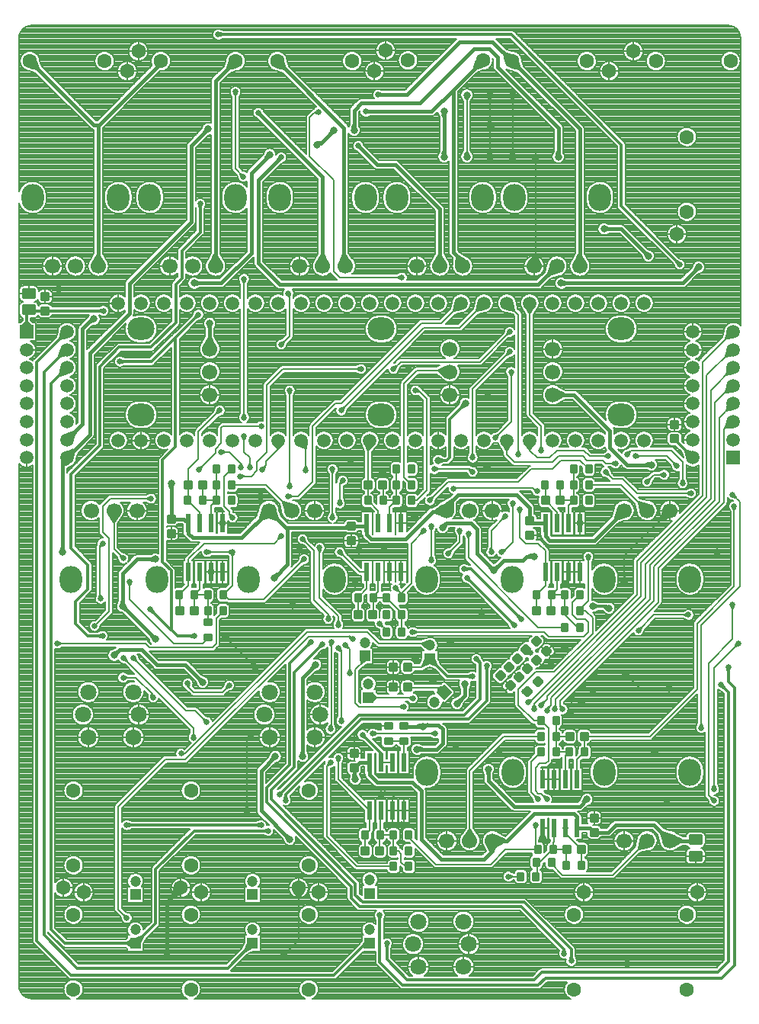
<source format=gbr>
G04 DipTrace 4.0.0.5*
G04 1 - Top.gbr*
%MOIN*%
G04 #@! TF.FileFunction,Copper,L1,Top*
G04 #@! TF.Part,Single*
%AMOUTLINE0*
4,1,28,
0.009646,-0.021063,
-0.009646,-0.021063,
-0.012091,-0.020741,
-0.01437,-0.019797,
-0.016327,-0.018295,
-0.017829,-0.016339,
-0.018773,-0.01406,
-0.019094,-0.011614,
-0.019094,0.011614,
-0.018773,0.01406,
-0.017829,0.016339,
-0.016327,0.018295,
-0.01437,0.019797,
-0.012091,0.020741,
-0.009646,0.021063,
0.009646,0.021063,
0.012091,0.020741,
0.01437,0.019797,
0.016327,0.018295,
0.017829,0.016339,
0.018773,0.01406,
0.019094,0.011614,
0.019094,-0.011614,
0.018773,-0.01406,
0.017829,-0.016339,
0.016327,-0.018295,
0.01437,-0.019797,
0.012091,-0.020741,
0.009646,-0.021063,
0*%
%AMOUTLINE3*
4,1,28,
-0.009646,0.021063,
0.009646,0.021063,
0.012091,0.020741,
0.01437,0.019797,
0.016327,0.018295,
0.017829,0.016339,
0.018773,0.01406,
0.019094,0.011614,
0.019094,-0.011614,
0.018773,-0.01406,
0.017829,-0.016339,
0.016327,-0.018295,
0.01437,-0.019797,
0.012091,-0.020741,
0.009646,-0.021063,
-0.009646,-0.021063,
-0.012091,-0.020741,
-0.01437,-0.019797,
-0.016327,-0.018295,
-0.017829,-0.016339,
-0.018773,-0.01406,
-0.019094,-0.011614,
-0.019094,0.011614,
-0.018773,0.01406,
-0.017829,0.016339,
-0.016327,0.018295,
-0.01437,0.019797,
-0.012091,0.020741,
-0.009646,0.021063,
0*%
%AMOUTLINE6*
4,1,28,
0.030905,0.013977,
0.030906,-0.013976,
0.030571,-0.016523,
0.029587,-0.018897,
0.028023,-0.020935,
0.025985,-0.0225,
0.023611,-0.023483,
0.021064,-0.023818,
-0.021062,-0.023819,
-0.02361,-0.023484,
-0.025984,-0.022501,
-0.028022,-0.020937,
-0.029586,-0.018898,
-0.03057,-0.016525,
-0.030905,-0.013977,
-0.030906,0.013976,
-0.030571,0.016523,
-0.029587,0.018897,
-0.028023,0.020935,
-0.025985,0.0225,
-0.023611,0.023483,
-0.021064,0.023818,
0.021062,0.023819,
0.02361,0.023484,
0.025984,0.022501,
0.028022,0.020937,
0.029586,0.018898,
0.03057,0.016525,
0.030905,0.013977,
0*%
%AMOUTLINE9*
4,1,28,
-0.030905,-0.013977,
-0.030906,0.013976,
-0.030571,0.016523,
-0.029587,0.018897,
-0.028023,0.020935,
-0.025985,0.0225,
-0.023611,0.023483,
-0.021064,0.023818,
0.021062,0.023819,
0.02361,0.023484,
0.025984,0.022501,
0.028022,0.020937,
0.029586,0.018898,
0.03057,0.016525,
0.030905,0.013977,
0.030906,-0.013976,
0.030571,-0.016523,
0.029587,-0.018897,
0.028023,-0.020935,
0.025985,-0.0225,
0.023611,-0.023483,
0.021064,-0.023818,
-0.021062,-0.023819,
-0.02361,-0.023484,
-0.025984,-0.022501,
-0.028022,-0.020937,
-0.029586,-0.018898,
-0.03057,-0.016525,
-0.030905,-0.013977,
0*%
%AMOUTLINE12*
4,1,28,
-0.021063,-0.009646,
-0.021063,0.009645,
-0.020741,0.012091,
-0.019797,0.01437,
-0.018296,0.016327,
-0.016339,0.017828,
-0.01406,0.018772,
-0.011615,0.019094,
0.011614,0.019095,
0.014059,0.018773,
0.016338,0.017829,
0.018295,0.016327,
0.019797,0.01437,
0.020741,0.012092,
0.021063,0.009646,
0.021063,-0.009645,
0.020741,-0.012091,
0.019797,-0.01437,
0.018296,-0.016327,
0.016339,-0.017828,
0.01406,-0.018772,
0.011615,-0.019094,
-0.011614,-0.019095,
-0.014059,-0.018773,
-0.016338,-0.017829,
-0.018295,-0.016327,
-0.019797,-0.01437,
-0.020741,-0.012092,
-0.021063,-0.009646,
0*%
%AMOUTLINE15*
4,1,28,
0.021063,0.009646,
0.021063,-0.009645,
0.020741,-0.012091,
0.019797,-0.01437,
0.018296,-0.016327,
0.016339,-0.017828,
0.01406,-0.018772,
0.011615,-0.019094,
-0.011614,-0.019095,
-0.014059,-0.018773,
-0.016338,-0.017829,
-0.018295,-0.016327,
-0.019797,-0.01437,
-0.020741,-0.012092,
-0.021063,-0.009646,
-0.021063,0.009645,
-0.020741,0.012091,
-0.019797,0.01437,
-0.018296,0.016327,
-0.016339,0.017828,
-0.01406,0.018772,
-0.011615,0.019094,
0.011614,0.019095,
0.014059,0.018773,
0.016338,0.017829,
0.018295,0.016327,
0.019797,0.01437,
0.020741,0.012092,
0.021063,0.009646,
0*%
%AMOUTLINE18*
4,1,4,
0.033407,0.0,
0.0,-0.033407,
-0.033407,0.0,
0.0,0.033407,
0.033407,0.0,
0*%
%AMOUTLINE33*
4,1,28,
0.021714,-0.008073,
0.008073,-0.021714,
0.006116,-0.023216,
0.003837,-0.02416,
0.001392,-0.024482,
-0.001054,-0.02416,
-0.003332,-0.023216,
-0.005289,-0.021714,
-0.021714,-0.005289,
-0.023216,-0.003332,
-0.02416,-0.001054,
-0.024482,0.001392,
-0.02416,0.003837,
-0.023216,0.006116,
-0.021714,0.008073,
-0.008073,0.021714,
-0.006116,0.023216,
-0.003837,0.02416,
-0.001392,0.024482,
0.001054,0.02416,
0.003332,0.023216,
0.005289,0.021714,
0.021714,0.005289,
0.023216,0.003332,
0.02416,0.001054,
0.024482,-0.001392,
0.02416,-0.003837,
0.023216,-0.006116,
0.021714,-0.008073,
0*%
%AMOUTLINE36*
4,1,28,
-0.021714,0.008073,
-0.008073,0.021714,
-0.006116,0.023216,
-0.003837,0.02416,
-0.001392,0.024482,
0.001054,0.02416,
0.003332,0.023216,
0.005289,0.021714,
0.021714,0.005289,
0.023216,0.003332,
0.02416,0.001054,
0.024482,-0.001392,
0.02416,-0.003837,
0.023216,-0.006116,
0.021714,-0.008073,
0.008073,-0.021714,
0.006116,-0.023216,
0.003837,-0.02416,
0.001392,-0.024482,
-0.001054,-0.02416,
-0.003332,-0.023216,
-0.005289,-0.021714,
-0.021714,-0.005289,
-0.023216,-0.003332,
-0.02416,-0.001054,
-0.024482,0.001392,
-0.02416,0.003837,
-0.023216,0.006116,
-0.021714,0.008073,
0*%
%AMOUTLINE39*
4,1,28,
-0.008073,-0.021714,
-0.021714,-0.008074,
-0.023216,-0.006117,
-0.02416,-0.003838,
-0.024482,-0.001392,
-0.02416,0.001053,
-0.023216,0.003332,
-0.021714,0.005289,
-0.00529,0.021714,
-0.003333,0.023216,
-0.001054,0.02416,
0.001391,0.024482,
0.003837,0.02416,
0.006116,0.023216,
0.008073,0.021714,
0.021714,0.008074,
0.023216,0.006117,
0.02416,0.003838,
0.024482,0.001392,
0.02416,-0.001053,
0.023216,-0.003332,
0.021714,-0.005289,
0.00529,-0.021714,
0.003333,-0.023216,
0.001054,-0.02416,
-0.001391,-0.024482,
-0.003837,-0.02416,
-0.006116,-0.023216,
-0.008073,-0.021714,
0*%
%AMOUTLINE42*
4,1,28,
0.008073,0.021714,
0.021714,0.008074,
0.023216,0.006117,
0.02416,0.003838,
0.024482,0.001392,
0.02416,-0.001053,
0.023216,-0.003332,
0.021714,-0.005289,
0.00529,-0.021714,
0.003333,-0.023216,
0.001054,-0.02416,
-0.001391,-0.024482,
-0.003837,-0.02416,
-0.006116,-0.023216,
-0.008073,-0.021714,
-0.021714,-0.008074,
-0.023216,-0.006117,
-0.02416,-0.003838,
-0.024482,-0.001392,
-0.02416,0.001053,
-0.023216,0.003332,
-0.021714,0.005289,
-0.00529,0.021714,
-0.003333,0.023216,
-0.001054,0.02416,
0.001391,0.024482,
0.003837,0.02416,
0.006116,0.023216,
0.008073,0.021714,
0*%
%AMOUTLINE90*
4,1,28,
0.021063,0.008465,
0.021063,-0.008465,
0.020781,-0.010604,
0.019955,-0.012598,
0.018641,-0.014311,
0.016929,-0.015625,
0.014935,-0.016451,
0.012795,-0.016732,
-0.012795,-0.016732,
-0.014935,-0.016451,
-0.016929,-0.015625,
-0.018641,-0.014311,
-0.019955,-0.012598,
-0.020781,-0.010604,
-0.021063,-0.008465,
-0.021063,0.008465,
-0.020781,0.010604,
-0.019955,0.012598,
-0.018641,0.014311,
-0.016929,0.015625,
-0.014935,0.016451,
-0.012795,0.016732,
0.012795,0.016732,
0.014935,0.016451,
0.016929,0.015625,
0.018641,0.014311,
0.019955,0.012598,
0.020781,0.010604,
0.021063,0.008465,
0*%
%AMOUTLINE93*
4,1,28,
-0.021063,-0.008465,
-0.021063,0.008465,
-0.020781,0.010604,
-0.019955,0.012598,
-0.018641,0.014311,
-0.016929,0.015625,
-0.014935,0.016451,
-0.012795,0.016732,
0.012795,0.016732,
0.014935,0.016451,
0.016929,0.015625,
0.018641,0.014311,
0.019955,0.012598,
0.020781,0.010604,
0.021063,0.008465,
0.021063,-0.008465,
0.020781,-0.010604,
0.019955,-0.012598,
0.018641,-0.014311,
0.016929,-0.015625,
0.014935,-0.016451,
0.012795,-0.016732,
-0.012795,-0.016732,
-0.014935,-0.016451,
-0.016929,-0.015625,
-0.018641,-0.014311,
-0.019955,-0.012598,
-0.020781,-0.010604,
-0.021063,-0.008465,
0*%
%AMOUTLINE102*
4,1,28,
-0.008465,0.021063,
0.008465,0.021063,
0.010604,0.020781,
0.012598,0.019955,
0.014311,0.018641,
0.015625,0.016929,
0.016451,0.014935,
0.016732,0.012795,
0.016732,-0.012795,
0.016451,-0.014935,
0.015625,-0.016929,
0.014311,-0.018641,
0.012598,-0.019955,
0.010604,-0.020781,
0.008465,-0.021063,
-0.008465,-0.021063,
-0.010604,-0.020781,
-0.012598,-0.019955,
-0.014311,-0.018641,
-0.015625,-0.016929,
-0.016451,-0.014935,
-0.016732,-0.012795,
-0.016732,0.012795,
-0.016451,0.014935,
-0.015625,0.016929,
-0.014311,0.018641,
-0.012598,0.019955,
-0.010604,0.020781,
-0.008465,0.021063,
0*%
%AMOUTLINE105*
4,1,28,
0.008465,-0.021063,
-0.008465,-0.021063,
-0.010604,-0.020781,
-0.012598,-0.019955,
-0.014311,-0.018641,
-0.015625,-0.016929,
-0.016451,-0.014935,
-0.016732,-0.012795,
-0.016732,0.012795,
-0.016451,0.014935,
-0.015625,0.016929,
-0.014311,0.018641,
-0.012598,0.019955,
-0.010604,0.020781,
-0.008465,0.021063,
0.008465,0.021063,
0.010604,0.020781,
0.012598,0.019955,
0.014311,0.018641,
0.015625,0.016929,
0.016451,0.014935,
0.016732,0.012795,
0.016732,-0.012795,
0.016451,-0.014935,
0.015625,-0.016929,
0.014311,-0.018641,
0.012598,-0.019955,
0.010604,-0.020781,
0.008465,-0.021063,
0*%
G04 #@! TA.AperFunction,Conductor*
%ADD15C,0.015748*%
G04 #@! TA.AperFunction,CopperBalancing*
%ADD16C,0.007874*%
G04 #@! TA.AperFunction,Conductor*
%ADD17C,0.011811*%
G04 #@! TA.AperFunction,ComponentPad*
%ADD19C,0.047244*%
%ADD20R,0.047244X0.047244*%
%ADD23R,0.059055X0.059055*%
%ADD24C,0.059055*%
%ADD26C,0.062992*%
%ADD27C,0.066929*%
%ADD28O,0.098425X0.11811*%
%ADD31C,0.05937*%
%ADD32O,0.11811X0.098425*%
%ADD33C,0.070866*%
%ADD34R,0.023622X0.07874*%
G04 #@! TA.AperFunction,ViaPad*
%ADD36C,0.025591*%
%ADD37C,0.031496*%
%ADD68OUTLINE0*%
%ADD71OUTLINE3*%
%ADD74OUTLINE6*%
%ADD77OUTLINE9*%
%ADD80OUTLINE12*%
%ADD83OUTLINE15*%
G04 #@! TA.AperFunction,ComponentPad*
%ADD86OUTLINE18*%
%ADD101OUTLINE33*%
%ADD104OUTLINE36*%
%ADD107OUTLINE39*%
%ADD110OUTLINE42*%
%ADD158OUTLINE90*%
%ADD161OUTLINE93*%
%ADD170OUTLINE102*%
%ADD173OUTLINE105*%
%FSLAX26Y26*%
G04*
G70*
G90*
G75*
G01*
G04 Top*
%LPD*%
G36*
X1808563Y2658346D2*
X1812351Y2673068D1*
X1814323Y2675287D1*
X1828649Y2664534D1*
X1826678Y2662315D1*
X1816437Y2658346D1*
X1808563D1*
G37*
G36*
X1816437Y2595471D2*
X1821456Y2584136D1*
Y2581168D1*
X1803543D1*
Y2584136D1*
X1808563Y2595471D1*
X1816437D1*
G37*
G36*
X1824193Y2345239D2*
X1812628Y2349703D1*
X1810529Y2351803D1*
X1823195Y2364470D1*
X1825295Y2362370D1*
X1829760Y2350805D1*
X1824193Y2345239D1*
G37*
X1825000Y2675000D2*
D16*
X1812500Y2662500D1*
Y2574998D1*
Y2362498D2*
X1900048Y2274950D1*
X1931249D1*
Y2202017D1*
X1891732Y2162500D1*
X1893504Y2087500D2*
Y2160728D1*
X1891732Y2162500D1*
G36*
X3210777Y2703935D2*
X3222111Y2708955D1*
Y2691042D1*
X3210777Y2696061D1*
Y2703935D1*
G37*
G36*
X3173509Y2680442D2*
X3169044Y2668878D1*
X3156378Y2681544D1*
X3167942Y2686009D1*
X3173509Y2680442D1*
G37*
X3231249Y2699998D2*
D16*
X3187498D1*
X3156249Y2668749D1*
G36*
X3317027Y2091435D2*
X3328362Y2096455D1*
Y2078542D1*
X3317027Y2083561D1*
Y2091435D1*
G37*
G36*
X3136009Y2030442D2*
X3131544Y2018878D1*
X3118878Y2031544D1*
X3130442Y2036009D1*
X3136009Y2030442D1*
G37*
X3337500Y2087498D2*
D16*
X3187498D1*
X3118749Y2018749D1*
G36*
X1176920Y1570471D2*
X1181939Y1559136D1*
Y1555790D1*
X1164026D1*
Y1559136D1*
X1169046Y1570471D1*
X1176920D1*
G37*
G36*
X879460Y1881089D2*
X867896Y1885554D1*
X865529Y1887921D1*
X878195Y1900588D1*
X880563Y1898220D1*
X885027Y1886656D1*
X879460Y1881089D1*
G37*
X1172983Y1549998D2*
D16*
Y1593134D1*
X867767Y1898349D1*
G36*
X901721Y1162598D2*
X890387Y1159547D1*
X888025D1*
Y1177460D1*
X890387D1*
X901721Y1174409D1*
Y1162598D1*
G37*
G36*
X1448030Y1174409D2*
X1459365Y1177460D1*
X1461727D1*
Y1159547D1*
X1459365D1*
X1448030Y1162598D1*
Y1174409D1*
G37*
G36*
X1582260Y1296828D2*
X1585311Y1285493D1*
Y1283131D1*
X1567397D1*
Y1285493D1*
X1570449Y1296828D1*
X1582260D1*
G37*
G36*
X2449231Y1844447D2*
X2446179Y1855782D1*
Y1858144D1*
X2464093D1*
Y1855782D1*
X2461042Y1844447D1*
X2449231D1*
G37*
X881249Y1168504D2*
D17*
X1468502D1*
X1576354Y1276355D2*
Y1302078D1*
X1905525Y1631249D1*
X2375000D1*
X2455136Y1711386D1*
Y1864920D1*
G36*
X2169823Y1864611D2*
X2182628Y1895233D1*
X2184298Y1896904D1*
X2207682Y1873519D1*
X2206012Y1871850D1*
X2175389Y1859044D1*
X2169823Y1864611D1*
G37*
X2206249Y1895471D2*
D16*
X2170299Y1859521D1*
X2108904D1*
G36*
X2235718Y1857652D2*
X2206487Y1871850D1*
X2204817Y1873519D1*
X2228200Y1896904D1*
X2229871Y1895233D1*
X2244069Y1866004D1*
X2235718Y1857652D1*
G37*
G36*
X2373277Y1824655D2*
X2384611Y1827706D1*
X2386973D1*
Y1809792D1*
X2384611D1*
X2373277Y1812844D1*
Y1824655D1*
G37*
X2393749Y1818749D2*
D17*
X2282972D1*
X2206249Y1895471D1*
G36*
X920640Y1882823D2*
X909076Y1887287D1*
X906708Y1889655D1*
X919375Y1902321D1*
X921742Y1899954D1*
X926207Y1888389D1*
X920640Y1882823D1*
G37*
G36*
X1219556Y1636009D2*
X1231120Y1631544D1*
X1233488Y1629177D1*
X1220821Y1616510D1*
X1218454Y1618878D1*
X1213989Y1630442D1*
X1219556Y1636009D1*
G37*
X908947Y1900082D2*
D16*
X1140281Y1668749D1*
X1181249D1*
X1231249Y1618749D1*
G36*
X2210777Y1572686D2*
X2222111Y1577706D1*
Y1559792D1*
X2210777Y1564812D1*
Y1572686D1*
G37*
G36*
X1976721Y1564812D2*
X1965387Y1559792D1*
Y1577706D1*
X1976721Y1572686D1*
Y1564812D1*
G37*
X2231249Y1568749D2*
D16*
X1956249D1*
X2025000Y1535481D2*
X2093749D1*
X2093750Y1535480D1*
Y1443798D1*
G36*
X2169838Y1966435D2*
X2193305Y1974287D1*
X2195603Y1973740D1*
X2188530Y1941434D1*
X2186232Y1941981D1*
X2169838Y1958561D1*
Y1966435D1*
G37*
G36*
X1137498Y1477312D2*
X1127887Y1472292D1*
X1125525D1*
Y1490206D1*
X1127887D1*
X1137498Y1485186D1*
Y1477312D1*
G37*
X2206248Y1954526D2*
D16*
X2198277Y1962498D1*
X1982704D1*
X1932703Y2012500D1*
X1668749D1*
X1137498Y1481249D1*
X1118749D1*
G36*
X2151723Y2008563D2*
X2140388Y2003543D1*
Y2021456D1*
X2151723Y2016437D1*
Y2008563D1*
G37*
X2864517Y2175000D2*
D16*
X2862500D1*
X2831249Y2143749D1*
Y2087498D1*
X2849998Y2068749D1*
X2887498D1*
X2899998Y2056249D1*
Y2012498D1*
X2881249Y1993749D1*
X2725000D1*
X2706249Y2012500D1*
X2131250D1*
X2031249Y2487548D2*
Y2558267D1*
X2060481Y2587500D1*
X2002017D1*
Y2654477D1*
X2000245Y2656249D1*
X2060481Y2587500D2*
Y2656249D1*
Y2724998D1*
G36*
X1718846Y1949344D2*
X1724703Y1959515D1*
X1726931Y1961744D1*
X1739598Y1949077D1*
X1737370Y1946849D1*
X1727198Y1940992D1*
X1718846Y1949344D1*
G37*
G36*
X2830905Y595471D2*
X2833956Y584136D1*
Y580987D1*
X2816043D1*
Y584136D1*
X2819094Y595471D1*
X2830905D1*
G37*
X1737498Y1959644D2*
D17*
X1612498Y1834644D1*
Y1422145D1*
X1512498Y1322145D1*
Y1281753D1*
X1881249Y913002D1*
Y862498D1*
X1912498Y831249D1*
X2618749D1*
X2825000Y624998D1*
Y574998D1*
X1175245Y2106249D2*
D16*
X1177017Y2108021D1*
Y2175000D1*
X1235481D1*
X1199998Y2274950D2*
Y2197981D1*
X1177017Y2175000D1*
X1235481D2*
Y2106248D1*
X1235556Y2054908D2*
Y2105362D1*
X1236442Y2106248D1*
X1235481D1*
X2883267Y1487500D2*
X2850000Y1454232D1*
Y1368798D1*
G36*
X2639812Y2806249D2*
X2622970Y2828799D1*
Y2831767D1*
X2664529D1*
Y2828799D1*
X2647686Y2806249D1*
X2639812D1*
G37*
G36*
X2967026Y2785186D2*
X2978361Y2790206D1*
X2981329D1*
Y2772292D1*
X2978361D1*
X2967026Y2777312D1*
Y2785186D1*
G37*
G36*
X3086009Y2799191D2*
X3081544Y2787627D1*
X3079445Y2785527D1*
X3066778Y2798194D1*
X3068878Y2800294D1*
X3080442Y2804758D1*
X3086009Y2799191D1*
G37*
G36*
X3316435Y2682972D2*
X3321455Y2671637D1*
Y2668669D1*
X3303542D1*
Y2671637D1*
X3308561Y2682972D1*
X3316435D1*
G37*
G36*
X3533561Y2542027D2*
X3528542Y2553362D1*
Y2556330D1*
X3546455D1*
Y2553362D1*
X3541435Y2542027D1*
X3533561D1*
G37*
X2643749Y2849998D2*
D16*
Y2806249D1*
X2674998Y2775000D1*
X2731250D1*
X2762500Y2806249D1*
X2881249D1*
X2906249Y2781249D1*
X2987498D1*
X3068749Y2787498D2*
X3087500Y2806249D1*
X3262500D1*
X3312498Y2756250D1*
Y2662500D1*
X3537498Y2562500D2*
Y2212252D1*
X3374998Y2049752D1*
Y1762498D1*
X3168749Y1556249D1*
X2881496D1*
X2883267Y1487500D2*
X2881496Y1489271D1*
Y1556249D1*
X1924753Y1056249D2*
X1922981Y1058021D1*
Y1124998D1*
X1943750Y1145767D1*
Y1231199D1*
G36*
X1777312Y2704527D2*
X1772292Y2715862D1*
Y2718830D1*
X1790206D1*
Y2715862D1*
X1785186Y2704527D1*
X1777312D1*
G37*
G36*
X1785186Y2532971D2*
X1790206Y2521636D1*
Y2518668D1*
X1772292D1*
Y2521636D1*
X1777312Y2532971D1*
X1785186D1*
G37*
G36*
X1720531Y2360245D2*
X1715512Y2371580D1*
Y2374548D1*
X1733425D1*
Y2371580D1*
X1728405Y2360245D1*
X1720531D1*
G37*
G36*
X1810186Y2064220D2*
X1815206Y2052886D1*
Y2049917D1*
X1797292D1*
Y2052886D1*
X1802312Y2064220D1*
X1810186D1*
G37*
G36*
X1816550Y1926113D2*
X1806378Y1929185D1*
X1804278Y1931284D1*
X1816945Y1943951D1*
X1819044Y1941851D1*
X1822117Y1931679D1*
X1816550Y1926113D1*
G37*
G36*
X1823270Y1643577D2*
X1828290Y1632242D1*
Y1629274D1*
X1810376D1*
Y1632242D1*
X1815396Y1643577D1*
X1823270D1*
G37*
G36*
X1802312Y1442026D2*
X1797292Y1453361D1*
Y1456329D1*
X1815206D1*
Y1453361D1*
X1810186Y1442026D1*
X1802312D1*
G37*
X1781249Y2725000D2*
D16*
Y2512498D1*
X1724468Y2380718D2*
Y2163031D1*
X1806249Y2081250D1*
Y2043748D1*
Y1941980D2*
X1819333Y1928896D1*
Y1623105D1*
X1806249Y1462498D2*
Y1368700D1*
X1943750Y1231199D1*
X1993750D2*
X1989517Y1226966D1*
Y1124998D1*
X2047981D1*
X1989517D2*
X1987745Y1123227D1*
Y1056249D1*
X2047981D2*
Y1124998D1*
Y1056249D2*
X2068749D1*
X2081249Y1043749D1*
Y1006249D1*
X2099998Y987500D1*
X2114517D1*
X1110481Y2175000D2*
X1149998Y2214517D1*
Y2274950D1*
X1110481Y2175000D2*
X1112253Y2173228D1*
Y2106249D1*
G36*
X2307380Y3419198D2*
X2314065Y3449702D1*
X2316165Y3451800D1*
X2345551Y3422414D1*
X2343452Y3420315D1*
X2312949Y3413630D1*
X2307380Y3419198D1*
G37*
G36*
X1607972Y2602312D2*
X1596637Y2597292D1*
X1593669D1*
Y2615206D1*
X1596637D1*
X1607972Y2610186D1*
Y2602312D1*
G37*
G36*
X1538989Y2419555D2*
X1543454Y2431119D1*
X1545554Y2433219D1*
X1558220Y2420552D1*
X1556120Y2418452D1*
X1544556Y2413988D1*
X1538989Y2419555D1*
G37*
X2343749Y3449998D2*
D16*
X2256250Y3362500D1*
X2168750D1*
X1818749Y3012498D1*
X1793749D1*
X1693749Y2912498D1*
Y2668749D1*
X1631249Y2606249D1*
X1587500D1*
X1556249Y2431248D2*
X1525000Y2399998D1*
X1218749D1*
X1149998Y2331248D1*
Y2274950D1*
G36*
X2257874Y3666042D2*
X2273425Y3636397D1*
Y3633051D1*
X2226575D1*
Y3636397D1*
X2242126Y3666042D1*
X2257874D1*
G37*
G36*
X1902657Y4117454D2*
X1893878Y4124703D1*
X1891510Y4127071D1*
X1904177Y4139737D1*
X1906544Y4137370D1*
X1913794Y4128590D1*
X1902657Y4117454D1*
G37*
X2250000Y3612498D2*
D15*
Y3862498D1*
X2056249Y4056249D1*
X1974998D1*
X1893749Y4137498D1*
X1272981Y2724998D2*
D16*
Y2656249D1*
Y2587500D1*
X1212746Y2656249D2*
Y2589271D1*
X1214518Y2587500D1*
X1272981D1*
X1249998Y2487548D2*
Y2564517D1*
X1272981Y2587500D1*
X1147983D2*
X1199998Y2535484D1*
Y2487548D1*
X1147983Y2587500D2*
X1149754Y2589271D1*
Y2656249D1*
G36*
X2407380Y3419198D2*
X2414065Y3449702D1*
X2416165Y3451800D1*
X2445551Y3422414D1*
X2443452Y3420315D1*
X2412949Y3413630D1*
X2407380Y3419198D1*
G37*
G36*
X1836009Y2992942D2*
X1831544Y2981378D1*
X1829445Y2979278D1*
X1816778Y2991945D1*
X1818878Y2994044D1*
X1830442Y2998509D1*
X1836009Y2992942D1*
G37*
G36*
X1270240Y2969556D2*
X1274704Y2981120D1*
X1276804Y2983220D1*
X1289471Y2970554D1*
X1287371Y2968454D1*
X1275807Y2963989D1*
X1270240Y2969556D1*
G37*
X2443749Y3449998D2*
D16*
X2337500Y3343749D1*
X2181249D1*
X1818749Y2981249D1*
X1287500D2*
X1193749Y2887498D1*
Y2768749D1*
X1149754Y2724754D1*
Y2656249D1*
X2043750Y1443798D2*
X1993750D1*
G36*
X1196147Y3863649D2*
X1193096Y3874984D1*
Y3876263D1*
X1211009D1*
Y3874984D1*
X1207958Y3863649D1*
X1196147D1*
G37*
G36*
X1922260Y1544624D2*
X1912088Y1550481D1*
X1911182Y1551387D1*
X1923849Y1564054D1*
X1924754Y1563148D1*
X1930611Y1552976D1*
X1922260Y1544624D1*
G37*
G36*
X1312069Y1767383D2*
X1316534Y1778947D1*
X1317439Y1779853D1*
X1330106Y1767186D1*
X1329200Y1766281D1*
X1317636Y1761816D1*
X1312069Y1767383D1*
G37*
G36*
X1150895Y1766647D2*
X1141674Y1775862D1*
X1141302Y1777085D1*
X1158059Y1783416D1*
X1158431Y1782191D1*
X1156462Y1772214D1*
X1150895Y1766647D1*
G37*
G36*
X998970Y1740526D2*
X1001620Y1737414D1*
X1001913Y1736169D1*
X984971Y1730351D1*
X984678Y1731597D1*
X987085Y1741277D1*
X998970Y1740526D1*
G37*
G36*
X885294Y1809391D2*
X873959Y1804371D1*
X872679D1*
Y1822284D1*
X873959D1*
X885294Y1817265D1*
Y1809391D1*
G37*
G36*
X755103Y2001176D2*
X766438Y2004227D1*
X767718D1*
Y1986313D1*
X766438D1*
X755103Y1989365D1*
Y2001176D1*
G37*
G36*
X1997664Y1463334D2*
X1999619Y1480833D1*
Y1481227D1*
X1987882D1*
Y1480833D1*
X1989837Y1463334D1*
X1997664D1*
G37*
X1993750Y1443798D2*
D16*
Y1481485D1*
D17*
X1911959Y1563277D1*
X1329329Y1779076D2*
D16*
X1299657Y1749404D1*
X1173704D1*
X1146824Y1776284D1*
Y1787575D1*
X996117Y1725863D2*
Y1737813D1*
X920602Y1813328D1*
X864821D1*
X775576Y1995270D2*
D17*
X710872D1*
X656954Y2049189D1*
Y2146242D1*
X710872Y2200161D1*
Y2306460D1*
X636926Y2380407D1*
Y2702380D1*
X762698Y2828152D1*
Y3172883D1*
X847721Y3257907D1*
X988089D1*
X1095480Y3365298D1*
Y3533702D1*
X1121739Y3559960D1*
Y3679706D1*
X1202052Y3760019D1*
Y3884122D1*
X1299998Y2487548D2*
D16*
Y2487597D1*
G36*
X2672686Y3665452D2*
X2688564Y3633487D1*
X2688148Y3630166D1*
X2641620Y3635657D1*
X2642036Y3638977D1*
X2664812Y3665452D1*
X2672686D1*
G37*
G36*
X2664812Y4064763D2*
X2657725Y4078714D1*
Y4081863D1*
X2679773D1*
Y4078714D1*
X2672686Y4064763D1*
X2664812D1*
G37*
X2668749Y4089960D2*
D16*
Y3618748D1*
X2662500Y3612498D1*
G36*
X2593946Y4086023D2*
X2579996Y4078937D1*
X2576846D1*
Y4100984D1*
X2579996D1*
X2593946Y4093897D1*
Y4086023D1*
G37*
G36*
X2643552Y4093897D2*
X2657502Y4100984D1*
X2660652D1*
Y4078937D1*
X2657502D1*
X2643552Y4086023D1*
Y4093897D1*
G37*
X2568749Y4089960D2*
D16*
X2668749D1*
G36*
X2493946Y4086023D2*
X2479996Y4078937D1*
X2476846D1*
Y4100984D1*
X2479996D1*
X2493946Y4093897D1*
Y4086023D1*
G37*
G36*
X2543552Y4093897D2*
X2557502Y4100984D1*
X2560652D1*
Y4078937D1*
X2557502D1*
X2543552Y4086023D1*
Y4093897D1*
G37*
X2468749Y4089960D2*
D16*
X2568749D1*
G36*
X2464812Y4334841D2*
X2457725Y4348791D1*
Y4351941D1*
X2479773D1*
Y4348791D1*
X2472686Y4334841D1*
X2464812D1*
G37*
G36*
X2472686Y4115157D2*
X2479773Y4101207D1*
Y4098057D1*
X2457725D1*
Y4101207D1*
X2464812Y4115157D1*
X2472686D1*
G37*
G36*
Y4251679D2*
X2479773Y4237729D1*
Y4234580D1*
X2457725D1*
Y4237729D1*
X2464812Y4251679D1*
X2472686D1*
G37*
G36*
X2464812Y4201286D2*
X2457725Y4215236D1*
Y4218386D1*
X2479773D1*
Y4215236D1*
X2472686Y4201286D1*
X2464812D1*
G37*
X2468749Y4360038D2*
D16*
Y4089960D1*
G36*
X2564812Y4334841D2*
X2557725Y4348791D1*
Y4351941D1*
X2579773D1*
Y4348791D1*
X2572686Y4334841D1*
X2564812D1*
G37*
G36*
X2572686Y4115157D2*
X2579773Y4101207D1*
Y4098057D1*
X2557725D1*
Y4101207D1*
X2564812Y4115157D1*
X2572686D1*
G37*
X2568749Y4360038D2*
D16*
Y4226483D1*
Y4089960D1*
X2468749D2*
D3*
G36*
X2493946Y4222546D2*
X2479996Y4215459D1*
X2476846D1*
Y4237506D1*
X2479996D1*
X2493946Y4230420D1*
Y4222546D1*
G37*
X2468749Y4226483D2*
D16*
X2568749D1*
X1249998Y2274950D2*
D15*
D3*
X2643750Y2437253D2*
D16*
D3*
X2863652Y2488017D2*
X2862968D1*
X2862500Y2487548D1*
G36*
X1427365Y1879370D2*
X1442240Y1874515D1*
X1444467Y1872288D1*
X1428878Y1856699D1*
X1426651Y1858926D1*
X1421796Y1873802D1*
X1427365Y1879370D1*
G37*
G36*
X1327552Y1968046D2*
X1312677Y1972900D1*
X1310450Y1975127D1*
X1326039Y1990716D1*
X1328266Y1988489D1*
X1333120Y1973614D1*
X1327552Y1968046D1*
G37*
X1442397Y1858769D2*
D16*
X1312519Y1988647D1*
G36*
X1410186Y1256693D2*
X1417273Y1242742D1*
Y1239593D1*
X1395225D1*
Y1242742D1*
X1402312Y1256693D1*
X1410186D1*
G37*
X1406249Y1231496D2*
D16*
Y1550290D1*
X1422018Y1566059D1*
X2025000Y1602017D2*
X1911635D1*
X1875000Y1565382D1*
Y1481494D1*
G36*
X2014056Y1309863D2*
X2008910Y1297466D1*
X2006379Y1295590D1*
X1994550Y1314195D1*
X1997081Y1316071D1*
X2014056Y1317737D1*
Y1309863D1*
G37*
X1993505Y1300733D2*
D16*
X2006572Y1313800D1*
X2069530D1*
X2043750Y1288021D1*
Y1231199D1*
G36*
X1628830Y844241D2*
X1610720Y872141D1*
Y875291D1*
X1654815D1*
Y872141D1*
X1636704Y844241D1*
X1628830D1*
G37*
G36*
X1586533Y613769D2*
X1581678Y598893D1*
X1579451Y596666D1*
X1563862Y612256D1*
X1566089Y614483D1*
X1580964Y619337D1*
X1586533Y613769D1*
G37*
X1565931Y598736D2*
D16*
X1632767Y665572D1*
Y894635D1*
G36*
X3078798Y1807960D2*
X3063922Y1812815D1*
X3061695Y1815042D1*
X3077284Y1830631D1*
X3079512Y1828404D1*
X3084366Y1813529D1*
X3078798Y1807960D1*
G37*
X3063765Y1828561D2*
D16*
X3126830Y1765496D1*
X3254368D1*
G36*
X3215598Y2508677D2*
X3222779Y2543420D1*
X3225145Y2545786D1*
X3258274Y2512657D1*
X3255908Y2510291D1*
X3221165Y2503110D1*
X3215598Y2508677D1*
G37*
G36*
X3061519Y2257224D2*
X3068606Y2243274D1*
Y2240124D1*
X3046559D1*
Y2243274D1*
X3053645Y2257224D1*
X3061519D1*
G37*
X3057582Y2232027D2*
D16*
Y2345094D1*
X3256242Y2543754D1*
G36*
X2815283Y2234645D2*
X2812687Y2222027D1*
X2810460Y2219800D1*
X2794871Y2235389D1*
X2797098Y2237617D1*
X2809716Y2240212D1*
X2815283Y2234645D1*
G37*
X2812500Y2274950D2*
D16*
Y2237429D1*
X2796941Y2221870D1*
X2678521Y1797271D2*
D3*
G36*
X1076522Y864569D2*
X1086229Y894320D1*
X1088456Y896547D1*
X1119636Y865368D1*
X1117409Y863141D1*
X1087658Y853433D1*
X1076522Y864569D1*
G37*
G36*
X1063476Y623120D2*
X1066626Y609170D1*
Y606021D1*
X1044578D1*
Y609170D1*
X1047728Y623120D1*
X1063476D1*
G37*
X1117724Y894635D2*
D15*
X1055602Y832513D1*
Y597924D1*
X2674753Y2106249D2*
D16*
Y2173228D1*
X2672981Y2175000D1*
G36*
X2574550Y3413630D2*
X2544046Y3420315D1*
X2541947Y3422414D1*
X2571333Y3451800D1*
X2573433Y3449702D1*
X2580118Y3419198D1*
X2574550Y3413630D1*
G37*
G36*
X2596061Y2529527D2*
X2591042Y2540862D1*
Y2543830D1*
X2608955D1*
Y2540862D1*
X2603935Y2529527D1*
X2596061D1*
G37*
G36*
X2597686Y2807972D2*
X2602706Y2796637D1*
Y2793669D1*
X2584792D1*
Y2796637D1*
X2589812Y2807972D1*
X2597686D1*
G37*
X2712500Y2274950D2*
D16*
Y2368748D1*
X2681249Y2399998D1*
X2625000D1*
X2599998Y2425000D1*
Y2550000D1*
X2593749Y2787500D2*
Y3399998D1*
X2543749Y3449998D1*
X2712500Y2274950D2*
Y2214518D1*
X2672981Y2175000D1*
G36*
X2719071Y3580206D2*
X2729036Y3612164D1*
X2731403Y3614530D1*
X2764531Y3581401D1*
X2762165Y3579035D1*
X2730207Y3569069D1*
X2719071Y3580206D1*
G37*
G36*
X1536204Y4078590D2*
X1543454Y4087370D1*
X1545821Y4089737D1*
X1558488Y4077071D1*
X1556120Y4074703D1*
X1547341Y4067454D1*
X1536204Y4078590D1*
G37*
X2762500Y3612498D2*
D15*
X2681250Y3531249D1*
X1550000D1*
X1456249Y3625000D1*
Y3987498D1*
X1556249Y4087498D1*
G36*
X2795497Y631602D2*
X2801607Y616347D1*
X2801644Y613198D1*
X2783847Y611157D1*
X2783809Y614307D1*
X2787145Y623250D1*
X2795497Y631602D1*
G37*
G36*
X1668846Y1958449D2*
X1674703Y1968620D1*
X1676931Y1970849D1*
X1689598Y1958182D1*
X1687370Y1955954D1*
X1677198Y1950097D1*
X1668846Y1958449D1*
G37*
X2793749Y606249D2*
D17*
Y624998D1*
X2606249Y812498D1*
X1900000D1*
X1862498Y850000D1*
Y900000D1*
X1493749Y1268749D1*
Y1331249D1*
X1593749Y1431249D1*
Y1875000D1*
X1687498Y1968749D1*
X2797981Y2175000D2*
D16*
X2739517D1*
X2737745Y2106249D2*
Y2173228D1*
X2739517Y2175000D1*
X2762500Y2274950D2*
Y2197983D1*
X2739517Y2175000D1*
X2797981D2*
Y2106248D1*
X2797983D1*
X2864517Y2031249D2*
Y2022983D1*
X2797983Y2089517D1*
Y2106248D1*
G36*
X3438307Y1292258D2*
X3449871Y1287794D1*
X3452378Y1285287D1*
X3439711Y1272620D1*
X3437204Y1275127D1*
X3432740Y1286691D1*
X3438307Y1292258D1*
G37*
G36*
X3527312Y2110777D2*
X3522292Y2122111D1*
Y2125655D1*
X3540206D1*
Y2122111D1*
X3535186Y2110777D1*
X3527312D1*
G37*
X3450000Y1274998D2*
D16*
X3424998Y1300000D1*
Y1874998D1*
X3531249Y1981249D1*
Y2131249D1*
X2835481Y2724998D2*
Y2656249D1*
Y2587500D1*
X2775246D1*
Y2654477D1*
X2777018Y2656249D1*
X2835481Y2587500D2*
X2812500Y2564518D1*
Y2487548D1*
X2800000Y1156199D2*
Y1131494D1*
X2868996Y1062498D1*
X2870767Y993749D2*
Y1060727D1*
X2868996Y1062498D1*
G36*
X2539812Y2802502D2*
X2522970Y2828799D1*
Y2831767D1*
X2564529D1*
Y2828799D1*
X2547686Y2802502D1*
X2539812D1*
G37*
G36*
X3397687Y1614221D2*
X3402707Y1602887D1*
Y1599918D1*
X3384794D1*
Y1602887D1*
X3389813Y1614221D1*
X3397687D1*
G37*
G36*
X3542942Y2595239D2*
X3531378Y2599703D1*
X3529278Y2601803D1*
X3541945Y2614470D1*
X3544044Y2612370D1*
X3548509Y2600805D1*
X3542942Y2595239D1*
G37*
G36*
X3275805Y2754760D2*
X3287370Y2750295D1*
X3289470Y2748195D1*
X3276803Y2735529D1*
X3274703Y2737628D1*
X3270239Y2749193D1*
X3275805Y2754760D1*
G37*
G36*
X3126721Y2777312D2*
X3115387Y2772292D1*
X3112418D1*
Y2790206D1*
X3115387D1*
X3126721Y2785186D1*
Y2777312D1*
G37*
G36*
X2998277Y2753937D2*
X3009611Y2758956D1*
X3012580D1*
Y2741043D1*
X3009611D1*
X2998277Y2746063D1*
Y2753937D1*
G37*
X2800000Y1156199D2*
D16*
D3*
X3393750Y1593749D2*
Y2043752D1*
X3562498Y2212500D1*
Y2581249D1*
X3531249Y2612498D1*
X3287498Y2737500D2*
X3243749Y2781249D1*
X3106249D1*
X3018749Y2750000D2*
X2974998D1*
X2962498Y2762500D1*
X2893748D1*
X2874998Y2781249D1*
X2768749D1*
X2743749Y2756249D1*
X2575000D1*
X2543749Y2787500D1*
Y2849998D1*
X2762500Y2487548D2*
Y2537254D1*
X2712254Y2587500D1*
Y2654477D1*
X2710483Y2656249D1*
G36*
X2639812Y3402502D2*
X2622970Y3428799D1*
Y3431767D1*
X2664529D1*
Y3428799D1*
X2647686Y3402502D1*
X2639812D1*
G37*
G36*
X2697686Y2826721D2*
X2702706Y2815387D1*
Y2812418D1*
X2684792D1*
Y2815387D1*
X2689812Y2826721D1*
X2697686D1*
G37*
X2643749Y3449998D2*
D16*
Y2962500D1*
X2693749Y2912500D1*
Y2806249D1*
X2712498Y2656249D2*
X2710483D1*
G36*
X3150249Y3679634D2*
X3162341Y3671996D1*
X3164429Y3669908D1*
X3148840Y3654319D1*
X3146752Y3656407D1*
X3139114Y3668498D1*
X3150249Y3679634D1*
G37*
G36*
X2993946Y3767124D2*
X2979996Y3763975D1*
X2977043D1*
Y3786022D1*
X2979996D1*
X2993946Y3782872D1*
Y3767124D1*
G37*
X3162498Y3656249D2*
D15*
X3043749Y3774998D1*
X2968749D1*
G36*
X2776623Y4115157D2*
X2779773Y4101207D1*
Y4098254D1*
X2757725D1*
Y4101207D1*
X2760875Y4115157D1*
X2776623D1*
G37*
G36*
X1882874Y4231446D2*
X1886023Y4217496D1*
Y4214543D1*
X1863976D1*
Y4217496D1*
X1867126Y4231446D1*
X1882874D1*
G37*
G36*
X1764115Y4194000D2*
X1771753Y4206092D1*
X1773841Y4208179D1*
X1789430Y4192590D1*
X1787342Y4190502D1*
X1775250Y4182865D1*
X1764115Y4194000D1*
G37*
G36*
X1741307Y4148920D2*
X1727333Y4138460D1*
X1724598Y4137347D1*
X1715349Y4157361D1*
X1718085Y4158473D1*
X1730170Y4160056D1*
X1741307Y4148920D1*
G37*
X2768749Y4089960D2*
D15*
Y4217173D1*
X2503122Y4482800D1*
Y4525670D1*
X2466294Y4562498D1*
X2400788D1*
X2163290Y4325000D1*
X1906250D1*
X1875000Y4293749D1*
Y4206249D1*
X1787500D2*
X1731249Y4149998D1*
X1718749D1*
X1712500Y4143749D1*
G36*
X658804Y2880988D2*
X649357Y2853445D1*
X647269Y2851357D1*
X618038Y2880588D1*
X620126Y2882676D1*
X647669Y2892123D1*
X658804Y2880988D1*
G37*
G36*
X711437Y3372573D2*
X721973Y3383883D1*
X724437Y3385512D1*
X737019Y3367407D1*
X734556Y3365779D1*
X722573Y3361437D1*
X711437Y3372573D1*
G37*
G36*
X1200197Y3529624D2*
X1186246Y3526475D1*
X1183294D1*
Y3548522D1*
X1186246D1*
X1200197Y3545372D1*
Y3529624D1*
G37*
G36*
X1482865Y4087750D2*
X1490502Y4099842D1*
X1492590Y4101930D1*
X1508179Y4086341D1*
X1506092Y4084253D1*
X1494000Y4076615D1*
X1482865Y4087750D1*
G37*
X619830Y2853149D2*
D15*
X687500Y2920819D1*
Y3337500D1*
X731249Y3381249D1*
X737500D1*
X1175000Y3537498D2*
X1293748D1*
X1425000Y3668750D1*
Y4018750D1*
X1506249Y4100000D1*
G36*
X874748Y2101615D2*
X862656Y2109253D1*
X860568Y2111341D1*
X876157Y2126930D1*
X878245Y2124842D1*
X885883Y2112750D1*
X874748Y2101615D1*
G37*
G36*
X994000Y2004634D2*
X1006092Y1996996D1*
X1008179Y1994908D1*
X992590Y1979319D1*
X990502Y1981407D1*
X982865Y1993498D1*
X994000Y2004634D1*
G37*
X862498Y2125000D2*
D15*
X1006249Y1981249D1*
G36*
X981052Y2339123D2*
X995002Y2342273D1*
X997955D1*
Y2320225D1*
X995002D1*
X981052Y2323375D1*
Y2339123D1*
G37*
G36*
X870372Y2150197D2*
X873522Y2136246D1*
Y2133294D1*
X851475D1*
Y2136246D1*
X854624Y2150197D1*
X870372D1*
G37*
X1006249Y2331249D2*
D15*
X925000D1*
X862498Y2268748D1*
Y2125000D1*
X2816732Y1487500D2*
D16*
X2800000Y1470767D1*
Y1368798D1*
X2816732Y1487500D2*
X2758267D1*
Y1556249D1*
Y1625000D1*
X2818504Y1556249D2*
X2758267D1*
G36*
X3359057Y3595191D2*
X3366695Y3607283D1*
X3368783Y3609371D1*
X3384372Y3593782D1*
X3382284Y3591694D1*
X3370193Y3584056D1*
X3359057Y3595191D1*
G37*
G36*
X2806446Y3529624D2*
X2792496Y3526475D1*
X2789543D1*
Y3548522D1*
X2792496D1*
X2806446Y3545372D1*
Y3529624D1*
G37*
X3382442Y3607441D2*
D15*
X3312500Y3537498D1*
X2781249D1*
G36*
X657952Y2803067D2*
X649340Y2775443D1*
X647311Y2773298D1*
X617358Y2801788D1*
X619387Y2803933D1*
X646817Y2814202D1*
X657952Y2803067D1*
G37*
G36*
X1214115Y4200250D2*
X1221753Y4212342D1*
X1223841Y4214430D1*
X1239430Y4198841D1*
X1237342Y4196753D1*
X1225250Y4189115D1*
X1214115Y4200250D1*
G37*
X619830Y2774409D2*
D15*
Y2776080D1*
X718749Y2874998D1*
Y3231249D1*
X893043Y3405543D1*
Y3536794D1*
X1162498Y3806249D1*
Y4137498D1*
X1237500Y4212500D1*
G36*
X592126Y2734815D2*
X591907Y2764811D1*
X593403Y2767357D1*
X630365Y2748844D1*
X628868Y2746299D1*
X607874Y2734815D1*
X592126D1*
G37*
G36*
X607874Y2387695D2*
X611023Y2373745D1*
Y2370792D1*
X588976D1*
Y2373745D1*
X592126Y2387695D1*
X607874D1*
G37*
G36*
X848384Y1922930D2*
X840746Y1910838D1*
X838658Y1908750D1*
X823069Y1924340D1*
X825157Y1926428D1*
X837249Y1934065D1*
X848384Y1922930D1*
G37*
G36*
X1200250Y1817134D2*
X1212342Y1809496D1*
X1214430Y1807408D1*
X1198841Y1791819D1*
X1196753Y1793907D1*
X1189115Y1805998D1*
X1200250Y1817134D1*
G37*
X619830Y2774409D2*
D15*
X600000Y2754578D1*
Y2362498D1*
X825000Y1910681D2*
X850275Y1935956D1*
X945291D1*
X1012498Y1868749D1*
X1137500D1*
X1212500Y1793749D1*
G36*
X2364812Y4334841D2*
X2357725Y4348791D1*
Y4351744D1*
X2379773D1*
Y4348791D1*
X2372686Y4334841D1*
X2364812D1*
G37*
G36*
X2372686Y4115157D2*
X2379773Y4101207D1*
Y4098254D1*
X2357725D1*
Y4101207D1*
X2364812Y4115157D1*
X2372686D1*
G37*
X2368749Y4360038D2*
D16*
Y4089960D1*
G36*
X3289698Y3637403D2*
X3299870Y3631546D1*
X3301958Y3629458D1*
X3289291Y3616791D1*
X3287203Y3618879D1*
X3281346Y3629051D1*
X3289698Y3637403D1*
G37*
G36*
X1301721Y4619094D2*
X1290387Y4616043D1*
X1287434D1*
Y4633956D1*
X1290387D1*
X1301721Y4630905D1*
Y4619094D1*
G37*
X3299998Y3618750D2*
D17*
X3043749Y3875000D1*
Y4143749D1*
X2562498Y4625000D1*
X1281249D1*
G36*
X1175097Y3389698D2*
X1180954Y3399870D1*
X1183042Y3401958D1*
X1195708Y3389291D1*
X1193620Y3387203D1*
X1183449Y3381346D1*
X1175097Y3389698D1*
G37*
G36*
X1155437Y2000328D2*
X1166771Y2003379D1*
X1169724D1*
Y1985466D1*
X1166771D1*
X1155437Y1988517D1*
Y2000328D1*
G37*
X1193749Y3399998D2*
D17*
X1093749Y3299998D1*
Y2820752D1*
X1037498Y2764501D1*
Y2318749D1*
X1074998Y2281249D1*
Y2023177D1*
X1103753Y1994422D1*
X1175909D1*
G36*
X993889Y2093393D2*
X983718Y2099250D1*
X981630Y2101338D1*
X994296Y2114005D1*
X996384Y2111917D1*
X1002241Y2101745D1*
X993889Y2093393D1*
G37*
X1074998Y2023177D2*
D17*
X1072458D1*
X983589Y2112046D1*
G36*
X3328089Y2811992D2*
X3357025Y2803935D1*
X3359113Y2801847D1*
X3329882Y2772617D1*
X3327794Y2774704D1*
X3319737Y2803640D1*
X3328089Y2811992D1*
G37*
X3276871Y2857347D2*
D17*
Y2854858D1*
X3357320Y2774409D1*
X442665Y3328690D2*
Y3325590D1*
G36*
X870678Y3189006D2*
X859344Y3185955D1*
X856391D1*
Y3203868D1*
X859344D1*
X870678Y3200817D1*
Y3189006D1*
G37*
G36*
X757910Y3422669D2*
X769245Y3425720D1*
X772198D1*
Y3407807D1*
X769245D1*
X757910Y3410858D1*
Y3422669D1*
G37*
X1093749Y3299998D2*
D17*
X988662Y3194912D1*
X850206D1*
X778383Y3416763D2*
X523540D1*
Y3416892D1*
X457354D1*
X452630Y3421617D1*
G36*
X448571Y3372834D2*
X463334Y3355118D1*
Y3352165D1*
X421996D1*
Y3355118D1*
X436760Y3372834D1*
X448571D1*
G37*
X452630Y3421617D2*
D17*
X442665Y3411652D1*
Y3325590D1*
G36*
X1860186Y1851721D2*
X1865206Y1840387D1*
Y1836844D1*
X1847292D1*
Y1840387D1*
X1852312Y1851721D1*
X1860186D1*
G37*
G36*
X1849193Y1938989D2*
X1837628Y1943454D1*
X1835122Y1945960D1*
X1847788Y1958627D1*
X1850295Y1956120D1*
X1854760Y1944556D1*
X1849193Y1938989D1*
G37*
G36*
X2304758Y2367942D2*
X2300294Y2356378D1*
X2297787Y2353871D1*
X2285120Y2366538D1*
X2287627Y2369044D1*
X2299191Y2373509D1*
X2304758Y2367942D1*
G37*
G36*
X2333561Y2435777D2*
X2328542Y2447111D1*
Y2450655D1*
X2346455D1*
Y2447111D1*
X2341435Y2435777D1*
X2333561D1*
G37*
G36*
X2397686Y2795472D2*
X2402706Y2784137D1*
Y2780594D1*
X2384792D1*
Y2784137D1*
X2389812Y2795472D1*
X2397686D1*
G37*
G36*
X2538989Y3225805D2*
X2543454Y3237370D1*
X2545960Y3239876D1*
X2558627Y3227210D1*
X2556120Y3224703D1*
X2544556Y3220239D1*
X2538989Y3225805D1*
G37*
X1856249Y1831249D2*
D16*
Y1937500D1*
X1837500Y1956249D1*
X2287498Y2356249D2*
X2337498Y2406249D1*
Y2456249D1*
X2393749Y2775000D2*
Y3074998D1*
X2556249Y3237498D1*
G36*
X1422686Y2751721D2*
X1427706Y2740387D1*
X1409792D1*
X1414812Y2751721D1*
X1422686D1*
G37*
G36*
X1389812Y2848277D2*
X1384792Y2859611D1*
X1402706D1*
X1397686Y2848277D1*
X1389812D1*
G37*
G36*
X1397686Y2970472D2*
X1402706Y2959137D1*
X1384792D1*
X1389812Y2970472D1*
X1397686D1*
G37*
G36*
X1389812Y3535775D2*
X1384792Y3547110D1*
X1402706D1*
X1397686Y3535775D1*
X1389812D1*
G37*
G36*
X1378790Y4020526D2*
X1390354Y4016061D1*
X1377687Y4003395D1*
X1373223Y4014959D1*
X1378790Y4020526D1*
G37*
G36*
X1352312Y4354526D2*
X1347292Y4365861D1*
X1365206D1*
X1360186Y4354526D1*
X1352312D1*
G37*
X2016732Y2087500D2*
D16*
D3*
X1418749Y2731249D2*
Y2775000D1*
X1393749Y2800000D1*
Y2868749D1*
Y2950000D2*
Y3556248D1*
X1390483Y4003266D2*
X1356249Y4037500D1*
Y4374998D1*
G36*
X1839123Y3665452D2*
X1857962Y3638979D1*
X1858397Y3635660D1*
X1811870Y3630168D1*
X1811434Y3633487D1*
X1823375Y3665452D1*
X1839123D1*
G37*
G36*
X1569651Y4467451D2*
X1539900Y4477158D1*
X1537673Y4479386D1*
X1568853Y4510565D1*
X1571080Y4508338D1*
X1580787Y4478588D1*
X1569651Y4467451D1*
G37*
X1837500Y3612498D2*
D15*
X1831249D1*
Y4216989D1*
X1539585Y4508653D1*
G36*
X1745374Y3666042D2*
X1760925Y3636397D1*
Y3633051D1*
X1714075D1*
Y3636397D1*
X1729626Y3666042D1*
X1745374D1*
G37*
G36*
X1465157Y4262729D2*
X1456378Y4269979D1*
X1454010Y4272346D1*
X1466677Y4285013D1*
X1469044Y4282645D1*
X1476294Y4273866D1*
X1465157Y4262729D1*
G37*
X1456249Y4282774D2*
D15*
X1737500Y4001523D1*
Y3612498D1*
X2083267Y2087500D2*
D16*
Y2012500D1*
X2016732Y2162498D2*
Y2166732D1*
X2012500Y2162500D1*
X1958267D1*
Y2089271D1*
X1956496Y2087500D1*
X1981249Y2274950D2*
Y2187498D1*
X1956250Y2162500D1*
X1958267D1*
X2016732Y2162498D2*
X2083267Y2095963D1*
Y2087500D1*
G36*
X1999191Y2032740D2*
X1987627Y2037204D1*
X1985260Y2039572D1*
X1997926Y2052239D1*
X2000294Y2049871D1*
X2004758Y2038307D1*
X1999191Y2032740D1*
G37*
G36*
X1385186Y2749998D2*
X1390206Y2740387D1*
Y2737040D1*
X1372292D1*
Y2740387D1*
X1377312Y2749998D1*
X1385186D1*
G37*
G36*
X1314221Y2796061D2*
X1302887Y2791042D1*
X1299540D1*
Y2808955D1*
X1302887D1*
X1314221Y2803935D1*
Y2796061D1*
G37*
X2016732Y2012500D2*
D16*
Y2020766D1*
X1987498Y2050000D1*
X1381249Y2731249D2*
Y2749998D1*
X1331249Y2799998D1*
X1293749D1*
G36*
X2895840Y2321804D2*
X2890820Y2333139D1*
X2908733D1*
X2903714Y2321804D1*
X2895840D1*
G37*
G36*
X1335186Y2528534D2*
X1345194Y2525214D1*
X1331067Y2514199D1*
X1327312Y2528534D1*
X1335186D1*
G37*
G36*
X1339812Y2342027D2*
X1334792Y2353362D1*
X1352706D1*
X1347686Y2342027D1*
X1339812D1*
G37*
G36*
X2664812Y1148277D2*
X2659792Y1159611D1*
X2677706D1*
X2672686Y1148277D1*
X2664812D1*
G37*
G36*
X2707056Y1298509D2*
X2718620Y1294044D1*
X2705954Y1281378D1*
X2701489Y1292942D1*
X2707056Y1298509D1*
G37*
G36*
X2377064Y2728935D2*
X2391805Y2725145D1*
X2381065Y2710808D1*
X2377064Y2721061D1*
Y2728935D1*
G37*
G36*
X2245471Y2721061D2*
X2234136Y2716042D1*
Y2733955D1*
X2245471Y2728935D1*
Y2721061D1*
G37*
G36*
X1638989Y2319556D2*
X1643454Y2331120D1*
X1656120Y2318454D1*
X1644556Y2313989D1*
X1638989Y2319556D1*
G37*
G36*
X2067942Y2188989D2*
X2056378Y2193454D1*
X2069044Y2206120D1*
X2073509Y2194556D1*
X2067942Y2188989D1*
G37*
G36*
X2163989Y2444556D2*
X2168454Y2456120D1*
X2181120Y2443454D1*
X2169556Y2438989D1*
X2163989Y2444556D1*
G37*
G36*
X1323277Y2366437D2*
X1334611Y2371456D1*
Y2353543D1*
X1323277Y2358563D1*
Y2366437D1*
G37*
G36*
X1251723Y2358563D2*
X1240388Y2353543D1*
Y2371456D1*
X1251723Y2366437D1*
Y2358563D1*
G37*
X2679232Y1062500D2*
D16*
X2537501D1*
X2471530Y996529D1*
X2234720D1*
X2114517Y1116732D1*
Y1124998D1*
X2864518Y2106250D2*
X2856252D1*
X2899777Y2149775D1*
Y2342277D1*
X2906249Y2593749D2*
X2902017Y2589517D1*
Y2587500D1*
X2691732Y1625000D2*
X2662498D1*
X2593749Y1693749D1*
Y1762500D1*
X2668749Y1837500D1*
X2750000D1*
X2918749Y2006249D1*
Y2074998D1*
X2887497Y2106250D1*
X2864518D1*
X1339517Y2724998D2*
X1306249Y2691731D1*
Y2562500D1*
X1331249Y2537500D1*
Y2525000D1*
X1343749Y2512500D1*
Y2362500D2*
Y2216732D1*
X1302017Y2175000D1*
X2679232Y1062500D2*
X2668749Y1072983D1*
Y1168749D1*
X2718749Y1281249D2*
X2693749Y1306249D1*
X2681249D1*
X2668749Y1318749D1*
Y1418748D1*
X2687500Y1437498D1*
X2712500D1*
X2725000Y1449998D1*
Y1591732D1*
X2691732Y1625000D1*
X2393749Y2712498D2*
X2381249Y2724998D1*
X2224998D1*
X2131249D2*
X2127017D1*
X1302017Y2175000D2*
Y2179231D1*
X1324998Y2156249D1*
X1481249D1*
X1656249Y2331249D1*
X2056249Y2206249D2*
X2083267Y2179231D1*
Y2162501D1*
Y2183267D1*
X2125000Y2225000D1*
Y2400000D1*
X2181249Y2456249D1*
X1343749Y2362500D2*
X1231250D1*
G36*
X595472Y1958561D2*
X584137Y1953542D1*
Y1971455D1*
X595472Y1966435D1*
Y1958561D1*
G37*
X575000Y1962498D2*
D16*
X962500D1*
X980542Y1944456D1*
X1254777D1*
X1271480Y1961160D1*
Y2071480D1*
X1302017Y2102017D1*
Y2106250D1*
G36*
X1700000Y4285186D2*
X1707863Y4292206D1*
X1711808Y4274732D1*
X1700000Y4277312D1*
Y4285186D1*
G37*
G36*
X2064197Y3566435D2*
X2075531Y3571455D1*
Y3553542D1*
X2064197Y3558561D1*
Y3566435D1*
G37*
G36*
X2159186Y3060245D2*
X2149783Y3057467D1*
X2155151Y3074557D1*
X2164753Y3065812D1*
X2159186Y3060245D1*
G37*
X1718749Y4285481D2*
D16*
X1722981Y4281249D1*
X1700000D1*
X1681249Y4262498D1*
Y4093749D1*
X1787498Y3987500D1*
Y3587498D1*
X1812498Y3562498D1*
X2084669D1*
X2143749Y3068750D2*
X2149998Y3075000D1*
X2193749Y3031249D1*
Y2631249D1*
X2150000Y2587500D1*
X2127017D1*
G36*
X2276623Y4115157D2*
X2279773Y4101207D1*
X2257725D1*
X2260875Y4115157D1*
X2276623D1*
G37*
G36*
X2260875Y4262980D2*
X2257725Y4276930D1*
X2279773D1*
X2276623Y4262980D1*
X2260875D1*
G37*
X2268749Y4089960D2*
D15*
Y4288177D1*
G36*
X2538577Y2370509D2*
X2531260Y2359821D1*
X2528380Y2358117D1*
X2518796Y2373250D1*
X2521677Y2374955D1*
X2533009Y2376077D1*
X2538577Y2370509D1*
G37*
G36*
X2564812Y2554527D2*
X2559792Y2565862D1*
Y2569208D1*
X2577706D1*
Y2565862D1*
X2572686Y2554527D1*
X2564812D1*
G37*
G36*
X2511009Y2874191D2*
X2506544Y2862627D1*
X2504177Y2860260D1*
X2491510Y2872926D1*
X2493878Y2875294D1*
X2505442Y2879758D1*
X2511009Y2874191D1*
G37*
G36*
X2558563Y3129527D2*
X2553543Y3140862D1*
Y3144208D1*
X2571456D1*
Y3140862D1*
X2566437Y3129527D1*
X2558563D1*
G37*
X2114517Y1056249D2*
D16*
D3*
X2518748Y2362500D2*
X2521874Y2359374D1*
X2568749Y2406249D1*
Y2575000D1*
X2493749Y2862498D2*
X2562500Y2931249D1*
Y3150000D1*
G36*
X1755118Y1430491D2*
X1759582Y1442055D1*
X1772249Y1429388D1*
X1760685Y1424924D1*
X1755118Y1430491D1*
G37*
G36*
X1778937Y1608454D2*
X1782435Y1596161D1*
X1764672Y1598467D1*
X1771063Y1608454D1*
X1778937D1*
G37*
G36*
X1771063Y1948277D2*
X1766043Y1959611D1*
X1783956D1*
X1778937Y1948277D1*
X1771063D1*
G37*
G36*
X1766437Y2087498D2*
X1771456Y2077887D1*
X1753543D1*
X1758563Y2087498D1*
X1766437D1*
G37*
G36*
X1661693Y2401489D2*
X1650128Y2405954D1*
X1662795Y2418620D1*
X1667260Y2407056D1*
X1661693Y2401489D1*
G37*
G36*
X1597686Y2670472D2*
X1602706Y2659137D1*
X1584792D1*
X1589812Y2670472D1*
X1597686D1*
G37*
G36*
X1589812Y3048277D2*
X1584792Y3059611D1*
X1602706D1*
X1597686Y3048277D1*
X1589812D1*
G37*
G36*
X1573509Y3280442D2*
X1569044Y3268878D1*
X1556378Y3281544D1*
X1567942Y3286009D1*
X1573509Y3280442D1*
G37*
G36*
X1589812Y3474908D2*
X1581875Y3482256D1*
X1598876Y3487896D1*
X1597686Y3474908D1*
X1589812D1*
G37*
X2047981Y987500D2*
D16*
X1887498D1*
X1756249Y1118749D1*
Y1426055D1*
X1772378Y1442183D1*
Y1588253D2*
X1775000D1*
Y1968749D1*
X1762500Y2068749D2*
Y2087498D1*
X1698505Y2151493D1*
Y2370244D1*
X1650000Y2418749D1*
X1593749Y2650000D2*
Y3068749D1*
X1556249Y3268749D2*
X1593749Y3306249D1*
Y3500000D1*
X1587498Y3493749D1*
G36*
X764123Y3666042D2*
X779674Y3636397D1*
Y3633051D1*
X732824D1*
Y3636397D1*
X748375Y3666042D1*
X764123D1*
G37*
G36*
X487452Y4467441D2*
X457702Y4477149D1*
X455475Y4479376D1*
X486655Y4510556D1*
X488882Y4508328D1*
X498589Y4478577D1*
X487452Y4467441D1*
G37*
X756249Y3612498D2*
D15*
Y4227006D1*
X754350Y4228905D1*
X737124D1*
X457387Y4508643D1*
X1029805Y4508645D2*
Y4498555D1*
X760156Y4228905D1*
X754350D1*
X2670767Y943750D2*
D16*
X2675000D1*
Y1006249D1*
X2672981D1*
X2687498D1*
X2743749Y1062500D1*
X2745767D1*
X2806004D1*
Y1062498D1*
X2804232Y1060727D1*
Y993749D1*
X2750000Y1156199D2*
X2750260Y1155939D1*
Y1096202D1*
X2745767Y1091710D1*
Y1062500D1*
G36*
X2371061Y2423277D2*
X2366042Y2434611D1*
Y2437958D1*
X2383955D1*
Y2434611D1*
X2378935Y2423277D1*
X2371061D1*
G37*
X2797981Y2031246D2*
D16*
X2681252D1*
X2374998Y2337500D1*
Y2443749D1*
G36*
X767122Y2178294D2*
X773920Y2168838D1*
X756270Y2165770D1*
X759248Y2178294D1*
X767122D1*
G37*
G36*
X759248Y2383291D2*
X762410Y2397710D1*
X777036Y2387366D1*
X767122Y2383291D1*
X759248D1*
G37*
X766660Y2158302D2*
D16*
X763185Y2161777D1*
Y2388183D1*
X775000Y2399998D1*
X1337500Y2593749D2*
X1339517D1*
Y2587500D1*
G36*
X2870374Y3666042D2*
X2885925Y3636397D1*
Y3633051D1*
X2839075D1*
Y3636397D1*
X2854626Y3666042D1*
X2870374D1*
G37*
G36*
X2596210Y4467473D2*
X2566459Y4477181D1*
X2564232Y4479408D1*
X2595412Y4510588D1*
X2597639Y4508361D1*
X2607346Y4478610D1*
X2596210Y4467473D1*
G37*
X2862500Y3612498D2*
D15*
Y4212320D1*
X2566144Y4508676D1*
G36*
X2536078Y4549878D2*
X2565829Y4540170D1*
X2568056Y4537943D1*
X2536876Y4506763D1*
X2534649Y4508991D1*
X2524942Y4538741D1*
X2536078Y4549878D1*
G37*
G36*
X2000632Y4354624D2*
X1989298Y4353542D1*
X1986148D1*
Y4371455D1*
X1989298D1*
X2000632Y4370372D1*
Y4354624D1*
G37*
X1980160Y4362498D2*
D15*
X2106249D1*
X2337500Y4593749D1*
X2481071D1*
X2566144Y4508676D1*
G36*
X821055Y2490208D2*
X801567Y2519853D1*
Y2523199D1*
X848417D1*
Y2519853D1*
X828929Y2490208D1*
X821055D1*
G37*
G36*
X889812Y2210777D2*
X884792Y2222111D1*
Y2225458D1*
X902706D1*
Y2222111D1*
X897686Y2210777D1*
X889812D1*
G37*
G36*
X853931Y2351634D2*
X865496Y2347169D1*
X867863Y2344802D1*
X855197Y2332135D1*
X852829Y2334502D1*
X848365Y2346067D1*
X853931Y2351634D1*
G37*
X1235559Y1988372D2*
D16*
Y1985557D1*
X1212500Y1962498D1*
X1087500D1*
X893749Y2156249D1*
Y2231249D1*
X865624Y2334374D2*
X824992Y2375006D1*
Y2543752D1*
G36*
X1276623Y3666042D2*
X1292174Y3636397D1*
Y3633051D1*
X1245324D1*
Y3636397D1*
X1260875Y3666042D1*
X1276623D1*
G37*
G36*
X1315375Y4478602D2*
X1325082Y4508353D1*
X1327309Y4510580D1*
X1358489Y4479400D1*
X1356262Y4477173D1*
X1326512Y4467466D1*
X1315375Y4478602D1*
G37*
X1268749Y3612498D2*
D15*
Y4420840D1*
X1356577Y4508668D1*
G36*
X2570471Y939811D2*
X2559136Y934791D1*
Y952704D1*
X2570471Y947685D1*
Y939811D1*
G37*
X2549998Y943748D2*
D16*
X2604232D1*
G36*
X3115605Y1064922D2*
X3122786Y1099665D1*
X3125152Y1102031D1*
X3158281Y1068903D1*
X3155914Y1066536D1*
X3121172Y1059355D1*
X3115605Y1064922D1*
G37*
X3156249Y1100000D2*
D16*
X3006248Y949998D1*
X2787500D1*
X2739517Y997981D1*
Y1006249D1*
G36*
X1933316Y2803221D2*
X1920250Y2831859D1*
X1920687Y2834795D1*
X1961851Y2829078D1*
X1961414Y2826143D1*
X1941190Y2803221D1*
X1933316D1*
G37*
X1943749Y2849998D2*
D16*
X1937253Y2843502D1*
Y2656249D1*
X1981249Y2487548D2*
Y2541732D1*
X1935481Y2587500D1*
Y2654477D1*
X1937253Y2656249D1*
G36*
X2669556Y1298509D2*
X2681120Y1294044D1*
X2668454Y1281378D1*
X2663989Y1292942D1*
X2669556Y1298509D1*
G37*
X2681249Y1281249D2*
D16*
X2649998Y1312500D1*
Y1445766D1*
X2691732Y1487500D1*
G36*
X2520240Y2507056D2*
X2524704Y2518620D1*
X2527211Y2521127D1*
X2539878Y2508460D1*
X2537371Y2505954D1*
X2525807Y2501489D1*
X2520240Y2507056D1*
G37*
G36*
X2478935Y2382971D2*
X2483955Y2371636D1*
Y2368093D1*
X2466042D1*
Y2371636D1*
X2471061Y2382971D1*
X2478935D1*
G37*
X2537500Y2518749D2*
D16*
X2474998Y2456248D1*
Y2362498D1*
G36*
X869556Y779760D2*
X881120Y775295D1*
X868454Y762628D1*
X863989Y774193D1*
X869556Y779760D1*
G37*
G36*
X1852057Y1997686D2*
X1866804Y1993896D1*
X1856067Y1979557D1*
X1852057Y1989812D1*
Y1997686D1*
G37*
G36*
X2216437Y2345472D2*
X2221456Y2334137D1*
X2203543D1*
X2208563Y2345472D1*
X2216437D1*
G37*
G36*
X2208563Y2454526D2*
X2203543Y2465861D1*
X2221456D1*
X2216437Y2454526D1*
X2208563D1*
G37*
G36*
X2223509Y2599191D2*
X2219044Y2587627D1*
X2206378Y2600294D1*
X2217942Y2604758D1*
X2223509Y2599191D1*
G37*
X881249Y762500D2*
D16*
X843749Y800000D1*
Y1249998D1*
X1050000Y1456249D1*
X1137501D1*
X1675001Y1993749D1*
X1856249D1*
X1868749Y1981249D1*
X2212500Y2325000D2*
Y2474998D1*
X2206249Y2587498D2*
X2287500Y2668749D1*
X2593750D1*
X2650000Y2724998D1*
X2743749D1*
X2781250Y2762500D1*
X2864515D1*
X2902017Y2724998D1*
G36*
X3121165Y2584396D2*
X3155908Y2577215D1*
X3158274Y2574849D1*
X3125145Y2541720D1*
X3122779Y2544086D1*
X3115598Y2578829D1*
X3121165Y2584396D1*
G37*
X2902017Y2656249D2*
D16*
X3043745D1*
X3156242Y2543752D1*
G36*
X1395471Y2689812D2*
X1384136Y2684792D1*
X1380593D1*
Y2702706D1*
X1384136D1*
X1395471Y2697686D1*
Y2689812D1*
G37*
G36*
X1885777Y3166437D2*
X1897111Y3171456D1*
X1900655D1*
Y3153543D1*
X1897111D1*
X1885777Y3158563D1*
Y3166437D1*
G37*
G36*
X2064845Y3174193D2*
X2060380Y3162628D1*
X2057874Y3160122D1*
X2045207Y3172788D1*
X2047714Y3175295D1*
X2059278Y3179760D1*
X2064845Y3174193D1*
G37*
G36*
X2538989Y3313305D2*
X2543454Y3324870D1*
X2545960Y3327376D1*
X2558627Y3314710D1*
X2556120Y3312203D1*
X2544556Y3307739D1*
X2538989Y3313305D1*
G37*
X1374998Y2693749D2*
D16*
X1424998D1*
X1449998Y2718749D1*
Y2756248D1*
X1493749Y2799998D1*
Y3093749D1*
X1562500Y3162500D1*
X1906249D1*
X2047585D2*
X2078834Y3193749D1*
X2425000D1*
X2556249Y3324998D1*
G36*
X2385186Y1153543D2*
X2404674Y1123899D1*
Y1120552D1*
X2357824D1*
Y1123899D1*
X2377312Y1153543D1*
X2385186D1*
G37*
X2381249Y1100000D2*
D16*
Y1406249D1*
X2531249Y1556249D1*
X2691732D1*
G36*
X1566998Y2584396D2*
X1601741Y2577215D1*
X1604107Y2574849D1*
X1570979Y2541720D1*
X1568613Y2544086D1*
X1561431Y2578829D1*
X1566998Y2584396D1*
G37*
X1602076Y2543752D2*
D16*
X1489578Y2656249D1*
X1339517D1*
G36*
X2240792Y3160186D2*
X2272756Y3176071D1*
X2276077Y3175655D1*
X2270594Y3129126D1*
X2267274Y3129542D1*
X2240792Y3152312D1*
Y3160186D1*
G37*
X2293749Y3150009D2*
D16*
X2287509Y3156249D1*
X2150000D1*
X2093749Y3099998D1*
Y2689517D1*
X2127017Y2656249D1*
G36*
X3453935Y1345472D2*
X3458955Y1334137D1*
Y1330594D1*
X3441042D1*
Y1334137D1*
X3446061Y1345472D1*
X3453935D1*
G37*
G36*
X3538991Y1950805D2*
X3543455Y1962370D1*
X3545962Y1964876D1*
X3558628Y1952210D1*
X3556122Y1949703D1*
X3544557Y1945239D1*
X3538991Y1950805D1*
G37*
G36*
X3329527Y2622686D2*
X3340862Y2627706D1*
X3344405D1*
Y2609792D1*
X3340862D1*
X3329527Y2614812D1*
Y2622686D1*
G37*
G36*
X2986691Y2695239D2*
X2975127Y2699703D1*
X2972620Y2702210D1*
X2985287Y2714876D1*
X2987794Y2712370D1*
X2992258Y2700805D1*
X2986691Y2695239D1*
G37*
X3449998Y1325000D2*
D16*
Y1856246D1*
X3556250Y1962498D1*
X3350000Y2618749D2*
X3112498D1*
X3050000Y2681248D1*
X3006249D1*
X2974998Y2712498D1*
G36*
X1213958Y2733592D2*
X1209493Y2722027D1*
X1206987Y2719521D1*
X1194320Y2732187D1*
X1196826Y2734694D1*
X1208391Y2739158D1*
X1213958Y2733592D1*
G37*
G36*
X967038Y2599853D2*
X978372Y2604872D1*
X981916D1*
Y2586959D1*
X978372D1*
X967038Y2591979D1*
Y2599853D1*
G37*
X1468749Y2912498D2*
D16*
X1299998D1*
X1293749Y2906249D1*
Y2837498D1*
X1268749Y2812498D1*
Y2793950D1*
X1196698Y2721899D1*
X987510Y2595916D2*
X808416D1*
X775000Y2562500D1*
Y2449636D1*
X803888Y2420748D1*
Y2102308D1*
X740235Y2038655D1*
X2310140Y2639073D2*
X2305464Y2643749D1*
X2656249D1*
X2675050Y2624949D1*
Y2630215D1*
G36*
X2238374Y1772686D2*
X2260975Y1774060D1*
X2262883Y1772668D1*
X2242992Y1752777D1*
X2241084Y1754169D1*
X2238374Y1764812D1*
Y1772686D1*
G37*
X2108904Y1771203D2*
D16*
Y1768749D1*
X2249353D1*
X2269211Y1748891D1*
G36*
X2420443Y1876509D2*
X2410271Y1882366D1*
X2408601Y1884036D1*
X2421267Y1896703D1*
X2422938Y1895033D1*
X2428795Y1884861D1*
X2420443Y1876509D1*
G37*
G36*
X1566799Y1312152D2*
X1560942Y1301980D1*
X1559271Y1300309D1*
X1546605Y1312976D1*
X1548275Y1314647D1*
X1558447Y1320504D1*
X1566799Y1312152D1*
G37*
X2410143Y1895161D2*
D17*
X2424998Y1880305D1*
Y1718748D1*
X2356249Y1649998D1*
X1896294D1*
X1548147Y1301851D1*
G36*
X2379050Y2231347D2*
X2368878Y2237204D1*
X2367207Y2238875D1*
X2379874Y2251542D1*
X2381544Y2249871D1*
X2387401Y2239699D1*
X2379050Y2231347D1*
G37*
G36*
X2564699Y2062401D2*
X2574871Y2056544D1*
X2576542Y2054874D1*
X2563875Y2042207D1*
X2562204Y2043878D1*
X2556347Y2054050D1*
X2564699Y2062401D1*
G37*
X2368749Y2250000D2*
D17*
X2575000Y2043749D1*
G36*
X880954Y657626D2*
X895127Y668256D1*
X897489D1*
Y635185D1*
X895127D1*
X880954Y645815D1*
Y657626D1*
G37*
G36*
X582248Y3138879D2*
X590304Y3167815D1*
X592392Y3169903D1*
X621623Y3140672D1*
X619535Y3138584D1*
X590599Y3130527D1*
X582248Y3138879D1*
G37*
X918749Y651720D2*
D17*
X610778D1*
X549998Y712500D1*
Y3098278D1*
X619830Y3168110D1*
G36*
X956569Y679468D2*
X942371Y651341D1*
X940655Y649719D1*
X917922Y673718D1*
X919639Y675341D1*
X948218Y687820D1*
X956569Y679468D1*
G37*
G36*
X2595949Y2087401D2*
X2606120Y2081544D1*
X2607791Y2079874D1*
X2595124Y2067207D1*
X2593454Y2068878D1*
X2587597Y2079050D1*
X2595949Y2087401D1*
G37*
G36*
X2376721Y2281594D2*
X2365387Y2278543D1*
X2363025D1*
Y2296456D1*
X2365387D1*
X2376721Y2293405D1*
Y2281594D1*
G37*
G36*
X1479527Y1149655D2*
X1490862Y1152706D1*
X1493224D1*
Y1134792D1*
X1490862D1*
X1479527Y1137844D1*
Y1149655D1*
G37*
X2606249Y2068749D2*
D17*
X2387498Y2287500D1*
X2356249D1*
X1500000Y1143749D2*
X1174998D1*
X1006249Y975000D1*
Y737500D1*
X920470Y651720D1*
X918749D1*
G36*
X580240Y3219842D2*
X590345Y3248428D1*
X592573Y3250365D1*
X619892Y3219340D1*
X617664Y3217403D1*
X588592Y3211491D1*
X580240Y3219842D1*
G37*
G36*
X1393430Y622252D2*
X1407628Y651481D1*
X1409298Y653152D1*
X1432682Y629769D1*
X1431012Y628098D1*
X1401782Y613900D1*
X1393430Y622252D1*
G37*
X619830Y3246850D2*
D17*
X615599D1*
X518749Y3150000D1*
Y687498D1*
X662498Y543749D1*
X1323278D1*
X1431250Y651720D1*
G36*
X3506013Y1837443D2*
X3502962Y1848778D1*
Y1850057D1*
X3520875D1*
Y1848778D1*
X3517824Y1837443D1*
X3506013D1*
G37*
G36*
X1981593Y754527D2*
X1978542Y765862D1*
Y768224D1*
X1996455D1*
Y765862D1*
X1993404Y754527D1*
X1981593D1*
G37*
X3511918Y1857916D2*
D17*
Y1796518D1*
X3538813Y1769624D1*
Y554168D1*
X3484021Y499376D1*
X2711876D1*
X2681249Y468749D1*
X2087498D1*
X1987498Y568749D1*
Y775000D1*
G36*
X582248Y3296359D2*
X590304Y3325295D1*
X592392Y3327383D1*
X621623Y3298152D1*
X619535Y3296064D1*
X590599Y3288008D1*
X582248Y3296359D1*
G37*
G36*
X1905930Y639282D2*
X1920128Y658746D1*
X1922287Y659706D1*
X1922288Y631275D1*
X1920130Y630317D1*
X1914282Y630930D1*
X1905930Y639282D1*
G37*
X619830Y3325590D2*
D17*
X487498Y3193258D1*
Y662498D1*
X637498Y512498D1*
X1787498D1*
X1926720Y651720D1*
X1943750D1*
G36*
X2012588Y631475D2*
X2009536Y642809D1*
Y644089D1*
X2027450D1*
Y642809D1*
X2024399Y631475D1*
X2012588D1*
G37*
G36*
X3490060Y1762954D2*
X3479888Y1768811D1*
X3478983Y1769716D1*
X3491649Y1782383D1*
X3492555Y1781477D1*
X3498412Y1771305D1*
X3490060Y1762954D1*
G37*
X2018493Y651947D2*
D17*
Y581258D1*
X2107622Y492130D1*
X2662804D1*
X2697017Y526344D1*
X3467672D1*
X3512022Y570694D1*
Y1749344D1*
X3479760Y1781606D1*
G36*
X3496779Y3296602D2*
X3504979Y3326689D1*
X3507169Y3328669D1*
X3534988Y3298092D1*
X3532796Y3296111D1*
X3502346Y3291035D1*
X3496779Y3296602D1*
G37*
G36*
X2657326Y1714260D2*
X2650010Y1703571D1*
X2647470Y1702067D1*
X2637886Y1717200D1*
X2640426Y1718704D1*
X2651760Y1719826D1*
X2657326Y1714260D1*
G37*
X2637498Y1706249D2*
D16*
X2643749D1*
X3112498Y2174998D1*
Y2322844D1*
X3398462Y2608807D1*
Y3192718D1*
X3522338Y3316594D1*
Y3313443D1*
X3534485Y3325590D1*
G36*
X3496169Y3218596D2*
X3505006Y3248544D1*
X3507239Y3250476D1*
X3534435Y3219344D1*
X3532202Y3217410D1*
X3501737Y3213027D1*
X3496169Y3218596D1*
G37*
G36*
X2666435Y1695471D2*
X2671455Y1684136D1*
Y1681183D1*
X2653542D1*
Y1684136D1*
X2658561Y1695471D1*
X2666435D1*
G37*
X2662498Y1674998D2*
D16*
Y1699998D1*
X3131249Y2168749D1*
Y2315858D1*
X3417211Y2601820D1*
Y3134069D1*
X3526891Y3243749D1*
X3534485D1*
Y3246850D1*
G36*
X3498295Y3137487D2*
X3504959Y3167815D1*
X3507047Y3169903D1*
X3536278Y3140672D1*
X3534190Y3138584D1*
X3503862Y3131920D1*
X3498295Y3137487D1*
G37*
G36*
X2711009Y1705442D2*
X2706544Y1693878D1*
X2704456Y1691790D1*
X2691790Y1704456D1*
X2693878Y1706544D1*
X2705442Y1711009D1*
X2711009Y1705442D1*
G37*
X3534485Y3168110D2*
D16*
X3435962Y3069586D1*
Y2596308D1*
X3149998Y2310345D1*
Y2162498D1*
X2718749Y1731249D1*
Y1718749D1*
X2693749Y1693749D1*
G36*
X3494960Y3062727D2*
X3505106Y3092321D1*
X3507424Y3094149D1*
X3533266Y3061883D1*
X3530947Y3060055D1*
X3500527Y3057160D1*
X3494960Y3062727D1*
G37*
G36*
X2732328Y1683009D2*
X2731204Y1671677D1*
X2729700Y1669136D1*
X2714567Y1678720D1*
X2716072Y1681261D1*
X2726760Y1688577D1*
X2732328Y1683009D1*
G37*
X3534485Y3089370D2*
D16*
X3527170D1*
X3454711Y3016910D1*
Y2590056D1*
X3168749Y2304094D1*
Y2156249D1*
X2737498Y1724998D1*
Y1693748D1*
X2718749Y1674998D1*
Y1668749D1*
G36*
X3498295Y2980006D2*
X3504959Y3010334D1*
X3507047Y3012422D1*
X3536278Y2983191D1*
X3534190Y2981103D1*
X3503862Y2974439D1*
X3498295Y2980006D1*
G37*
G36*
X2760186Y1695202D2*
X2763694Y1682914D1*
X2763267Y1679993D1*
X2745501Y1682286D1*
X2745928Y1685207D1*
X2752312Y1695202D1*
X2760186D1*
G37*
X3534485Y3010630D2*
D16*
X3473462Y2949606D1*
Y2583808D1*
X3187498Y2297845D1*
Y2149998D1*
X2756249Y1718749D1*
Y1677606D1*
X2753641Y1674998D1*
X2671477Y1972270D2*
D3*
G36*
X2627728Y1925782D2*
X2638050Y1930802D1*
Y1912888D1*
X2627728Y1917908D1*
Y1925782D1*
G37*
Y1934771D2*
D16*
Y1921845D1*
X2647187D1*
X2593749Y1893749D2*
X2590228Y1897270D1*
X2552728Y1859771D2*
X2549998D1*
Y1849998D1*
X2515228Y1822271D2*
X2508977D1*
G36*
X2633977Y1748791D2*
X2628943Y1743771D1*
Y1761685D1*
X2633977Y1756665D1*
Y1748791D1*
G37*
Y1752728D2*
D16*
X2619805D1*
G36*
X1902916Y1877113D2*
X1901538Y1884351D1*
X1902484Y1886515D1*
X1929960D1*
X1929013Y1884351D1*
X1908483Y1871546D1*
X1902916Y1877113D1*
G37*
G36*
X2072674Y1689767D2*
X2084009Y1694787D1*
X2086371D1*
Y1676874D1*
X2084009D1*
X2072674Y1681893D1*
Y1689767D1*
G37*
X2093147Y1685830D2*
D16*
X1896417D1*
X1879816Y1702431D1*
Y1848446D1*
X1921689Y1890319D1*
Y1907972D1*
G36*
X1975295Y1721421D2*
X1961122Y1710329D1*
X1958761Y1710424D1*
Y1742433D1*
X1961122Y1742338D1*
X1975295Y1729295D1*
Y1721421D1*
G37*
G36*
X2112636Y1729295D2*
X2125118Y1732372D1*
X2127439Y1731935D1*
X2124517Y1714262D1*
X2122195Y1714699D1*
X2112636Y1721421D1*
Y1729295D1*
G37*
X2132672Y1722044D2*
D16*
X2129358Y1725358D1*
X1958896D1*
X1957533Y1726721D1*
X1937500D1*
G36*
X3494056Y2906623D2*
X3505227Y2935865D1*
X3507611Y2937605D1*
X3532312Y2904456D1*
X3529926Y2902716D1*
X3499624Y2901055D1*
X3494056Y2906623D1*
G37*
G36*
X2780216Y1691617D2*
X2789809Y1687584D1*
X2791662Y1685284D1*
X2776816Y1675261D1*
X2774962Y1677560D1*
X2772342Y1691617D1*
X2780216D1*
G37*
X3534485Y2931889D2*
D16*
X3529689Y2936687D1*
X3492211Y2899210D1*
Y2577556D1*
X3206249Y2291594D1*
Y2143749D1*
X2776279Y1713779D1*
Y1686218D1*
X2787498Y1674998D1*
G36*
X2340506Y2998858D2*
X2346752Y3012341D1*
X2348850Y3014439D1*
X2364439Y2998850D1*
X2362341Y2996752D1*
X2348858Y2990506D1*
X2340506Y2998858D1*
G37*
G36*
X2268946Y2756594D2*
X2254996Y2751476D1*
X2252027D1*
Y2773523D1*
X2254996D1*
X2268946Y2768405D1*
Y2756594D1*
G37*
X2362498Y3012498D2*
D17*
X2293749Y2943749D1*
Y2775000D1*
X2281249Y2762500D1*
X2243749D1*
G36*
X2149803Y1607874D2*
X2163753Y1611023D1*
X2166721D1*
Y1588976D1*
X2163753D1*
X2149803Y1592126D1*
Y1607874D1*
G37*
X2093749Y1602017D2*
D15*
X2095766Y1600000D1*
X2175000D1*
G36*
X2285884Y2480998D2*
X2278246Y2468907D1*
X2276148Y2466808D1*
X2260559Y2482397D1*
X2262657Y2484496D1*
X2274749Y2492134D1*
X2285884Y2480998D1*
G37*
G36*
X2475250Y2304635D2*
X2487342Y2296997D1*
X2489441Y2294899D1*
X2473851Y2279309D1*
X2471753Y2281408D1*
X2464115Y2293500D1*
X2475250Y2304635D1*
G37*
G36*
X2510884Y2293500D2*
X2503246Y2281408D1*
X2501148Y2279309D1*
X2485559Y2294899D1*
X2487657Y2296997D1*
X2499749Y2304635D1*
X2510884Y2293500D1*
G37*
G36*
X2637302Y2351623D2*
X2651252Y2354773D1*
X2654220D1*
Y2332725D1*
X2651252D1*
X2637302Y2335875D1*
Y2351623D1*
G37*
X2262500Y2468749D2*
D15*
X2281249Y2487498D1*
X2387500D1*
X2412498Y2462500D1*
Y2356252D1*
X2487500Y2281250D1*
X2531249Y2325000D1*
X2612500D1*
X2631249Y2343749D1*
X2662498D1*
G36*
X2981421Y2130903D2*
X2983893Y2130438D1*
X2986466Y2128956D1*
X2978258Y2108493D1*
X2975686Y2109976D1*
X2967842Y2119094D1*
X2981421Y2130903D1*
G37*
G36*
X2943946Y2119094D2*
X2929996Y2113976D1*
X2927027D1*
Y2136023D1*
X2929996D1*
X2943946Y2130905D1*
Y2119094D1*
G37*
X2990228Y2116021D2*
D17*
X2981249Y2125000D1*
X2918749D1*
G36*
X2175514Y1491805D2*
X2161564Y1488656D1*
X2158596D1*
Y1510703D1*
X2161564D1*
X2175514Y1507554D1*
Y1491805D1*
G37*
G36*
X2198904Y1598375D2*
X2188669Y1592179D1*
X2185825Y1591326D1*
X2180249Y1612656D1*
X2183092Y1613509D1*
X2198904Y1614123D1*
Y1598375D1*
G37*
X2150317Y1499679D2*
D15*
X2237179D1*
X2262498Y1524998D1*
Y1587500D1*
X2243749Y1606249D1*
X2181249D1*
X2175000Y1600000D1*
G36*
X1539812Y2812498D2*
X1523105Y2828668D1*
Y2831636D1*
X1564393D1*
Y2828668D1*
X1547686Y2812498D1*
X1539812D1*
G37*
G36*
X1490241Y2734673D2*
X1485777Y2723109D1*
X1483677Y2721009D1*
X1471010Y2733676D1*
X1473110Y2735775D1*
X1484674Y2740240D1*
X1490241Y2734673D1*
G37*
X1472981Y2722980D2*
D16*
X1491178Y2741177D1*
Y2759928D1*
X1543749Y2812498D1*
Y2849998D1*
G36*
X1660580Y2810976D2*
X1635366Y2821522D1*
X1633870Y2824086D1*
X1670557Y2843611D1*
X1672052Y2841047D1*
X1668454Y2810976D1*
X1660580D1*
G37*
G36*
X1668454Y2739221D2*
X1673473Y2727887D1*
Y2724918D1*
X1655560D1*
Y2727887D1*
X1660580Y2739221D1*
X1668454D1*
G37*
X1664517Y2718749D2*
D16*
Y2849998D1*
X1643749D1*
X2925000Y1137253D2*
D15*
X2906054Y1156199D1*
X2850000D1*
X1875000Y1418502D2*
X1900295Y1443798D1*
X1943750D1*
X1149998Y2487548D2*
X1131051Y2506496D1*
X1074998D1*
G36*
X2534792Y1092126D2*
X2505148Y1076575D1*
X2501802D1*
Y1123425D1*
X2505148D1*
X2534792Y1107874D1*
Y1092126D1*
G37*
X2481249Y1100000D2*
D15*
X2543750D1*
X2662500Y1218749D1*
X2837498D1*
X2850000Y1206248D1*
Y1156199D1*
G36*
X3309792Y1092126D2*
X3280148Y1076575D1*
X3276802D1*
Y1123425D1*
X3280148D1*
X3309792Y1107874D1*
Y1092126D1*
G37*
X3256249Y1100000D2*
D15*
X3364565D1*
X3368748Y1104182D1*
G36*
X3223956Y1143429D2*
X3255914Y1133463D1*
X3258281Y1131097D1*
X3225152Y1097968D1*
X3222786Y1100334D1*
X3212820Y1132292D1*
X3223956Y1143429D1*
G37*
X2925000Y1137253D2*
D15*
X2987253D1*
X3018749Y1168749D1*
X3187500D1*
X3256249Y1100000D1*
G36*
X2467176Y1053132D2*
X2454299Y1080160D1*
X2454471Y1083502D1*
X2500718Y1076001D1*
X2500546Y1072658D1*
X2487623Y1051449D1*
X2467176Y1053132D1*
G37*
X2481249Y1100000D2*
D15*
Y1056071D1*
X2442750Y1017572D1*
X2257426D1*
X2168749Y1106249D1*
Y1318749D1*
X2131249Y1356249D1*
X1975000D1*
X1943750Y1387498D1*
Y1443798D1*
X2643750Y2500245D2*
X2656447Y2487548D1*
X2712500D1*
G36*
X3012813Y2511456D2*
X3022779Y2543414D1*
X3025145Y2545781D1*
X3058274Y2512653D1*
X3055908Y2510287D1*
X3023950Y2500320D1*
X3012813Y2511456D1*
G37*
X3056242Y2543749D2*
D15*
X2924992Y2412498D1*
X2731249D1*
X2712500Y2431248D1*
Y2487548D1*
G36*
X2312741Y2582855D2*
X2311698Y2551548D1*
X2309993Y2548668D1*
X2270303Y2573560D1*
X2272008Y2576441D1*
X2301606Y2593991D1*
X2312741Y2582855D1*
G37*
X2279155Y2543748D2*
D15*
Y2560404D1*
X2331249Y2612498D1*
X2587500D1*
X2643750Y2556248D1*
Y2500245D1*
G36*
X1534368Y2500320D2*
X1502410Y2510287D1*
X1500044Y2512653D1*
X1533173Y2545781D1*
X1535539Y2543414D1*
X1545505Y2511456D1*
X1534368Y2500320D1*
G37*
X1502076Y2543749D2*
D15*
X1577076Y2468749D1*
X1837498D1*
X1843994Y2475245D1*
X1862500D1*
X1931249Y2487548D2*
X1918946Y2475245D1*
X1862500D1*
G36*
X2226200Y2545374D2*
X2252677Y2564211D1*
X2255994Y2564647D1*
X2261484Y2518119D1*
X2258166Y2517683D1*
X2226200Y2529626D1*
Y2545374D1*
G37*
X1931249Y2487548D2*
D15*
Y2437498D1*
X1949998Y2418749D1*
X2099998D1*
X2218749Y2537500D1*
X2272907D1*
X2279155Y2543748D1*
G36*
X1458647Y2511456D2*
X1468613Y2543414D1*
X1470979Y2545781D1*
X1504107Y2512653D1*
X1501741Y2510287D1*
X1469783Y2500320D1*
X1458647Y2511456D1*
G37*
X1502076Y2543749D2*
D15*
X1383326Y2425000D1*
X1168749D1*
X1149998Y2443750D1*
Y2487548D1*
G36*
X1251622Y3303552D2*
X1267173Y3273908D1*
Y3270561D1*
X1220323D1*
Y3273908D1*
X1235874Y3303552D1*
X1251622D1*
G37*
G36*
X1235874Y3336909D2*
X1232724Y3350859D1*
Y3354206D1*
X1254771D1*
Y3350859D1*
X1251622Y3336909D1*
X1235874D1*
G37*
X1243748Y3362106D2*
D15*
Y3250009D1*
G36*
X1067124Y2637302D2*
X1063975Y2651252D1*
Y2654598D1*
X1086022D1*
Y2651252D1*
X1082872Y2637302D1*
X1067124D1*
G37*
X1074998Y2506496D2*
D15*
Y2662498D1*
G36*
X2797292Y3042092D2*
X2767648Y3026540D1*
X2764302D1*
Y3073391D1*
X2767648D1*
X2797292Y3057840D1*
Y3042092D1*
G37*
G36*
X3149803Y2751623D2*
X3163753Y2754773D1*
X3167099D1*
Y2732725D1*
X3163753D1*
X3149803Y2735875D1*
Y2751623D1*
G37*
X3175000Y2743749D2*
D15*
X3068749D1*
X2993749Y2818749D1*
Y2893749D1*
X2837533Y3049966D1*
X2743749D1*
G36*
X1548383Y2262248D2*
X1540745Y2250156D1*
X1538379Y2247790D1*
X1522790Y2263379D1*
X1525156Y2265745D1*
X1537248Y2273383D1*
X1548383Y2262248D1*
G37*
G36*
X1683858Y1857492D2*
X1691496Y1869584D1*
X1693862Y1871950D1*
X1709451Y1856361D1*
X1707085Y1853994D1*
X1694993Y1846357D1*
X1683858Y1857492D1*
G37*
G36*
X1657874Y1493946D2*
X1661023Y1479996D1*
Y1476649D1*
X1638976D1*
Y1479996D1*
X1642126Y1493946D1*
X1657874D1*
G37*
G36*
X1507865Y1456500D2*
X1515502Y1468592D1*
X1517868Y1470958D1*
X1533458Y1455368D1*
X1531092Y1453002D1*
X1519000Y1445365D1*
X1507865Y1456500D1*
G37*
G36*
X1581498Y1129634D2*
X1593590Y1121996D1*
X1595956Y1119630D1*
X1580367Y1104040D1*
X1578001Y1106407D1*
X1570363Y1118498D1*
X1581498Y1129634D1*
G37*
G36*
X1882874Y1392653D2*
X1889069Y1382418D1*
X1890031Y1379212D1*
X1868702Y1373636D1*
X1867740Y1376841D1*
X1867126Y1392653D1*
X1882874D1*
G37*
X1577076Y2468749D2*
D15*
X1584316Y2461509D1*
Y2309316D1*
X1524998Y2249998D1*
X1707242Y1869741D2*
X1650000Y1812498D1*
Y1468749D1*
X1531249D2*
X1468749Y1406249D1*
Y1231248D1*
X1593748Y1106249D1*
X1881249Y1368749D2*
X1875000Y1374998D1*
Y1418502D1*
D16*
D3*
G36*
X2870365Y1268998D2*
X2878002Y1281090D1*
X2893592Y1265501D1*
X2881500Y1257863D1*
X2870365Y1268998D1*
G37*
G36*
X2454626Y1387302D2*
X2451476Y1401252D1*
X2473523D1*
X2470374Y1387302D1*
X2454626D1*
G37*
G36*
X2348384Y1712249D2*
X2340746Y1700157D1*
X2325157Y1715746D1*
X2337249Y1723384D1*
X2348384Y1712249D1*
G37*
G36*
X2351745Y1760800D2*
X2348596Y1774750D1*
X2370643D1*
X2367493Y1760800D1*
X2351745D1*
G37*
X2893749Y1281248D2*
D15*
X2862500Y1249998D1*
X2575000D1*
X2462500Y1362498D1*
Y1412498D1*
X2325000Y1700000D2*
X2359619Y1734619D1*
Y1785997D1*
G36*
X2330337Y3663858D2*
X2358984Y3644735D1*
X2360501Y3641752D1*
X2319467Y3619143D1*
X2317950Y3622126D1*
X2319202Y3652723D1*
X2330337Y3663858D1*
G37*
G36*
X2396996Y4481464D2*
X2406703Y4511215D1*
X2408930Y4513442D1*
X2440110Y4482262D1*
X2437883Y4480035D1*
X2408132Y4470328D1*
X2396996Y4481464D1*
G37*
X2350000Y3612498D2*
D15*
Y3633060D1*
X2309370Y3673690D1*
Y4382702D1*
X2438198Y4511530D1*
G36*
X1945472Y4279624D2*
X1934137Y4278542D1*
X1930988D1*
Y4296455D1*
X1934137D1*
X1945472Y4295372D1*
Y4279624D1*
G37*
X2309370Y4382702D2*
D15*
X2214166Y4287498D1*
X1925000D1*
D36*
X1825000Y2675000D3*
X1812500Y2574998D3*
Y2362498D3*
X3231249Y2699998D3*
X3156249Y2668749D3*
X3337500Y2087498D3*
X3118749Y2018749D3*
X1172983Y1549998D3*
X867767Y1898349D3*
X881249Y1168504D3*
X1468502D3*
X1576354Y1276355D3*
X2455136Y1864920D3*
X2393749Y1818749D3*
X908947Y1900082D3*
X1231249Y1618749D3*
X2231249Y1568749D3*
X1956249D3*
X1118749Y1481249D3*
X2131250Y2012500D3*
X1737498Y1959644D3*
X2825000Y574998D3*
X2987498Y2781249D3*
X3068749Y2787498D3*
X3312498Y2662500D3*
X3537498Y2562500D3*
X1781249Y2725000D3*
Y2512498D3*
X1724468Y2380718D3*
X1806249Y2043748D3*
Y1941980D3*
X1819333Y1623105D3*
X1806249Y1462498D3*
X1587500Y2606249D3*
X1556249Y2431248D3*
X1893749Y4137498D3*
X1818749Y2981249D3*
X1287500D3*
X1911959Y1563277D3*
X1329329Y1779076D3*
X1146824Y1787575D3*
X996117Y1725863D3*
X864821Y1813328D3*
X775576Y1995270D3*
D37*
X1299998Y2487597D3*
X2668749Y4089960D3*
X2568749D3*
X2668749D3*
X2468749D3*
X2568749D3*
X2468749Y4360038D3*
Y4089960D3*
X2568749Y4360038D3*
Y4089960D3*
X2468749D3*
Y4226483D3*
X1249998Y2274950D3*
X2643750Y2437253D3*
X2863652Y2488017D3*
X1442397Y1858769D3*
X1312519Y1988647D3*
X1406249Y1231496D3*
X1993505Y1300733D3*
X1565931Y598736D3*
X3063765Y1828561D3*
X3057582Y2232027D3*
X2796941Y2221870D3*
X2678521Y1797271D3*
X1055602Y597924D3*
D36*
X2599998Y2550000D3*
X2593749Y2787500D3*
X1556249Y4087498D3*
X2793749Y606249D3*
X1687498Y1968749D3*
X3450000Y1274998D3*
X3531249Y2131249D3*
X2800000Y1156199D3*
X3393750Y1593749D3*
X3531249Y2612498D3*
X3287498Y2737500D3*
X3106249Y2781249D3*
X3018749Y2750000D3*
X2693749Y2806249D3*
X2712498Y2656249D3*
D37*
X3162498Y3656249D3*
X2968749Y3774998D3*
X2768749Y4089960D3*
X1875000Y4206249D3*
X1787500D3*
X1712500Y4143749D3*
X737500Y3381249D3*
X1175000Y3537498D3*
X1506249Y4100000D3*
X862498Y2125000D3*
X1006249Y1981249D3*
Y2331249D3*
X862498Y2125000D3*
X3382442Y3607441D3*
X2781249Y3537498D3*
X1237500Y4212500D3*
X600000Y2362498D3*
X825000Y1910681D3*
X1212500Y1793749D3*
X2368749Y4360038D3*
Y4089960D3*
D36*
X3299998Y3618750D3*
X1281249Y4625000D3*
X1193749Y3399998D3*
X1175909Y1994422D3*
X983589Y2112046D3*
X850206Y3194912D3*
X778383Y3416763D3*
X1856249Y1831249D3*
X1837500Y1956249D3*
X2287498Y2356249D3*
X2337498Y2456249D3*
X2393749Y2775000D3*
X2556249Y3237498D3*
X2016732Y2087500D3*
X1418749Y2731249D3*
X1393749Y2868749D3*
Y2950000D3*
Y3556248D3*
X1390483Y4003266D3*
X1356249Y4374998D3*
X1456249Y4282774D3*
X1987498Y2050000D3*
X1381249Y2731249D3*
X1293749Y2799998D3*
X2899777Y2342277D3*
X2906249Y2593749D3*
X1343749Y2512500D3*
Y2362500D3*
X2668749Y1168749D3*
X2718749Y1281249D3*
X2393749Y2712498D3*
X2224998Y2724998D3*
X2131249D3*
X2899777Y2342277D3*
X1656249Y2331249D3*
X2056249Y2206249D3*
X2181249Y2456249D3*
X1231250Y2362500D3*
X1343749D3*
X575000Y1962498D3*
X1718749Y4285481D3*
X2084669Y3562498D3*
X2143749Y3068750D3*
D37*
X2268749Y4089960D3*
Y4288177D3*
D36*
X2114517Y1056249D3*
X2518748Y2362500D3*
X2568749Y2575000D3*
X2493749Y2862498D3*
X2562500Y3150000D3*
X1772378Y1442183D3*
Y1588253D3*
X1775000Y1968749D3*
X1762500Y2068749D3*
X1650000Y2418749D3*
X1593749Y2650000D3*
Y3068749D3*
X1556249Y3268749D3*
X1587498Y3493749D3*
X2374998Y2443749D3*
X766660Y2158302D3*
X775000Y2399998D3*
X1337500Y2593749D3*
X1980160Y4362498D3*
X893749Y2231249D3*
X865624Y2334374D3*
X2549998Y943748D3*
X2681249Y1281249D3*
X2537500Y2518749D3*
X2474998Y2362498D3*
X881249Y762500D3*
X1868749Y1981249D3*
X2212500Y2325000D3*
Y2474998D3*
X2206249Y2587498D3*
X1374998Y2693749D3*
X1906249Y3162500D3*
X2047585D3*
X2556249Y3324998D3*
X3449998Y1325000D3*
X3556250Y1962498D3*
X3350000Y2618749D3*
X2974998Y2712498D3*
X1196698Y2721899D3*
X987510Y2595916D3*
X2410143Y1895161D3*
X1548147Y1301851D3*
X2368749Y2250000D3*
X2575000Y2043749D3*
X2606249Y2068749D3*
X2356249Y2287500D3*
X1500000Y1143749D3*
X1987498Y775000D3*
X2637498Y1706249D3*
X2662498Y1674998D3*
X2693749Y1693749D3*
X2718749Y1668749D3*
X2753641Y1674998D3*
X2671477Y1972270D3*
X2647187Y1921845D3*
X2593749Y1893749D3*
X2549998Y1849998D3*
X2508977Y1822271D3*
X2619805Y1752728D3*
X2093147Y1685830D3*
X2132672Y1722044D3*
X2787498Y1674998D3*
D37*
X2362498Y3012498D3*
X2243749Y2762500D3*
X2175000Y1600000D3*
X2262500Y2468749D3*
X2662498Y2343749D3*
X2243749Y2762500D3*
X2990228Y2116021D3*
X2918749Y2125000D3*
X2487500Y2281250D3*
X2150317Y1499679D3*
D36*
X1472981Y2722980D3*
X1664517Y2718749D3*
D37*
X1243748Y3362106D3*
X1074998Y2662498D3*
X3175000Y2743749D3*
X1524998Y2249998D3*
X1707242Y1869741D3*
X1650000Y1468749D3*
X1531249D3*
X1593748Y1106249D3*
X1881249Y1368749D3*
X2893749Y1281248D3*
X2462500Y1412498D3*
X2325000Y1700000D3*
X2359619Y1785997D3*
D36*
X1925000Y4287498D3*
D37*
X2827551Y1717939D3*
X1859458Y2753578D3*
X2877551Y1767939D3*
X2927551Y1817939D3*
X2794888Y1942380D3*
X3254368Y1765496D3*
X3243585Y1275602D3*
X3188126Y1484628D3*
X583403Y3510718D3*
X3462418Y2363302D3*
X1465025Y2605568D3*
X1605578Y2129483D3*
X1880345Y2221937D3*
X1746479Y1920727D3*
X1106084Y2272662D3*
X2138523Y2518863D3*
X2000182Y2708512D3*
X2113229Y3160014D3*
X1636560Y2368374D3*
X2298098Y1966627D3*
X2141862Y1900075D3*
X2218750Y1799989D3*
X1422018Y1566059D3*
X2319174Y1515891D3*
X2083527Y1168742D3*
X2510115Y1482886D3*
X2771424Y1431834D3*
X2699624Y1111107D3*
X2432781Y2097362D3*
X2460664Y3056875D3*
X2456404Y2731449D3*
D36*
X2675050Y2630215D3*
X2310140Y2639073D3*
X1468749Y2912498D3*
X740235Y2038655D3*
X1202052Y3884122D3*
X3479760Y1781606D3*
X2018493Y651947D3*
X3511918Y1857916D3*
D37*
X3069326Y563756D3*
X2737476Y1878206D3*
X2821265Y1654823D3*
X2871265Y1704823D3*
X2921265Y1754823D3*
X1895054Y2369367D3*
X2005134Y2384817D3*
X438693Y4657758D2*
D16*
X3536305D1*
X428473Y4650015D2*
X3546525D1*
X421954Y4642273D2*
X1262714D1*
X2567884D2*
X3553044D1*
X416824Y4634530D2*
X1257607D1*
X2579034D2*
X3558174D1*
X413779Y4626787D2*
X1255762D1*
X2586777D2*
X3561219D1*
X411657Y4619044D2*
X1256424D1*
X2594521D2*
X3563341D1*
X410872Y4611302D2*
X1259830D1*
X2602263D2*
X3564126D1*
X410288Y4603559D2*
X1268073D1*
X1294424D2*
X2318462D1*
X2500109D2*
X2557874D1*
X2610006D2*
X3564710D1*
X410288Y4595816D2*
X929068D1*
X934172D2*
X1996773D1*
X2029714D2*
X2310719D1*
X2507853D2*
X2565617D1*
X2617750D2*
X3094130D1*
X3099679D2*
X3564710D1*
X410288Y4588073D2*
X906022D1*
X957225D2*
X1983931D1*
X2042555D2*
X2302976D1*
X2515596D2*
X2573361D1*
X2625493D2*
X3071292D1*
X3122518D2*
X3564710D1*
X410288Y4580330D2*
X897540D1*
X965699D2*
X1976942D1*
X2049552D2*
X2295232D1*
X2523338D2*
X2581103D1*
X2633237D2*
X3062819D1*
X3130992D2*
X3564710D1*
X410288Y4572588D2*
X892350D1*
X970897D2*
X1972590D1*
X2053904D2*
X2287489D1*
X2531082D2*
X2588847D1*
X2640972D2*
X3057628D1*
X3136182D2*
X3564710D1*
X410288Y4564845D2*
X889190D1*
X974050D2*
X1970060D1*
X2056434D2*
X2279745D1*
X2538825D2*
X2596590D1*
X2648716D2*
X3054475D1*
X3139334D2*
X3564710D1*
X410288Y4557102D2*
X887630D1*
X975618D2*
X1969030D1*
X2057458D2*
X2272002D1*
X2553312D2*
X2604333D1*
X2656459D2*
X3052907D1*
X3140903D2*
X3564710D1*
X410288Y4549359D2*
X441386D1*
X473388D2*
X768119D1*
X800198D2*
X887475D1*
X975765D2*
X1013805D1*
X1045808D2*
X1340515D1*
X1372640D2*
X1523564D1*
X1555611D2*
X1850336D1*
X1882383D2*
X1969399D1*
X2057096D2*
X2089232D1*
X2133614D2*
X2264260D1*
X2582225D2*
X2612077D1*
X2664202D2*
X2876833D1*
X2908997D2*
X3052761D1*
X3141050D2*
X3179076D1*
X3211109D2*
X3505824D1*
X3537903D2*
X3564710D1*
X410288Y4541617D2*
X428283D1*
X486491D2*
X755031D1*
X813286D2*
X888728D1*
X974518D2*
X1000695D1*
X1058910D2*
X1327443D1*
X1385712D2*
X1510468D1*
X1568699D2*
X1837240D1*
X1895471D2*
X1971198D1*
X2055296D2*
X2079274D1*
X2143580D2*
X2256515D1*
X2595290D2*
X2619812D1*
X2671946D2*
X2863769D1*
X2922061D2*
X3054014D1*
X3139804D2*
X3165972D1*
X3224203D2*
X3492736D1*
X3550983D2*
X3564710D1*
X410288Y4533874D2*
X421208D1*
X493565D2*
X747966D1*
X820353D2*
X891513D1*
X971735D2*
X993628D1*
X1065985D2*
X1320376D1*
X1392771D2*
X1503401D1*
X1575774D2*
X1830173D1*
X1902546D2*
X1974627D1*
X2051859D2*
X2073361D1*
X2149492D2*
X2248773D1*
X2602349D2*
X2627556D1*
X2679689D2*
X2856710D1*
X2929120D2*
X3056798D1*
X3137013D2*
X3158905D1*
X3231270D2*
X3485670D1*
X3558050D2*
X3564710D1*
X410288Y4526131D2*
X416811D1*
X497964D2*
X743575D1*
X824742D2*
X896195D1*
X967044D2*
X989223D1*
X1070383D2*
X1315987D1*
X1397170D2*
X1499004D1*
X1580172D2*
X1825775D1*
X1906943D2*
X1980218D1*
X2046277D2*
X2069700D1*
X2153152D2*
X2241030D1*
X2606739D2*
X2635299D1*
X2687433D2*
X2852326D1*
X2933510D2*
X3061488D1*
X3132321D2*
X3154508D1*
X3235668D2*
X3481271D1*
X410288Y4518388D2*
X414242D1*
X500533D2*
X741006D1*
X827311D2*
X903754D1*
X959485D2*
X986661D1*
X1072951D2*
X1313426D1*
X1399731D2*
X1496435D1*
X1582732D2*
X1823207D1*
X1909504D2*
X1989476D1*
X2037018D2*
X2067716D1*
X2155136D2*
X2233286D1*
X2609299D2*
X2643043D1*
X2695176D2*
X2849766D1*
X2936071D2*
X3069055D1*
X3124763D2*
X3151939D1*
X3238236D2*
X3478711D1*
X501593Y4510645D2*
X739952D1*
X828365D2*
X918718D1*
X944522D2*
X985601D1*
X1074013D2*
X1312372D1*
X1400784D2*
X1495382D1*
X1583794D2*
X1822153D1*
X1910565D2*
X2067186D1*
X2155666D2*
X2225551D1*
X2610353D2*
X2650786D1*
X2702918D2*
X2848704D1*
X2937124D2*
X3084042D1*
X3109777D2*
X3150886D1*
X3239298D2*
X3477657D1*
X504031Y4502903D2*
X740291D1*
X828026D2*
X860431D1*
X904252D2*
X985931D1*
X1073674D2*
X1309928D1*
X1400446D2*
X1495712D1*
X1586231D2*
X1822484D1*
X1910227D2*
X1942647D1*
X1986429D2*
X2068039D1*
X2154813D2*
X2217807D1*
X2612798D2*
X2658529D1*
X2710662D2*
X2849051D1*
X2936786D2*
X2969168D1*
X3013027D2*
X3151216D1*
X3238959D2*
X3477988D1*
X410288Y4495160D2*
X415281D1*
X506552D2*
X742060D1*
X826258D2*
X850342D1*
X914341D2*
X987699D1*
X1071913D2*
X1307397D1*
X1398677D2*
X1497481D1*
X1588753D2*
X1824253D1*
X1908458D2*
X1932543D1*
X1996534D2*
X2070376D1*
X2152476D2*
X2210064D1*
X2615320D2*
X2666273D1*
X2718405D2*
X2850820D1*
X2935010D2*
X2959080D1*
X3023109D2*
X3152985D1*
X3237191D2*
X3479757D1*
X410288Y4487417D2*
X418672D1*
X509082D2*
X745451D1*
X822867D2*
X844368D1*
X920316D2*
X989823D1*
X1068522D2*
X1304875D1*
X1395278D2*
X1500872D1*
X1591283D2*
X1827644D1*
X1905067D2*
X1926568D1*
X2002508D2*
X2074475D1*
X2148378D2*
X2202320D1*
X2475149D2*
X2482494D1*
X2617850D2*
X2674015D1*
X2726148D2*
X2854219D1*
X2931611D2*
X2953113D1*
X3029076D2*
X3156376D1*
X3233800D2*
X3483156D1*
X3560572D2*
X3564710D1*
X410288Y4479674D2*
X424200D1*
X515203D2*
X750980D1*
X817338D2*
X840669D1*
X924014D2*
X982078D1*
X1062993D2*
X1298731D1*
X1389742D2*
X1506400D1*
X1597412D2*
X1833172D1*
X1899539D2*
X1922870D1*
X2006207D2*
X2081065D1*
X2141779D2*
X2194577D1*
X2468559D2*
X2482740D1*
X2623994D2*
X2681758D1*
X2733892D2*
X2859754D1*
X2926075D2*
X2949421D1*
X3032774D2*
X3161905D1*
X3228271D2*
X3488683D1*
X3555035D2*
X3564710D1*
X410288Y4471931D2*
X433336D1*
X522947D2*
X760130D1*
X808187D2*
X838662D1*
X926021D2*
X974336D1*
X1053858D2*
X1290996D1*
X1380592D2*
X1515543D1*
X1605155D2*
X1842315D1*
X1890396D2*
X1920855D1*
X2008221D2*
X2092723D1*
X2130130D2*
X2186834D1*
X2456909D2*
X2485731D1*
X2631737D2*
X2689502D1*
X2741635D2*
X2868913D1*
X2916917D2*
X2947414D1*
X3034781D2*
X3171047D1*
X3219136D2*
X3497826D1*
X3545892D2*
X3564710D1*
X410288Y4464189D2*
X458050D1*
X530690D2*
X838093D1*
X926590D2*
X966592D1*
X1024284D2*
X1283252D1*
X1355840D2*
X1540281D1*
X1612899D2*
X1920294D1*
X2008783D2*
X2179090D1*
X2428689D2*
X2492883D1*
X2550582D2*
X2566909D1*
X2639480D2*
X2697245D1*
X2749379D2*
X2946853D1*
X3035342D2*
X3564710D1*
X410288Y4456446D2*
X480733D1*
X538433D2*
X838924D1*
X925760D2*
X958849D1*
X1016550D2*
X1275509D1*
X1333202D2*
X1562941D1*
X1620641D2*
X1921117D1*
X2007960D2*
X2171347D1*
X2411964D2*
X2500626D1*
X2558326D2*
X2589523D1*
X2647224D2*
X2704989D1*
X2757114D2*
X2947683D1*
X3034512D2*
X3564710D1*
X410288Y4448703D2*
X488476D1*
X546177D2*
X841223D1*
X923460D2*
X951106D1*
X1008805D2*
X1267766D1*
X1325458D2*
X1570685D1*
X1628384D2*
X1923416D1*
X2005661D2*
X2163603D1*
X2404221D2*
X2508368D1*
X2566069D2*
X2597267D1*
X2654967D2*
X2712732D1*
X2764858D2*
X2949983D1*
X3032204D2*
X3564710D1*
X410288Y4440960D2*
X496220D1*
X553920D2*
X845283D1*
X919400D2*
X943362D1*
X1001063D2*
X1260022D1*
X1317723D2*
X1578428D1*
X1636128D2*
X1927476D1*
X2001601D2*
X2155861D1*
X2396477D2*
X2516113D1*
X2573812D2*
X2605010D1*
X2662711D2*
X2720475D1*
X2772601D2*
X2954051D1*
X3028145D2*
X3564710D1*
X410288Y4433218D2*
X503963D1*
X561664D2*
X851812D1*
X912872D2*
X935619D1*
X993319D2*
X1252456D1*
X1309979D2*
X1586172D1*
X1643871D2*
X1933997D1*
X1995080D2*
X2148118D1*
X2388735D2*
X2523855D1*
X2581556D2*
X2612753D1*
X2670454D2*
X2728219D1*
X2780344D2*
X2960578D1*
X3021609D2*
X3564718D1*
X410288Y4425475D2*
X511706D1*
X569407D2*
X863284D1*
X901399D2*
X927875D1*
X985576D2*
X1248665D1*
X1302236D2*
X1593914D1*
X1651615D2*
X1945462D1*
X1983615D2*
X2140374D1*
X2380992D2*
X2531599D1*
X2589299D2*
X2620497D1*
X2678197D2*
X2735954D1*
X2788088D2*
X2972067D1*
X3010128D2*
X3564718D1*
X410288Y4417732D2*
X519450D1*
X577149D2*
X920132D1*
X977833D2*
X1248119D1*
X1294493D2*
X1601657D1*
X1659358D2*
X2132631D1*
X2373248D2*
X2539342D1*
X2597043D2*
X2628240D1*
X2685941D2*
X2743698D1*
X2795830D2*
X3564718D1*
X410288Y4409989D2*
X527193D1*
X584893D2*
X912389D1*
X970089D2*
X1248119D1*
X1289379D2*
X1609401D1*
X1667101D2*
X2124888D1*
X2365505D2*
X2547085D1*
X2604778D2*
X2635984D1*
X2693676D2*
X2751441D1*
X2803575D2*
X3564718D1*
X410288Y4402246D2*
X534937D1*
X592628D2*
X904645D1*
X962346D2*
X1248119D1*
X1289379D2*
X1617144D1*
X1674845D2*
X2117144D1*
X2357762D2*
X2554829D1*
X2612521D2*
X2643727D1*
X2701420D2*
X2759185D1*
X2811317D2*
X3564718D1*
X410288Y4394504D2*
X542679D1*
X600372D2*
X896903D1*
X954603D2*
X1248119D1*
X1289379D2*
X1340200D1*
X1372295D2*
X1624888D1*
X1682580D2*
X2109409D1*
X2350018D2*
X2562572D1*
X2620265D2*
X2651470D1*
X2709162D2*
X2766928D1*
X2819060D2*
X3564718D1*
X410288Y4386761D2*
X550422D1*
X608115D2*
X889160D1*
X946859D2*
X1248119D1*
X1289379D2*
X1333672D1*
X1378830D2*
X1632631D1*
X1690324D2*
X1974412D1*
X1985907D2*
X2101665D1*
X2342275D2*
X2360609D1*
X2376893D2*
X2570316D1*
X2628008D2*
X2659214D1*
X2716907D2*
X2774670D1*
X2826804D2*
X3564718D1*
X410288Y4379018D2*
X558166D1*
X615858D2*
X881416D1*
X939117D2*
X1248119D1*
X1289379D2*
X1331027D1*
X1381468D2*
X1640374D1*
X1698067D2*
X1960925D1*
X2334531D2*
X2347767D1*
X2389735D2*
X2578051D1*
X2635752D2*
X2666949D1*
X2724649D2*
X2782414D1*
X2834547D2*
X3564718D1*
X410288Y4371275D2*
X565901D1*
X623602D2*
X873681D1*
X931372D2*
X1248119D1*
X1289379D2*
X1330981D1*
X1381522D2*
X1648118D1*
X1705809D2*
X1956219D1*
X2330002D2*
X2342623D1*
X2394871D2*
X2585794D1*
X2643494D2*
X2674693D1*
X2732392D2*
X2790157D1*
X2842290D2*
X3564718D1*
X410288Y4363533D2*
X573645D1*
X631345D2*
X865937D1*
X923630D2*
X1248119D1*
X1289379D2*
X1333510D1*
X1378984D2*
X1655853D1*
X1713554D2*
X1954627D1*
X2330002D2*
X2340470D1*
X2397031D2*
X2593538D1*
X2651237D2*
X2682435D1*
X2740136D2*
X2797900D1*
X2850034D2*
X3564718D1*
X410288Y4355790D2*
X581388D1*
X639089D2*
X858194D1*
X915887D2*
X1248119D1*
X1289379D2*
X1337878D1*
X1374624D2*
X1663597D1*
X1721296D2*
X1955535D1*
X2330002D2*
X2340569D1*
X2396924D2*
X2601281D1*
X2658981D2*
X2690178D1*
X2747879D2*
X2805644D1*
X2857777D2*
X3564718D1*
X410288Y4348047D2*
X589131D1*
X646832D2*
X850450D1*
X908143D2*
X1248119D1*
X1289379D2*
X1339555D1*
X1372941D2*
X1671340D1*
X1729040D2*
X1959263D1*
X2330002D2*
X2342976D1*
X2394525D2*
X2609025D1*
X2666724D2*
X2697922D1*
X2755622D2*
X2813387D1*
X2865521D2*
X3564718D1*
X410288Y4340304D2*
X596875D1*
X654575D2*
X842707D1*
X900408D2*
X1248119D1*
X1289379D2*
X1339555D1*
X1372941D2*
X1679082D1*
X1736783D2*
X1892834D1*
X2330002D2*
X2347828D1*
X2389673D2*
X2616767D1*
X2674468D2*
X2705665D1*
X2763366D2*
X2821131D1*
X2873256D2*
X3564718D1*
X410288Y4332561D2*
X604618D1*
X662319D2*
X834964D1*
X892664D2*
X1248119D1*
X1289379D2*
X1339555D1*
X1372941D2*
X1686826D1*
X1744526D2*
X1884960D1*
X2330002D2*
X2351758D1*
X2385744D2*
X2624510D1*
X2682211D2*
X2713409D1*
X2771109D2*
X2828874D1*
X2881000D2*
X3564718D1*
X410288Y4324819D2*
X612362D1*
X670061D2*
X827220D1*
X884921D2*
X1248119D1*
X1289379D2*
X1339555D1*
X1372941D2*
X1694569D1*
X1752270D2*
X1877218D1*
X2330002D2*
X2352057D1*
X2385443D2*
X2632254D1*
X2689954D2*
X2721152D1*
X2778853D2*
X2836617D1*
X2888742D2*
X3564718D1*
X410288Y4317076D2*
X620105D1*
X677805D2*
X819477D1*
X877177D2*
X1248119D1*
X1289379D2*
X1339555D1*
X1372941D2*
X1702313D1*
X1760013D2*
X1869475D1*
X2330002D2*
X2352057D1*
X2385443D2*
X2639997D1*
X2697698D2*
X2728895D1*
X2786596D2*
X2844361D1*
X2896485D2*
X3564718D1*
X410288Y4309333D2*
X627847D1*
X685548D2*
X811733D1*
X869434D2*
X1248119D1*
X1289379D2*
X1339555D1*
X1372941D2*
X1710056D1*
X1767757D2*
X1861731D1*
X2330002D2*
X2352057D1*
X2385443D2*
X2647741D1*
X2705441D2*
X2736639D1*
X2794338D2*
X2852096D1*
X2904229D2*
X3564718D1*
X410288Y4301590D2*
X635592D1*
X693291D2*
X803991D1*
X861691D2*
X1248119D1*
X1289379D2*
X1339555D1*
X1372941D2*
X1439363D1*
X1473135D2*
X1699152D1*
X1775500D2*
X1855987D1*
X2330002D2*
X2352057D1*
X2385443D2*
X2655484D1*
X2713185D2*
X2744382D1*
X2802082D2*
X2859840D1*
X2911972D2*
X3564718D1*
X410288Y4293847D2*
X643334D1*
X701035D2*
X796248D1*
X853947D2*
X1248119D1*
X1289379D2*
X1339555D1*
X1372941D2*
X1433312D1*
X1479186D2*
X1689502D1*
X1783242D2*
X1854372D1*
X2330002D2*
X2352057D1*
X2385443D2*
X2663227D1*
X2720920D2*
X2752126D1*
X2809817D2*
X2867582D1*
X2919716D2*
X3564718D1*
X410288Y4286105D2*
X651078D1*
X708770D2*
X788504D1*
X846204D2*
X1248119D1*
X1289379D2*
X1339555D1*
X1372941D2*
X1430921D1*
X1482500D2*
X1681575D1*
X1790987D2*
X1854372D1*
X2330002D2*
X2352057D1*
X2385443D2*
X2670971D1*
X2728662D2*
X2759868D1*
X2817561D2*
X2875326D1*
X2927459D2*
X3564718D1*
X410288Y4278362D2*
X658821D1*
X716514D2*
X780761D1*
X838462D2*
X1248119D1*
X1289379D2*
X1339555D1*
X1372941D2*
X1431098D1*
X1489513D2*
X1673830D1*
X1798721D2*
X1854372D1*
X1895632D2*
X1901193D1*
X2233876D2*
X2242044D1*
X2330002D2*
X2352057D1*
X2385443D2*
X2678714D1*
X2736407D2*
X2767611D1*
X2825304D2*
X2883069D1*
X2935202D2*
X3564718D1*
X410288Y4270619D2*
X666564D1*
X724257D2*
X773018D1*
X830718D2*
X1248119D1*
X1289379D2*
X1339555D1*
X1372941D2*
X1433889D1*
X1497256D2*
X1666787D1*
X1806466D2*
X1854372D1*
X1895632D2*
X1906092D1*
X2225387D2*
X2246097D1*
X2330002D2*
X2352057D1*
X2385443D2*
X2686458D1*
X2744149D2*
X2775355D1*
X2833048D2*
X2890812D1*
X2942946D2*
X3564718D1*
X410288Y4262876D2*
X674308D1*
X732000D2*
X765274D1*
X822975D2*
X1248119D1*
X1289379D2*
X1339555D1*
X1372941D2*
X1440718D1*
X1505000D2*
X1664557D1*
X1814208D2*
X1854372D1*
X1895632D2*
X1921571D1*
X1928435D2*
X2247842D1*
X2330002D2*
X2352057D1*
X2385443D2*
X2694193D1*
X2751893D2*
X2783090D1*
X2840791D2*
X2898556D1*
X2950689D2*
X3564718D1*
X410288Y4255134D2*
X682043D1*
X739744D2*
X757539D1*
X815231D2*
X1248119D1*
X1289379D2*
X1339555D1*
X1372941D2*
X1454774D1*
X1512735D2*
X1664557D1*
X1821951D2*
X1854372D1*
X1895632D2*
X2248119D1*
X2330002D2*
X2352057D1*
X2385443D2*
X2701935D1*
X2759636D2*
X2790834D1*
X2848534D2*
X2906299D1*
X2958431D2*
X3564718D1*
X410288Y4247391D2*
X689787D1*
X807488D2*
X1248119D1*
X1289379D2*
X1339555D1*
X1372941D2*
X1462786D1*
X1520479D2*
X1664557D1*
X1829695D2*
X1854372D1*
X1895632D2*
X2248119D1*
X2330002D2*
X2352057D1*
X2385443D2*
X2709679D1*
X2767379D2*
X2798577D1*
X2856278D2*
X2914042D1*
X2966176D2*
X3564718D1*
X410288Y4239648D2*
X697530D1*
X799745D2*
X1231126D1*
X1243872D2*
X1248119D1*
X1289379D2*
X1339555D1*
X1372941D2*
X1470529D1*
X1528221D2*
X1664557D1*
X1837438D2*
X1854372D1*
X1895632D2*
X2248119D1*
X2330002D2*
X2352057D1*
X2385443D2*
X2717422D1*
X2775123D2*
X2806320D1*
X2864021D2*
X2921786D1*
X2973918D2*
X3564718D1*
X410288Y4231905D2*
X705273D1*
X792001D2*
X1216922D1*
X1289379D2*
X1339555D1*
X1372941D2*
X1478273D1*
X1535966D2*
X1664557D1*
X1845182D2*
X1854172D1*
X1895824D2*
X2248119D1*
X2330002D2*
X2352057D1*
X2385443D2*
X2725166D1*
X2782866D2*
X2814064D1*
X2871763D2*
X2929529D1*
X2981662D2*
X3564718D1*
X410288Y4224162D2*
X713017D1*
X784266D2*
X1211571D1*
X1289379D2*
X1339555D1*
X1372941D2*
X1486008D1*
X1543708D2*
X1664557D1*
X1897577D2*
X2248119D1*
X2330002D2*
X2352057D1*
X2385443D2*
X2732909D1*
X2788110D2*
X2821807D1*
X2879207D2*
X2937273D1*
X2989397D2*
X3564718D1*
X410288Y4216420D2*
X720760D1*
X776876D2*
X1209271D1*
X1289379D2*
X1339555D1*
X1372941D2*
X1493752D1*
X1551451D2*
X1664557D1*
X1901568D2*
X2248119D1*
X2330002D2*
X2352057D1*
X2385443D2*
X2740652D1*
X2789379D2*
X2829551D1*
X2882698D2*
X2945015D1*
X2997141D2*
X3312195D1*
X3350134D2*
X3564718D1*
X410288Y4208677D2*
X735617D1*
X776876D2*
X1204497D1*
X1289379D2*
X1339555D1*
X1372941D2*
X1501494D1*
X1559195D2*
X1664557D1*
X1903399D2*
X2248119D1*
X2330002D2*
X2352057D1*
X2385443D2*
X2748119D1*
X2789379D2*
X2837294D1*
X2883130D2*
X2952758D1*
X3004884D2*
X3300677D1*
X3361652D2*
X3564718D1*
X410288Y4200934D2*
X735617D1*
X776876D2*
X1197084D1*
X1289379D2*
X1339555D1*
X1372941D2*
X1509239D1*
X1566938D2*
X1664557D1*
X1902991D2*
X2248119D1*
X2330002D2*
X2352057D1*
X2385443D2*
X2748119D1*
X2789379D2*
X2841868D1*
X2883130D2*
X2960502D1*
X3012627D2*
X3294132D1*
X3368197D2*
X3564718D1*
X410288Y4193191D2*
X735617D1*
X776876D2*
X1189341D1*
X1289379D2*
X1339555D1*
X1372941D2*
X1516981D1*
X1574682D2*
X1664557D1*
X1900239D2*
X2248119D1*
X2330002D2*
X2352057D1*
X2385443D2*
X2748119D1*
X2789379D2*
X2841868D1*
X2883130D2*
X2968237D1*
X3020371D2*
X3290065D1*
X3372263D2*
X3564718D1*
X410288Y4185449D2*
X735617D1*
X776876D2*
X1181597D1*
X1289379D2*
X1339555D1*
X1372941D2*
X1524724D1*
X1582425D2*
X1664557D1*
X1851879D2*
X1855895D1*
X1894102D2*
X2248119D1*
X2330002D2*
X2352057D1*
X2385443D2*
X2748119D1*
X2789379D2*
X2841868D1*
X2883130D2*
X2975981D1*
X3028114D2*
X3287750D1*
X3374578D2*
X3564718D1*
X410288Y4177706D2*
X735617D1*
X776876D2*
X1173854D1*
X1231555D2*
X1248119D1*
X1289379D2*
X1339555D1*
X1372941D2*
X1532468D1*
X1590168D2*
X1664557D1*
X1851879D2*
X2248119D1*
X2330002D2*
X2352057D1*
X2385443D2*
X2748119D1*
X2789379D2*
X2841868D1*
X2883130D2*
X2983724D1*
X3035858D2*
X3286920D1*
X3375409D2*
X3564718D1*
X410288Y4169963D2*
X735617D1*
X776876D2*
X1166111D1*
X1223811D2*
X1248119D1*
X1289379D2*
X1339555D1*
X1372941D2*
X1540211D1*
X1597912D2*
X1664557D1*
X1851879D2*
X2248119D1*
X2330002D2*
X2352057D1*
X2385443D2*
X2748119D1*
X2789379D2*
X2841868D1*
X2883130D2*
X2991468D1*
X3043601D2*
X3287473D1*
X3374855D2*
X3564718D1*
X410288Y4162220D2*
X735617D1*
X776876D2*
X1158367D1*
X1216068D2*
X1248119D1*
X1289379D2*
X1339555D1*
X1372941D2*
X1547954D1*
X1605655D2*
X1664557D1*
X1851879D2*
X1891519D1*
X1895979D2*
X2248119D1*
X2330002D2*
X2352057D1*
X2385443D2*
X2748119D1*
X2789379D2*
X2841868D1*
X2883130D2*
X2999211D1*
X3051344D2*
X3289480D1*
X3372849D2*
X3564718D1*
X410288Y4154477D2*
X735617D1*
X776876D2*
X1150632D1*
X1208324D2*
X1248119D1*
X1289379D2*
X1339555D1*
X1372941D2*
X1555698D1*
X1613397D2*
X1664557D1*
X1851879D2*
X1874934D1*
X1912564D2*
X2248119D1*
X2330002D2*
X2352057D1*
X2385443D2*
X2748119D1*
X2789379D2*
X2841868D1*
X2883130D2*
X3006954D1*
X3058833D2*
X3293164D1*
X3369165D2*
X3564718D1*
X410288Y4146735D2*
X735617D1*
X776876D2*
X1144149D1*
X1200581D2*
X1248119D1*
X1289379D2*
X1339555D1*
X1372941D2*
X1563441D1*
X1621141D2*
X1664557D1*
X1851879D2*
X1869981D1*
X1917517D2*
X2248119D1*
X2330002D2*
X2352057D1*
X2385443D2*
X2748119D1*
X2789379D2*
X2841868D1*
X2883130D2*
X3014698D1*
X3062162D2*
X3299123D1*
X3363206D2*
X3564718D1*
X410288Y4138992D2*
X735617D1*
X776876D2*
X1141928D1*
X1192838D2*
X1248119D1*
X1289379D2*
X1339555D1*
X1372941D2*
X1571185D1*
X1628876D2*
X1664557D1*
X1851879D2*
X1868244D1*
X1921515D2*
X2248119D1*
X2330002D2*
X2352057D1*
X2385443D2*
X2748119D1*
X2789379D2*
X2841868D1*
X2883130D2*
X3022441D1*
X3062409D2*
X3309189D1*
X3353140D2*
X3564718D1*
X410288Y4131249D2*
X735617D1*
X776876D2*
X1141866D1*
X1185094D2*
X1248119D1*
X1289379D2*
X1339555D1*
X1372941D2*
X1578928D1*
X1636620D2*
X1664557D1*
X1851879D2*
X1868997D1*
X1928850D2*
X2248119D1*
X2330002D2*
X2352057D1*
X2385443D2*
X2748119D1*
X2789379D2*
X2841868D1*
X2883130D2*
X3025086D1*
X3062409D2*
X3564718D1*
X410288Y4123506D2*
X735617D1*
X776876D2*
X1141866D1*
X1183126D2*
X1248119D1*
X1289379D2*
X1339555D1*
X1372941D2*
X1490775D1*
X1521724D2*
X1586670D1*
X1644363D2*
X1664557D1*
X1851879D2*
X1872527D1*
X1936594D2*
X2248119D1*
X2330002D2*
X2352057D1*
X2385443D2*
X2748119D1*
X2789379D2*
X2841868D1*
X2883130D2*
X3025086D1*
X3062409D2*
X3564718D1*
X410288Y4115763D2*
X735617D1*
X776876D2*
X1141866D1*
X1183126D2*
X1248119D1*
X1289379D2*
X1339555D1*
X1372941D2*
X1482664D1*
X1529837D2*
X1594414D1*
X1652107D2*
X1664557D1*
X1851879D2*
X1881093D1*
X1944329D2*
X2247958D1*
X2330002D2*
X2350912D1*
X2386589D2*
X2747958D1*
X2789540D2*
X2841868D1*
X2883130D2*
X3025086D1*
X3062409D2*
X3564718D1*
X410288Y4108021D2*
X735617D1*
X776876D2*
X1141866D1*
X1183126D2*
X1248119D1*
X1289379D2*
X1339555D1*
X1372941D2*
X1478934D1*
X1533565D2*
X1541603D1*
X1570899D2*
X1602149D1*
X1659850D2*
X1664557D1*
X1851879D2*
X1894380D1*
X1952073D2*
X2246204D1*
X2330002D2*
X2346937D1*
X2390557D2*
X2746204D1*
X2791294D2*
X2841868D1*
X2883130D2*
X3025086D1*
X3062409D2*
X3564718D1*
X410288Y4100278D2*
X735617D1*
X776876D2*
X1141866D1*
X1183126D2*
X1248119D1*
X1289379D2*
X1339555D1*
X1372941D2*
X1475834D1*
X1578249D2*
X1609893D1*
X1851879D2*
X1902123D1*
X1959816D2*
X2242236D1*
X2330002D2*
X2342239D1*
X2395263D2*
X2742236D1*
X2795262D2*
X2841868D1*
X2883130D2*
X3025086D1*
X3062409D2*
X3564718D1*
X410288Y4092535D2*
X735617D1*
X776876D2*
X1141866D1*
X1183126D2*
X1248119D1*
X1289379D2*
X1339555D1*
X1372941D2*
X1469937D1*
X1581279D2*
X1617636D1*
X1851879D2*
X1909867D1*
X1967560D2*
X2240368D1*
X2330002D2*
X2340362D1*
X2397132D2*
X2740368D1*
X2797130D2*
X2841868D1*
X2883130D2*
X3025086D1*
X3062409D2*
X3564718D1*
X410288Y4084792D2*
X735617D1*
X776876D2*
X1141866D1*
X1183126D2*
X1248119D1*
X1289379D2*
X1339555D1*
X1372941D2*
X1462194D1*
X1581648D2*
X1625380D1*
X1851879D2*
X1917602D1*
X1975303D2*
X2240729D1*
X2330002D2*
X2340731D1*
X2396770D2*
X2740729D1*
X2796769D2*
X2841868D1*
X2883130D2*
X3025086D1*
X3062409D2*
X3564718D1*
X410288Y4077050D2*
X735617D1*
X776876D2*
X1141866D1*
X1183126D2*
X1248119D1*
X1289379D2*
X1339555D1*
X1372941D2*
X1454450D1*
X1579488D2*
X1633123D1*
X1851879D2*
X1925346D1*
X1983046D2*
X2243437D1*
X2330002D2*
X2343438D1*
X2394064D2*
X2743437D1*
X2794061D2*
X2841868D1*
X2883130D2*
X3025086D1*
X3062409D2*
X3564718D1*
X410288Y4069307D2*
X735617D1*
X776876D2*
X1141866D1*
X1183126D2*
X1248119D1*
X1289379D2*
X1339555D1*
X1372941D2*
X1446707D1*
X1573836D2*
X1640866D1*
X1851879D2*
X1933089D1*
X2072044D2*
X2249480D1*
X2330002D2*
X2349481D1*
X2388019D2*
X2749480D1*
X2788018D2*
X2841868D1*
X2883130D2*
X3025086D1*
X3062409D2*
X3564718D1*
X410288Y4061564D2*
X735617D1*
X776876D2*
X1141866D1*
X1183126D2*
X1248119D1*
X1289379D2*
X1339555D1*
X1372941D2*
X1438964D1*
X1559795D2*
X1648610D1*
X1851879D2*
X1940833D1*
X2079779D2*
X2288742D1*
X2330002D2*
X2841868D1*
X2883130D2*
X3025086D1*
X3062409D2*
X3564718D1*
X410288Y4053821D2*
X735617D1*
X776876D2*
X1141866D1*
X1183126D2*
X1248119D1*
X1289379D2*
X1339555D1*
X1372941D2*
X1431220D1*
X1551421D2*
X1656353D1*
X1851879D2*
X1948576D1*
X2087523D2*
X2288742D1*
X2330002D2*
X2841868D1*
X2883130D2*
X3025086D1*
X3062409D2*
X3564718D1*
X410288Y4046078D2*
X735617D1*
X776876D2*
X1141866D1*
X1183126D2*
X1248119D1*
X1289379D2*
X1339555D1*
X1372941D2*
X1423477D1*
X1543678D2*
X1664096D1*
X1851879D2*
X1956319D1*
X2095266D2*
X2288742D1*
X2330002D2*
X2841868D1*
X2883130D2*
X3025086D1*
X3062409D2*
X3564718D1*
X410288Y4038336D2*
X735617D1*
X776876D2*
X1141866D1*
X1183126D2*
X1248119D1*
X1289379D2*
X1339555D1*
X1378693D2*
X1415735D1*
X1535934D2*
X1671840D1*
X1851879D2*
X1965677D1*
X2103009D2*
X2288742D1*
X2330002D2*
X2841868D1*
X2883130D2*
X3025086D1*
X3062409D2*
X3564718D1*
X410288Y4030593D2*
X735617D1*
X776876D2*
X1141866D1*
X1183126D2*
X1248119D1*
X1289379D2*
X1341131D1*
X1386736D2*
X1408291D1*
X1528191D2*
X1679582D1*
X1851879D2*
X2053052D1*
X2110753D2*
X2288742D1*
X2330002D2*
X2841868D1*
X2883130D2*
X3025086D1*
X3062409D2*
X3564718D1*
X410288Y4022850D2*
X735617D1*
X776876D2*
X1141866D1*
X1183126D2*
X1248119D1*
X1289379D2*
X1347620D1*
X1520447D2*
X1687326D1*
X1851879D2*
X2060796D1*
X2118496D2*
X2288742D1*
X2330002D2*
X2841868D1*
X2883130D2*
X3025086D1*
X3062409D2*
X3564718D1*
X410288Y4015107D2*
X735617D1*
X776876D2*
X1141866D1*
X1183126D2*
X1248119D1*
X1289379D2*
X1355357D1*
X1512704D2*
X1695069D1*
X1851879D2*
X2068539D1*
X2126240D2*
X2288742D1*
X2330002D2*
X2841868D1*
X2883130D2*
X3025086D1*
X3062409D2*
X3564718D1*
X410288Y4007365D2*
X735617D1*
X776876D2*
X1141866D1*
X1183126D2*
X1248119D1*
X1289379D2*
X1362538D1*
X1504962D2*
X1702812D1*
X1851879D2*
X2076282D1*
X2133983D2*
X2288742D1*
X2330002D2*
X2841868D1*
X2883130D2*
X3025086D1*
X3062409D2*
X3564718D1*
X410288Y3999622D2*
X735617D1*
X776876D2*
X1141866D1*
X1183126D2*
X1248119D1*
X1289379D2*
X1365199D1*
X1497218D2*
X1710556D1*
X1851879D2*
X2084026D1*
X2141725D2*
X2288742D1*
X2330002D2*
X2841868D1*
X2883130D2*
X3025086D1*
X3062409D2*
X3564718D1*
X410288Y3991879D2*
X735617D1*
X776876D2*
X1141866D1*
X1183126D2*
X1248119D1*
X1289379D2*
X1367706D1*
X1489483D2*
X1716868D1*
X1851879D2*
X2091769D1*
X2149470D2*
X2288742D1*
X2330002D2*
X2841868D1*
X2883130D2*
X3025086D1*
X3062409D2*
X3564718D1*
X410288Y3984136D2*
X735617D1*
X776876D2*
X1141866D1*
X1183126D2*
X1248119D1*
X1289379D2*
X1373972D1*
X1481739D2*
X1716868D1*
X1851879D2*
X2099513D1*
X2157212D2*
X2288742D1*
X2330002D2*
X2841868D1*
X2883130D2*
X3025086D1*
X3062409D2*
X3564718D1*
X410288Y3976393D2*
X439279D1*
X498179D2*
X735617D1*
X776876D2*
X814279D1*
X873179D2*
X951782D1*
X1010674D2*
X1141866D1*
X1183126D2*
X1248119D1*
X1289379D2*
X1326782D1*
X1385674D2*
X1404368D1*
X1476879D2*
X1520534D1*
X1579426D2*
X1716868D1*
X1851879D2*
X1895534D1*
X1954426D2*
X2033029D1*
X2091929D2*
X2107256D1*
X2164956D2*
X2288742D1*
X2330002D2*
X2408029D1*
X2466929D2*
X2545533D1*
X2604431D2*
X2841868D1*
X2883130D2*
X2920533D1*
X2979431D2*
X3025086D1*
X3062409D2*
X3564718D1*
X410288Y3968651D2*
X427960D1*
X509498D2*
X735617D1*
X776876D2*
X802960D1*
X884498D2*
X940463D1*
X1022001D2*
X1141866D1*
X1183126D2*
X1248119D1*
X1289379D2*
X1315463D1*
X1397001D2*
X1404368D1*
X1476879D2*
X1509207D1*
X1590753D2*
X1716868D1*
X1851879D2*
X1884207D1*
X1965753D2*
X2021710D1*
X2103248D2*
X2114998D1*
X2172699D2*
X2288742D1*
X2330002D2*
X2396710D1*
X2478248D2*
X2534214D1*
X2615750D2*
X2841868D1*
X2883130D2*
X2909214D1*
X2990750D2*
X3025086D1*
X3062409D2*
X3564718D1*
X410288Y3960908D2*
X420447D1*
X517010D2*
X735617D1*
X776876D2*
X795447D1*
X892010D2*
X932951D1*
X1029514D2*
X1141866D1*
X1183126D2*
X1248119D1*
X1289379D2*
X1307951D1*
X1476879D2*
X1501694D1*
X1598265D2*
X1716868D1*
X1851879D2*
X1876694D1*
X1973265D2*
X2014198D1*
X2110761D2*
X2122742D1*
X2180442D2*
X2288742D1*
X2330002D2*
X2389198D1*
X2485761D2*
X2526700D1*
X2623263D2*
X2841868D1*
X2883130D2*
X2901700D1*
X2998263D2*
X3025086D1*
X3062409D2*
X3564718D1*
X410288Y3953165D2*
X415096D1*
X522362D2*
X735617D1*
X776876D2*
X790096D1*
X897362D2*
X927592D1*
X1034866D2*
X1141866D1*
X1183126D2*
X1248119D1*
X1289379D2*
X1302592D1*
X1476879D2*
X1496342D1*
X1603617D2*
X1716868D1*
X1851879D2*
X1871342D1*
X1978617D2*
X2008846D1*
X2116120D2*
X2130485D1*
X2188186D2*
X2288742D1*
X2330002D2*
X2383846D1*
X2491120D2*
X2521341D1*
X2628615D2*
X2841868D1*
X2883130D2*
X2896341D1*
X3003615D2*
X3025086D1*
X3062409D2*
X3564718D1*
X526177Y3945422D2*
X735617D1*
X776876D2*
X786282D1*
X901177D2*
X923784D1*
X1038679D2*
X1141866D1*
X1183126D2*
X1248119D1*
X1289379D2*
X1298784D1*
X1476879D2*
X1492529D1*
X1607431D2*
X1716868D1*
X1851879D2*
X1867529D1*
X1982431D2*
X2005031D1*
X2119926D2*
X2138229D1*
X2195921D2*
X2288742D1*
X2330002D2*
X2380031D1*
X2494926D2*
X2517535D1*
X2632429D2*
X2841868D1*
X2883130D2*
X2892535D1*
X3007429D2*
X3025086D1*
X3062409D2*
X3564718D1*
X528745Y3937679D2*
X735617D1*
X776876D2*
X783714D1*
X903745D2*
X921216D1*
X1041248D2*
X1141866D1*
X1183126D2*
X1248119D1*
X1289379D2*
X1296216D1*
X1476879D2*
X1489968D1*
X1609992D2*
X1716868D1*
X1851879D2*
X1864968D1*
X1984992D2*
X2002463D1*
X2122494D2*
X2145972D1*
X2203665D2*
X2288742D1*
X2330002D2*
X2377463D1*
X2497494D2*
X2514967D1*
X2634997D2*
X2841868D1*
X2883130D2*
X2889967D1*
X3009997D2*
X3025086D1*
X3062409D2*
X3564718D1*
X530221Y3929937D2*
X735617D1*
X776876D2*
X782237D1*
X905221D2*
X919732D1*
X1042724D2*
X1141866D1*
X1183126D2*
X1248119D1*
X1289379D2*
X1294732D1*
X1476879D2*
X1488484D1*
X1611476D2*
X1716868D1*
X1851879D2*
X1863484D1*
X1986476D2*
X2000987D1*
X2123979D2*
X2153715D1*
X2211408D2*
X2288742D1*
X2330002D2*
X2375987D1*
X2498979D2*
X2513483D1*
X2636473D2*
X2841868D1*
X2883130D2*
X2888483D1*
X3011473D2*
X3025086D1*
X3062409D2*
X3564718D1*
X530698Y3922194D2*
X735617D1*
X776876D2*
X781761D1*
X905698D2*
X919263D1*
X1043200D2*
X1141866D1*
X1183126D2*
X1248119D1*
X1289379D2*
X1294263D1*
X1476879D2*
X1488015D1*
X1611952D2*
X1716868D1*
X1851879D2*
X1863015D1*
X1986952D2*
X2000510D1*
X2124447D2*
X2161459D1*
X2219151D2*
X2288742D1*
X2330002D2*
X2375510D1*
X2499447D2*
X2513013D1*
X2636951D2*
X2841868D1*
X2883130D2*
X2888013D1*
X3011951D2*
X3025086D1*
X3062409D2*
X3564718D1*
X530698Y3914451D2*
X735617D1*
X776876D2*
X781761D1*
X905698D2*
X919263D1*
X1043200D2*
X1141866D1*
X1183126D2*
X1248119D1*
X1289379D2*
X1294263D1*
X1476879D2*
X1488015D1*
X1611952D2*
X1716868D1*
X1851879D2*
X1863015D1*
X1986952D2*
X2000510D1*
X2124447D2*
X2169194D1*
X2226895D2*
X2288742D1*
X2330002D2*
X2375510D1*
X2499447D2*
X2513013D1*
X2636951D2*
X2841868D1*
X2883130D2*
X2888013D1*
X3011951D2*
X3025086D1*
X3062409D2*
X3564718D1*
X530698Y3906708D2*
X735617D1*
X776876D2*
X781761D1*
X905698D2*
X919263D1*
X1043200D2*
X1141866D1*
X1183126D2*
X1191109D1*
X1212992D2*
X1248119D1*
X1289379D2*
X1294263D1*
X1476879D2*
X1488015D1*
X1611952D2*
X1716868D1*
X1851879D2*
X1863015D1*
X1986952D2*
X2000510D1*
X2124447D2*
X2176938D1*
X2234637D2*
X2288742D1*
X2330002D2*
X2375510D1*
X2499447D2*
X2513013D1*
X2636951D2*
X2841868D1*
X2883130D2*
X2888013D1*
X3011951D2*
X3025086D1*
X3062409D2*
X3564718D1*
X530590Y3898966D2*
X735617D1*
X776876D2*
X781876D1*
X905590D2*
X919371D1*
X1043085D2*
X1141866D1*
X1222657D2*
X1248119D1*
X1289379D2*
X1294371D1*
X1476879D2*
X1488123D1*
X1611837D2*
X1716868D1*
X1851879D2*
X1863123D1*
X1986837D2*
X2000626D1*
X2124340D2*
X2184681D1*
X2242382D2*
X2288742D1*
X2330002D2*
X2375626D1*
X2499340D2*
X2513122D1*
X2636836D2*
X2841868D1*
X2883130D2*
X2888122D1*
X3011836D2*
X3025086D1*
X3062409D2*
X3564718D1*
X529622Y3891223D2*
X735617D1*
X776876D2*
X782837D1*
X904622D2*
X920340D1*
X1042117D2*
X1141866D1*
X1226564D2*
X1248119D1*
X1289379D2*
X1295340D1*
X1476879D2*
X1489092D1*
X1610868D2*
X1716868D1*
X1851879D2*
X1864092D1*
X1985868D2*
X2001586D1*
X2123371D2*
X2192424D1*
X2250124D2*
X2288742D1*
X2330002D2*
X2376586D1*
X2498371D2*
X2514090D1*
X2635874D2*
X2841868D1*
X2883130D2*
X2889090D1*
X3010874D2*
X3025086D1*
X3062409D2*
X3316109D1*
X3346235D2*
X3564718D1*
X527614Y3883480D2*
X735617D1*
X776876D2*
X784844D1*
X902614D2*
X922347D1*
X1040118D2*
X1141866D1*
X1227594D2*
X1248119D1*
X1289379D2*
X1297347D1*
X1476879D2*
X1491090D1*
X1608868D2*
X1716868D1*
X1851879D2*
X1866090D1*
X1983868D2*
X2003594D1*
X2121365D2*
X2200168D1*
X2257867D2*
X2288742D1*
X2330002D2*
X2378594D1*
X2496365D2*
X2516097D1*
X2633867D2*
X2841868D1*
X2883130D2*
X2891097D1*
X3008867D2*
X3025086D1*
X3062409D2*
X3302468D1*
X3359884D2*
X3564718D1*
X524462Y3875737D2*
X735617D1*
X776876D2*
X788004D1*
X899462D2*
X925500D1*
X1036956D2*
X1141866D1*
X1226141D2*
X1248119D1*
X1289379D2*
X1300500D1*
X1476879D2*
X1494252D1*
X1605708D2*
X1716868D1*
X1851879D2*
X1869252D1*
X1980708D2*
X2006754D1*
X2118211D2*
X2207910D1*
X2265565D2*
X2288742D1*
X2330002D2*
X2381754D1*
X2493211D2*
X2519249D1*
X2630707D2*
X2841868D1*
X2883130D2*
X2894249D1*
X3005707D2*
X3025086D1*
X3069076D2*
X3295240D1*
X3367113D2*
X3564718D1*
X410288Y3867994D2*
X417526D1*
X519933D2*
X735617D1*
X776876D2*
X792526D1*
X894933D2*
X930029D1*
X1032435D2*
X1141866D1*
X1222312D2*
X1248119D1*
X1289379D2*
X1305029D1*
X1476879D2*
X1498781D1*
X1601179D2*
X1716868D1*
X1851879D2*
X1873781D1*
X1976179D2*
X2011275D1*
X2113682D2*
X2215655D1*
X2269855D2*
X2288742D1*
X2330002D2*
X2386275D1*
X2488682D2*
X2523779D1*
X2626186D2*
X2841868D1*
X2883130D2*
X2898779D1*
X3001186D2*
X3026517D1*
X3076819D2*
X3290741D1*
X3371602D2*
X3564718D1*
X410288Y3860252D2*
X423838D1*
X513619D2*
X735617D1*
X776876D2*
X798838D1*
X888619D2*
X936342D1*
X1026123D2*
X1141866D1*
X1220712D2*
X1248119D1*
X1289379D2*
X1311342D1*
X1476879D2*
X1505093D1*
X1594866D2*
X1716868D1*
X1851879D2*
X1880093D1*
X1969866D2*
X2017589D1*
X2107370D2*
X2223397D1*
X2270632D2*
X2288742D1*
X2330002D2*
X2392589D1*
X2482370D2*
X2530092D1*
X2619872D2*
X2841868D1*
X2883130D2*
X2905092D1*
X2994872D2*
X3032429D1*
X3084563D2*
X3288105D1*
X3374240D2*
X3564718D1*
X410288Y3852509D2*
X432897D1*
X504569D2*
X735617D1*
X776876D2*
X807897D1*
X879569D2*
X945392D1*
X1017064D2*
X1141866D1*
X1220712D2*
X1248119D1*
X1289379D2*
X1320392D1*
X1392064D2*
X1404368D1*
X1476879D2*
X1514144D1*
X1585816D2*
X1716868D1*
X1851879D2*
X1889144D1*
X1960816D2*
X2026647D1*
X2098319D2*
X2229372D1*
X2270632D2*
X2288742D1*
X2330002D2*
X2401647D1*
X2473319D2*
X2539143D1*
X2610815D2*
X2841868D1*
X2883130D2*
X2914143D1*
X2985815D2*
X3040173D1*
X3092305D2*
X3286981D1*
X3375363D2*
X3564718D1*
X410288Y3844766D2*
X448145D1*
X489313D2*
X735617D1*
X776876D2*
X823145D1*
X864313D2*
X960648D1*
X1001816D2*
X1141866D1*
X1220712D2*
X1248119D1*
X1289379D2*
X1335648D1*
X1376816D2*
X1404368D1*
X1476879D2*
X1529392D1*
X1570568D2*
X1716868D1*
X1851879D2*
X1904392D1*
X1945568D2*
X2041895D1*
X2083063D2*
X2229372D1*
X2270632D2*
X2288742D1*
X2330002D2*
X2416895D1*
X2458063D2*
X2554399D1*
X2595567D2*
X2841868D1*
X2883130D2*
X2929399D1*
X2970567D2*
X3047916D1*
X3100050D2*
X3287258D1*
X3375086D2*
X3564718D1*
X410288Y3837023D2*
X735617D1*
X776876D2*
X1141866D1*
X1220712D2*
X1248119D1*
X1289379D2*
X1404368D1*
X1476879D2*
X1716868D1*
X1851879D2*
X2229372D1*
X2270632D2*
X2288742D1*
X2330002D2*
X2841868D1*
X2883130D2*
X3055660D1*
X3107792D2*
X3288958D1*
X3373387D2*
X3564718D1*
X410288Y3829281D2*
X735617D1*
X776876D2*
X1141866D1*
X1220712D2*
X1248119D1*
X1289379D2*
X1404368D1*
X1476879D2*
X1716868D1*
X1851879D2*
X2229372D1*
X2270632D2*
X2288742D1*
X2330002D2*
X2841868D1*
X2883130D2*
X3063403D1*
X3115535D2*
X3292271D1*
X3370080D2*
X3564718D1*
X410288Y3821538D2*
X735617D1*
X776876D2*
X1141866D1*
X1220712D2*
X1248119D1*
X1289379D2*
X1404368D1*
X1476879D2*
X1716868D1*
X1851879D2*
X2229372D1*
X2270632D2*
X2288742D1*
X2330002D2*
X2841868D1*
X2883130D2*
X3071145D1*
X3123279D2*
X3297685D1*
X3364666D2*
X3564718D1*
X410288Y3813795D2*
X735617D1*
X776876D2*
X1141197D1*
X1220712D2*
X1248119D1*
X1289379D2*
X1404368D1*
X1476879D2*
X1716868D1*
X1851879D2*
X2229372D1*
X2270632D2*
X2288742D1*
X2330002D2*
X2841868D1*
X2883130D2*
X3078889D1*
X3131022D2*
X3306597D1*
X3355754D2*
X3564718D1*
X410288Y3806052D2*
X735617D1*
X776876D2*
X1133454D1*
X1220712D2*
X1248119D1*
X1289379D2*
X1404368D1*
X1476879D2*
X1716868D1*
X1851879D2*
X2229372D1*
X2270632D2*
X2288742D1*
X2330002D2*
X2841868D1*
X2883130D2*
X3086632D1*
X3138766D2*
X3564718D1*
X410288Y3798309D2*
X735617D1*
X776876D2*
X1125710D1*
X1220712D2*
X1248119D1*
X1289379D2*
X1404368D1*
X1476879D2*
X1716868D1*
X1851879D2*
X2229372D1*
X2270632D2*
X2288742D1*
X2330002D2*
X2841868D1*
X2883130D2*
X2952967D1*
X2984530D2*
X3094376D1*
X3146501D2*
X3564718D1*
X410288Y3790567D2*
X735617D1*
X776876D2*
X1117967D1*
X1175668D2*
X1183389D1*
X1220712D2*
X1248119D1*
X1289379D2*
X1404368D1*
X1476879D2*
X1716868D1*
X1851879D2*
X2229372D1*
X2270632D2*
X2288742D1*
X2330002D2*
X2841868D1*
X2883130D2*
X2945031D1*
X3056842D2*
X3102119D1*
X3154244D2*
X3266620D1*
X3308233D2*
X3564718D1*
X410288Y3782824D2*
X735617D1*
X776876D2*
X1110224D1*
X1167924D2*
X1183389D1*
X1220712D2*
X1248119D1*
X1289379D2*
X1404368D1*
X1476879D2*
X1716868D1*
X1851879D2*
X2229372D1*
X2270632D2*
X2288742D1*
X2330002D2*
X2841868D1*
X2883130D2*
X2941371D1*
X3064770D2*
X3109862D1*
X3161988D2*
X3256009D1*
X3318845D2*
X3564718D1*
X410288Y3775081D2*
X735617D1*
X776876D2*
X1102480D1*
X1160181D2*
X1183389D1*
X1220712D2*
X1248119D1*
X1289379D2*
X1404368D1*
X1476879D2*
X1716868D1*
X1851879D2*
X2229372D1*
X2270632D2*
X2288742D1*
X2330002D2*
X2841868D1*
X2883130D2*
X2940248D1*
X3072513D2*
X3117606D1*
X3169731D2*
X3249819D1*
X3325035D2*
X3564718D1*
X410288Y3767338D2*
X735617D1*
X776876D2*
X1094737D1*
X1152438D2*
X1183304D1*
X1220712D2*
X1248119D1*
X1289379D2*
X1404368D1*
X1476879D2*
X1716868D1*
X1851879D2*
X2229372D1*
X2270632D2*
X2288742D1*
X2330002D2*
X2841868D1*
X2883130D2*
X2941325D1*
X3080257D2*
X3125349D1*
X3177475D2*
X3245973D1*
X3328880D2*
X3564718D1*
X410288Y3759596D2*
X735617D1*
X776876D2*
X1086994D1*
X1144694D2*
X1175561D1*
X1220712D2*
X1248119D1*
X1289379D2*
X1404368D1*
X1476879D2*
X1716868D1*
X1851879D2*
X2229372D1*
X2270632D2*
X2288742D1*
X2330002D2*
X2841868D1*
X2883130D2*
X2944916D1*
X3088000D2*
X3133085D1*
X3185218D2*
X3243844D1*
X3331010D2*
X3564718D1*
X410288Y3751853D2*
X735617D1*
X776876D2*
X1079250D1*
X1136951D2*
X1167817D1*
X1218736D2*
X1248119D1*
X1289379D2*
X1404368D1*
X1476879D2*
X1716868D1*
X1851879D2*
X2229372D1*
X2270632D2*
X2288742D1*
X2330002D2*
X2841868D1*
X2883130D2*
X2952712D1*
X2984784D2*
X3038043D1*
X3095742D2*
X3140828D1*
X3192960D2*
X3243174D1*
X3331679D2*
X3564718D1*
X410288Y3744110D2*
X735617D1*
X776876D2*
X1071508D1*
X1129207D2*
X1160075D1*
X1212207D2*
X1248119D1*
X1289379D2*
X1404368D1*
X1476879D2*
X1716868D1*
X1851879D2*
X2229372D1*
X2270632D2*
X2288742D1*
X2330002D2*
X2841868D1*
X2883130D2*
X3045786D1*
X3103487D2*
X3148571D1*
X3200704D2*
X3243897D1*
X3330956D2*
X3564718D1*
X410288Y3736367D2*
X735617D1*
X776876D2*
X1063763D1*
X1121464D2*
X1152332D1*
X1204464D2*
X1248119D1*
X1289379D2*
X1404368D1*
X1476879D2*
X1716868D1*
X1851879D2*
X2229372D1*
X2270632D2*
X2288742D1*
X2330002D2*
X2841868D1*
X2883130D2*
X3053530D1*
X3111229D2*
X3156315D1*
X3208447D2*
X3246081D1*
X3328773D2*
X3564718D1*
X410288Y3728624D2*
X735617D1*
X776876D2*
X1056029D1*
X1113721D2*
X1144596D1*
X1196721D2*
X1248119D1*
X1289379D2*
X1404368D1*
X1476879D2*
X1716868D1*
X1851879D2*
X2229372D1*
X2270632D2*
X2288742D1*
X2330002D2*
X2841868D1*
X2883130D2*
X3061273D1*
X3118973D2*
X3164057D1*
X3216191D2*
X3249988D1*
X3324866D2*
X3564718D1*
X410288Y3720882D2*
X735617D1*
X776876D2*
X1048284D1*
X1105977D2*
X1136853D1*
X1188977D2*
X1248119D1*
X1289379D2*
X1404368D1*
X1476879D2*
X1716868D1*
X1851879D2*
X2229372D1*
X2270632D2*
X2288742D1*
X2330002D2*
X2841868D1*
X2883130D2*
X3069015D1*
X3126716D2*
X3171802D1*
X3223934D2*
X3256286D1*
X3318576D2*
X3564718D1*
X410288Y3713139D2*
X735617D1*
X776876D2*
X1040542D1*
X1098235D2*
X1129109D1*
X1181235D2*
X1248119D1*
X1289379D2*
X1404368D1*
X1476879D2*
X1716868D1*
X1851879D2*
X2229372D1*
X2270632D2*
X2288742D1*
X2330002D2*
X2841868D1*
X2883130D2*
X3076760D1*
X3134459D2*
X3179544D1*
X3231677D2*
X3267143D1*
X3307711D2*
X3564718D1*
X410288Y3705396D2*
X735617D1*
X776876D2*
X1032799D1*
X1090491D2*
X1121366D1*
X1173491D2*
X1248119D1*
X1289379D2*
X1404368D1*
X1476879D2*
X1716868D1*
X1851879D2*
X2229372D1*
X2270632D2*
X2288742D1*
X2330002D2*
X2841868D1*
X2883130D2*
X3084502D1*
X3142203D2*
X3187287D1*
X3239421D2*
X3564718D1*
X410288Y3697653D2*
X735617D1*
X776876D2*
X1025055D1*
X1082756D2*
X1113623D1*
X1165748D2*
X1248119D1*
X1289379D2*
X1404368D1*
X1476879D2*
X1716868D1*
X1851879D2*
X2229372D1*
X2270632D2*
X2288742D1*
X2330002D2*
X2841868D1*
X2883130D2*
X3092245D1*
X3149946D2*
X3195031D1*
X3247164D2*
X3564718D1*
X410288Y3689910D2*
X735617D1*
X776876D2*
X1017312D1*
X1075012D2*
X1106279D1*
X1158013D2*
X1248119D1*
X1289379D2*
X1404368D1*
X1476879D2*
X1716868D1*
X1851879D2*
X2229372D1*
X2270632D2*
X2288742D1*
X2330002D2*
X2841868D1*
X2883130D2*
X3099989D1*
X3157689D2*
X3202774D1*
X3254908D2*
X3564718D1*
X410288Y3682168D2*
X735617D1*
X776876D2*
X1009568D1*
X1067269D2*
X1103249D1*
X1150269D2*
X1248119D1*
X1289379D2*
X1404368D1*
X1476879D2*
X1716868D1*
X1851879D2*
X2229372D1*
X2270632D2*
X2288742D1*
X2330002D2*
X2841868D1*
X2883130D2*
X3107732D1*
X3173107D2*
X3210518D1*
X3262643D2*
X3564718D1*
X410288Y3674425D2*
X735617D1*
X776876D2*
X1001825D1*
X1059526D2*
X1103080D1*
X1142526D2*
X1248119D1*
X1289379D2*
X1401824D1*
X1476879D2*
X1716868D1*
X1851879D2*
X2229372D1*
X2270632D2*
X2288742D1*
X2337484D2*
X2841868D1*
X2883130D2*
X3115476D1*
X3184210D2*
X3218261D1*
X3270386D2*
X3564718D1*
X410288Y3666682D2*
X734409D1*
X778092D2*
X994082D1*
X1051782D2*
X1103080D1*
X1140404D2*
X1246912D1*
X1290586D2*
X1394081D1*
X1476879D2*
X1715661D1*
X1853724D2*
X2228157D1*
X2271840D2*
X2290019D1*
X2348450D2*
X2840661D1*
X2884344D2*
X3123219D1*
X3188963D2*
X3226004D1*
X3278130D2*
X3564718D1*
X410288Y3658939D2*
X730349D1*
X782151D2*
X986338D1*
X1044039D2*
X1103080D1*
X1140404D2*
X1242844D1*
X1294655D2*
X1386337D1*
X1476879D2*
X1711594D1*
X1859239D2*
X2224097D1*
X2275900D2*
X2295271D1*
X2360054D2*
X2836594D1*
X2888404D2*
X3130208D1*
X3190870D2*
X3233748D1*
X3285872D2*
X3564718D1*
X410288Y3651197D2*
X531660D1*
X580841D2*
X631655D1*
X680842D2*
X726281D1*
X786211D2*
X978596D1*
X1036296D2*
X1044156D1*
X1093344D2*
X1103080D1*
X1193338D2*
X1238784D1*
X1298714D2*
X1378594D1*
X1476879D2*
X1612908D1*
X1662088D2*
X1707534D1*
X1864744D2*
X2125410D1*
X2174590D2*
X2220036D1*
X2279967D2*
X2303014D1*
X2374594D2*
X2637905D1*
X2687094D2*
X2737908D1*
X2787088D2*
X2832534D1*
X2892464D2*
X3134460D1*
X3190539D2*
X3241491D1*
X3293617D2*
X3564718D1*
X410288Y3643454D2*
X522202D1*
X590291D2*
X622204D1*
X690292D2*
X722206D1*
X790294D2*
X970853D1*
X1028552D2*
X1034706D1*
X1202796D2*
X1234708D1*
X1302790D2*
X1370850D1*
X1428551D2*
X1435619D1*
X1476879D2*
X1603456D1*
X1671546D2*
X1703459D1*
X1871542D2*
X2115960D1*
X2184042D2*
X2215954D1*
X2284043D2*
X2306059D1*
X2384044D2*
X2628455D1*
X2696544D2*
X2728456D1*
X2796546D2*
X2828459D1*
X2896539D2*
X3137122D1*
X3187871D2*
X3249227D1*
X3303958D2*
X3564718D1*
X410288Y3635711D2*
X516404D1*
X596089D2*
X616407D1*
X696090D2*
X716408D1*
X796092D2*
X963109D1*
X1020809D2*
X1028908D1*
X1208594D2*
X1228903D1*
X1308596D2*
X1363115D1*
X1420808D2*
X1435619D1*
X1476879D2*
X1597658D1*
X1677344D2*
X1697653D1*
X1877340D2*
X2110155D1*
X2189840D2*
X2210156D1*
X2289841D2*
X2305736D1*
X2389842D2*
X2622657D1*
X2702342D2*
X2722658D1*
X2802344D2*
X2822653D1*
X2902345D2*
X3143097D1*
X3181896D2*
X3256970D1*
X3318830D2*
X3564718D1*
X410288Y3627968D2*
X512744D1*
X599757D2*
X612746D1*
X699758D2*
X712740D1*
X799752D2*
X955366D1*
X1013065D2*
X1025240D1*
X1212254D2*
X1225242D1*
X1312256D2*
X1355371D1*
X1413064D2*
X1435619D1*
X1482131D2*
X1593992D1*
X1681004D2*
X1693993D1*
X1881006D2*
X2106494D1*
X2193506D2*
X2206496D1*
X2293509D2*
X2305421D1*
X2393502D2*
X2618997D1*
X2706002D2*
X2718992D1*
X2806004D2*
X2818993D1*
X2906005D2*
X3264712D1*
X3323766D2*
X3363030D1*
X3401853D2*
X3564718D1*
X410288Y3620225D2*
X510691D1*
X601809D2*
X610693D1*
X701804D2*
X710694D1*
X801805D2*
X947622D1*
X1005323D2*
X1023194D1*
X1214307D2*
X1223190D1*
X1314308D2*
X1347628D1*
X1405321D2*
X1436203D1*
X1489874D2*
X1591938D1*
X1683057D2*
X1691939D1*
X1883060D2*
X2104441D1*
X2195560D2*
X2204443D1*
X2295561D2*
X2304445D1*
X2395555D2*
X2616945D1*
X2708055D2*
X2716938D1*
X2808057D2*
X2816939D1*
X2908059D2*
X3271833D1*
X3325504D2*
X3357064D1*
X3407820D2*
X3564718D1*
X410288Y3612483D2*
X510030D1*
X602471D2*
X610031D1*
X702472D2*
X710026D1*
X802467D2*
X939887D1*
X997580D2*
X1022526D1*
X1214968D2*
X1222529D1*
X1314970D2*
X1339886D1*
X1397577D2*
X1440064D1*
X1497618D2*
X1591277D1*
X1683718D2*
X1691278D1*
X1883721D2*
X2103781D1*
X2196221D2*
X2203782D1*
X2296223D2*
X2303783D1*
X2396216D2*
X2616283D1*
X2708716D2*
X2715808D1*
X2808718D2*
X2816278D1*
X2908720D2*
X3275256D1*
X3324742D2*
X3354403D1*
X3410480D2*
X3564718D1*
X410288Y3604740D2*
X510699D1*
X601803D2*
X610693D1*
X701804D2*
X710694D1*
X801805D2*
X932143D1*
X989836D2*
X1023194D1*
X1214299D2*
X1223198D1*
X1314300D2*
X1332141D1*
X1389842D2*
X1447661D1*
X1505361D2*
X1591946D1*
X1683050D2*
X1691947D1*
X1883052D2*
X2104449D1*
X2195552D2*
X2204443D1*
X2295554D2*
X2304445D1*
X2395555D2*
X2616945D1*
X2708055D2*
X2713393D1*
X2808050D2*
X2816947D1*
X2908051D2*
X3278792D1*
X3321206D2*
X3350143D1*
X3410811D2*
X3564718D1*
X410288Y3596997D2*
X512752D1*
X599741D2*
X612753D1*
X699742D2*
X712756D1*
X799745D2*
X924400D1*
X982093D2*
X1025256D1*
X1212246D2*
X1225258D1*
X1312240D2*
X1324399D1*
X1382098D2*
X1455404D1*
X1513105D2*
X1594006D1*
X1680996D2*
X1694008D1*
X1880992D2*
X2106502D1*
X2193492D2*
X2206504D1*
X2293493D2*
X2306505D1*
X2393494D2*
X2619005D1*
X2705994D2*
X2710979D1*
X2805996D2*
X2819008D1*
X2905997D2*
X3287374D1*
X3312617D2*
X3343145D1*
X3408904D2*
X3564718D1*
X410288Y3589254D2*
X516428D1*
X596073D2*
X616421D1*
X696075D2*
X716424D1*
X796077D2*
X916657D1*
X974349D2*
X1028924D1*
X1208571D2*
X1228926D1*
X1308572D2*
X1316655D1*
X1374355D2*
X1463147D1*
X1520840D2*
X1597674D1*
X1677320D2*
X1697676D1*
X1877324D2*
X2110178D1*
X2189824D2*
X2210179D1*
X2289825D2*
X2310173D1*
X2389826D2*
X2622673D1*
X2702326D2*
X2708564D1*
X2802320D2*
X2822676D1*
X2902323D2*
X3335410D1*
X3404144D2*
X3564718D1*
X410288Y3581512D2*
X522233D1*
X590261D2*
X622235D1*
X690262D2*
X722236D1*
X790263D2*
X908913D1*
X966614D2*
X1034736D1*
X1202765D2*
X1234740D1*
X1302758D2*
X1308912D1*
X1366613D2*
X1470891D1*
X1528584D2*
X1603488D1*
X1671515D2*
X1703489D1*
X1871510D2*
X2067893D1*
X2101325D2*
X2115983D1*
X2184010D2*
X2215985D1*
X2284012D2*
X2315987D1*
X2384013D2*
X2628487D1*
X2696513D2*
X2702666D1*
X2796515D2*
X2828489D1*
X2896517D2*
X3327666D1*
X3393018D2*
X3564718D1*
X410288Y3573769D2*
X531707D1*
X580787D2*
X631708D1*
X680788D2*
X731710D1*
X780790D2*
X901170D1*
X958870D2*
X1044210D1*
X1093290D2*
X1103080D1*
X1193291D2*
X1244212D1*
X1293286D2*
X1301169D1*
X1358868D2*
X1375464D1*
X1412034D2*
X1478634D1*
X1536326D2*
X1612962D1*
X1662042D2*
X1712963D1*
X1762043D2*
X1777946D1*
X2107508D2*
X2125456D1*
X2174536D2*
X2225458D1*
X2274539D2*
X2325459D1*
X2374540D2*
X2637959D1*
X2687040D2*
X2694924D1*
X2787042D2*
X2837963D1*
X2887043D2*
X3319924D1*
X3377615D2*
X3564718D1*
X410288Y3566026D2*
X893426D1*
X951127D2*
X1101742D1*
X1140404D2*
X1293425D1*
X1351126D2*
X1370212D1*
X1417286D2*
X1486378D1*
X1544069D2*
X1785690D1*
X2109968D2*
X2687179D1*
X2761435D2*
X3312179D1*
X3369880D2*
X3564718D1*
X410288Y3558283D2*
X885683D1*
X943384D2*
X1093998D1*
X1140319D2*
X1155876D1*
X1198144D2*
X1285682D1*
X1343383D2*
X1368282D1*
X1419216D2*
X1494113D1*
X1551813D2*
X1793433D1*
X2109861D2*
X2679437D1*
X2737137D2*
X2762130D1*
X2804396D2*
X3304437D1*
X3362137D2*
X3564718D1*
X410288Y3550540D2*
X877949D1*
X935640D2*
X1086256D1*
X1137720D2*
X1149756D1*
X1335639D2*
X1368867D1*
X1418631D2*
X1501857D1*
X2729393D2*
X2756009D1*
X3354393D2*
X3564718D1*
X410288Y3542798D2*
X873342D1*
X927897D2*
X1079304D1*
X1130637D2*
X1147010D1*
X1327896D2*
X1372165D1*
X1415333D2*
X1509599D1*
X2721651D2*
X2753256D1*
X3346651D2*
X3564718D1*
X410288Y3535055D2*
X872412D1*
X920155D2*
X1076867D1*
X1122895D2*
X1146602D1*
X1320152D2*
X1376257D1*
X1411241D2*
X1517342D1*
X2713907D2*
X2752855D1*
X3338907D2*
X3564718D1*
X410288Y3527312D2*
X424384D1*
X480870D2*
X872412D1*
X913672D2*
X1076821D1*
X1115158D2*
X1148433D1*
X1312409D2*
X1377056D1*
X1410442D2*
X1525086D1*
X2706164D2*
X2754686D1*
X3331164D2*
X3564718D1*
X491912Y3519569D2*
X872412D1*
X913672D2*
X1076821D1*
X1114144D2*
X1153077D1*
X1303035D2*
X1377056D1*
X1410442D2*
X1532829D1*
X2698421D2*
X2759323D1*
X3321790D2*
X3564718D1*
X495618Y3511826D2*
X872412D1*
X913672D2*
X1076821D1*
X1114144D2*
X1163766D1*
X1186232D2*
X1377056D1*
X1410442D2*
X1545148D1*
X2686102D2*
X2770012D1*
X2792485D2*
X3564718D1*
X551652Y3504084D2*
X872412D1*
X913672D2*
X1076821D1*
X1114144D2*
X1377056D1*
X1410442D2*
X1564210D1*
X1610791D2*
X3564718D1*
X556250Y3496341D2*
X872412D1*
X913672D2*
X1076821D1*
X1114144D2*
X1377056D1*
X1410442D2*
X1562080D1*
X1612913D2*
X3564718D1*
X557357Y3488598D2*
X827305D1*
X860191D2*
X872412D1*
X913672D2*
X927307D1*
X960193D2*
X1027308D1*
X1060194D2*
X1076821D1*
X1114144D2*
X1127309D1*
X1160189D2*
X1227304D1*
X1260190D2*
X1327305D1*
X1360191D2*
X1377056D1*
X1410442D2*
X1427307D1*
X1460193D2*
X1527308D1*
X1612506D2*
X1627309D1*
X1660189D2*
X1727304D1*
X1760190D2*
X1827305D1*
X1860191D2*
X1927307D1*
X1960193D2*
X2027308D1*
X2060194D2*
X2127309D1*
X2160189D2*
X2227304D1*
X2260190D2*
X2327305D1*
X2360191D2*
X2427307D1*
X2460193D2*
X2527308D1*
X2560194D2*
X2627309D1*
X2660189D2*
X2727304D1*
X2760190D2*
X2827305D1*
X2860191D2*
X2927307D1*
X2960193D2*
X3027308D1*
X3060194D2*
X3127309D1*
X3160189D2*
X3564718D1*
X557357Y3480855D2*
X814979D1*
X972519D2*
X1014981D1*
X1072513D2*
X1076821D1*
X1172514D2*
X1214985D1*
X1272517D2*
X1314979D1*
X1372518D2*
X1377056D1*
X1410442D2*
X1414980D1*
X1472519D2*
X1514981D1*
X1611038D2*
X1614984D1*
X1672514D2*
X1714985D1*
X1772517D2*
X1814979D1*
X1872518D2*
X1914980D1*
X1972519D2*
X2014981D1*
X2072513D2*
X2114984D1*
X2172514D2*
X2214985D1*
X2272517D2*
X2314979D1*
X2372518D2*
X2414980D1*
X2472519D2*
X2514981D1*
X2572513D2*
X2614984D1*
X2672514D2*
X2714985D1*
X2772517D2*
X2814979D1*
X2872518D2*
X2914980D1*
X2972519D2*
X3014981D1*
X3072513D2*
X3114984D1*
X3172514D2*
X3564718D1*
X557357Y3473113D2*
X808312D1*
X979186D2*
X1008308D1*
X1179189D2*
X1208311D1*
X1279190D2*
X1308312D1*
X1479186D2*
X1508308D1*
X1679189D2*
X1708311D1*
X1779190D2*
X1808312D1*
X1879193D2*
X1908305D1*
X1979186D2*
X2008308D1*
X2079187D2*
X2108309D1*
X2179189D2*
X2208311D1*
X2279190D2*
X2308312D1*
X2379193D2*
X2408305D1*
X2479186D2*
X2508308D1*
X2579187D2*
X2608309D1*
X2679189D2*
X2708311D1*
X2779190D2*
X2808312D1*
X2879193D2*
X2908305D1*
X2979186D2*
X3008308D1*
X3079187D2*
X3108309D1*
X3179189D2*
X3564718D1*
X556796Y3465370D2*
X804244D1*
X983254D2*
X1004248D1*
X1183249D2*
X1204250D1*
X1283250D2*
X1304244D1*
X1483254D2*
X1504248D1*
X1683249D2*
X1704250D1*
X1783250D2*
X1804244D1*
X1883252D2*
X1904246D1*
X1983254D2*
X2004248D1*
X2083248D2*
X2104249D1*
X2183249D2*
X2204250D1*
X2283250D2*
X2304244D1*
X2383252D2*
X2404246D1*
X2483254D2*
X2504248D1*
X2583248D2*
X2604249D1*
X2683249D2*
X2704250D1*
X2783250D2*
X2804244D1*
X2883252D2*
X2904246D1*
X2983254D2*
X3004248D1*
X3083248D2*
X3104249D1*
X3183249D2*
X3564718D1*
X410288Y3457627D2*
X424470D1*
X480786D2*
X493828D1*
X553250D2*
X802014D1*
X985484D2*
X1002010D1*
X1185487D2*
X1202013D1*
X1285488D2*
X1302014D1*
X1485484D2*
X1502010D1*
X1685487D2*
X1702013D1*
X1785488D2*
X1802014D1*
X1885483D2*
X1902015D1*
X1985484D2*
X2002010D1*
X2085485D2*
X2102012D1*
X2185487D2*
X2202013D1*
X2285488D2*
X2302014D1*
X2385483D2*
X2402015D1*
X2485484D2*
X2502010D1*
X2585485D2*
X2602012D1*
X2685487D2*
X2702013D1*
X2785488D2*
X2802014D1*
X2885483D2*
X2902015D1*
X2985484D2*
X3002010D1*
X3085485D2*
X3102012D1*
X3185487D2*
X3564718D1*
X410288Y3449884D2*
X414304D1*
X490959D2*
X504479D1*
X542609D2*
X801307D1*
X986191D2*
X1001311D1*
X1186186D2*
X1201305D1*
X1286187D2*
X1301307D1*
X1486191D2*
X1501311D1*
X1686186D2*
X1701305D1*
X1786187D2*
X1801307D1*
X1886190D2*
X1901308D1*
X1986191D2*
X2001311D1*
X2086193D2*
X2101312D1*
X2186186D2*
X2201305D1*
X2286187D2*
X2301069D1*
X2386190D2*
X2401063D1*
X2486191D2*
X2501311D1*
X2586431D2*
X2601312D1*
X2686186D2*
X2701305D1*
X2786187D2*
X2801307D1*
X2886190D2*
X2901308D1*
X2986191D2*
X3001311D1*
X3086193D2*
X3101312D1*
X3186186D2*
X3564718D1*
X550614Y3442141D2*
X802054D1*
X985445D2*
X1002056D1*
X1185441D2*
X1202059D1*
X1285442D2*
X1302054D1*
X1485445D2*
X1502056D1*
X1685441D2*
X1702059D1*
X1785442D2*
X1802054D1*
X1885443D2*
X1902055D1*
X1985445D2*
X2002056D1*
X2085439D2*
X2102057D1*
X2185441D2*
X2202059D1*
X2285442D2*
X2299370D1*
X2385443D2*
X2399371D1*
X2485445D2*
X2502056D1*
X2588131D2*
X2602057D1*
X2685441D2*
X2702059D1*
X2785442D2*
X2802054D1*
X2885443D2*
X2902055D1*
X2985445D2*
X3002056D1*
X3085439D2*
X3102057D1*
X3185441D2*
X3564718D1*
X796554Y3434399D2*
X804337D1*
X983161D2*
X1004340D1*
X1183157D2*
X1204342D1*
X1283158D2*
X1304337D1*
X1483161D2*
X1504340D1*
X1683157D2*
X1704342D1*
X1783158D2*
X1804337D1*
X1883160D2*
X1904338D1*
X1983161D2*
X2004340D1*
X2083156D2*
X2104341D1*
X2183157D2*
X2204342D1*
X2283158D2*
X2297670D1*
X2383160D2*
X2397672D1*
X2483161D2*
X2504340D1*
X2589829D2*
X2604341D1*
X2683157D2*
X2704342D1*
X2783158D2*
X2804337D1*
X2883160D2*
X2904338D1*
X2983161D2*
X3004340D1*
X3083156D2*
X3104341D1*
X3183157D2*
X3564718D1*
X801875Y3426656D2*
X808466D1*
X979033D2*
X1008462D1*
X1179035D2*
X1208464D1*
X1279036D2*
X1308466D1*
X1479033D2*
X1508462D1*
X1679035D2*
X1708464D1*
X1779036D2*
X1808466D1*
X1879038D2*
X1908460D1*
X1979033D2*
X2008462D1*
X2079034D2*
X2108463D1*
X2179035D2*
X2208464D1*
X2279036D2*
X2295979D1*
X2379038D2*
X2395972D1*
X2479033D2*
X2508462D1*
X2591522D2*
X2608463D1*
X2679035D2*
X2708464D1*
X2779036D2*
X2808466D1*
X2879038D2*
X2908460D1*
X2979033D2*
X3008462D1*
X3079034D2*
X3108463D1*
X3179035D2*
X3564718D1*
X803844Y3418913D2*
X815233D1*
X972265D2*
X1015236D1*
X1072260D2*
X1076821D1*
X1172261D2*
X1176976D1*
X1210523D2*
X1215239D1*
X1272262D2*
X1315233D1*
X1372263D2*
X1377056D1*
X1410442D2*
X1415235D1*
X1472265D2*
X1515236D1*
X1572260D2*
X1577059D1*
X1610445D2*
X1615237D1*
X1672261D2*
X1715239D1*
X1772262D2*
X1815233D1*
X1872263D2*
X1915235D1*
X1972265D2*
X2015236D1*
X2072260D2*
X2115237D1*
X2172261D2*
X2215239D1*
X2272262D2*
X2289380D1*
X2372263D2*
X2389382D1*
X2472265D2*
X2515236D1*
X2598119D2*
X2614299D1*
X2673199D2*
X2715239D1*
X2772262D2*
X2815233D1*
X2872263D2*
X2915235D1*
X2972265D2*
X3015236D1*
X3072260D2*
X3115237D1*
X3172261D2*
X3564718D1*
X803298Y3411170D2*
X827882D1*
X859615D2*
X869820D1*
X913672D2*
X927883D1*
X959617D2*
X1027886D1*
X1059618D2*
X1076821D1*
X1114144D2*
X1127879D1*
X1159619D2*
X1170863D1*
X1216636D2*
X1227880D1*
X1259613D2*
X1327882D1*
X1359615D2*
X1377056D1*
X1410442D2*
X1427883D1*
X1459617D2*
X1527886D1*
X1559618D2*
X1577059D1*
X1610445D2*
X1627879D1*
X1659619D2*
X1727880D1*
X1759613D2*
X1827882D1*
X1859615D2*
X1927883D1*
X1959617D2*
X2027886D1*
X2059618D2*
X2127879D1*
X2159619D2*
X2227880D1*
X2259613D2*
X2281637D1*
X2359615D2*
X2381639D1*
X2459617D2*
X2527886D1*
X2605854D2*
X2619258D1*
X2668240D2*
X2727880D1*
X2759613D2*
X2827882D1*
X2859615D2*
X2927883D1*
X2959617D2*
X3027886D1*
X3059618D2*
X3127879D1*
X3159619D2*
X3564718D1*
X800036Y3403428D2*
X862077D1*
X913556D2*
X1076821D1*
X1114144D2*
X1168403D1*
X1219059D2*
X1377056D1*
X1410442D2*
X1577059D1*
X1610445D2*
X2273895D1*
X2323090D2*
X2373896D1*
X2423092D2*
X2564403D1*
X2610068D2*
X2624219D1*
X2663279D2*
X3564718D1*
X553973Y3395685D2*
X713055D1*
X792170D2*
X854333D1*
X973242D2*
X1076821D1*
X1114144D2*
X1163374D1*
X1218921D2*
X1377056D1*
X1410442D2*
X1577059D1*
X1610445D2*
X1964254D1*
X2023239D2*
X2266151D1*
X2312716D2*
X2366152D1*
X2412718D2*
X2574783D1*
X2610445D2*
X2627056D1*
X2660442D2*
X3014252D1*
X3073244D2*
X3564718D1*
X410288Y3387942D2*
X421417D1*
X483846D2*
X501863D1*
X545215D2*
X708610D1*
X765181D2*
X846590D1*
X988975D2*
X1076821D1*
X1114144D2*
X1155630D1*
X1216168D2*
X1232925D1*
X1254569D2*
X1377056D1*
X1410442D2*
X1577059D1*
X1610445D2*
X1948514D1*
X2038972D2*
X2258408D1*
X2304973D2*
X2358409D1*
X2404975D2*
X2577059D1*
X2610445D2*
X2627056D1*
X2660442D2*
X2998519D1*
X3088984D2*
X3564718D1*
X410288Y3380199D2*
X424000D1*
X461324D2*
X701351D1*
X765980D2*
X838847D1*
X998179D2*
X1076821D1*
X1114144D2*
X1147887D1*
X1209409D2*
X1221967D1*
X1265534D2*
X1377056D1*
X1410442D2*
X1577059D1*
X1610445D2*
X1939317D1*
X2048176D2*
X2250672D1*
X2297231D2*
X2350666D1*
X2397232D2*
X2577059D1*
X2610445D2*
X2627056D1*
X2660442D2*
X2989315D1*
X3098181D2*
X3564718D1*
X410288Y3372456D2*
X420078D1*
X465253D2*
X693609D1*
X764573D2*
X831103D1*
X1004577D2*
X1076575D1*
X1114144D2*
X1140144D1*
X1192784D2*
X1217245D1*
X1270248D2*
X1377056D1*
X1410442D2*
X1577059D1*
X1610445D2*
X1932912D1*
X2054573D2*
X2155422D1*
X2289487D2*
X2342922D1*
X2389488D2*
X2577059D1*
X2610445D2*
X2627056D1*
X2660442D2*
X2982917D1*
X3104578D2*
X3564718D1*
X484946Y3364714D2*
X605210D1*
X634451D2*
X685865D1*
X760529D2*
X823368D1*
X1009160D2*
X1068832D1*
X1114128D2*
X1132400D1*
X1184534D2*
X1215370D1*
X1272132D2*
X1377056D1*
X1410442D2*
X1577059D1*
X1610445D2*
X1928329D1*
X2059164D2*
X2147679D1*
X2281744D2*
X2335187D1*
X2381745D2*
X2577059D1*
X2610445D2*
X2627056D1*
X2660442D2*
X2978334D1*
X3109169D2*
X3342699D1*
X3371941D2*
X3519865D1*
X3549106D2*
X3564718D1*
X484946Y3356971D2*
X591892D1*
X647770D2*
X678122D1*
X751655D2*
X815624D1*
X1012374D2*
X1061088D1*
X1112084D2*
X1124657D1*
X1176790D2*
X1215723D1*
X1271770D2*
X1377056D1*
X1410442D2*
X1577059D1*
X1610445D2*
X1925123D1*
X2062371D2*
X2139943D1*
X2374002D2*
X2577059D1*
X2610445D2*
X2627056D1*
X2660442D2*
X2975127D1*
X3112375D2*
X3329382D1*
X3385260D2*
X3506547D1*
X484946Y3349228D2*
X584941D1*
X654721D2*
X670710D1*
X728078D2*
X807882D1*
X865575D2*
X873073D1*
X1014420D2*
X1053345D1*
X1105477D2*
X1116913D1*
X1169047D2*
X1218414D1*
X1269078D2*
X1377056D1*
X1410442D2*
X1577059D1*
X1610445D2*
X1923069D1*
X2064416D2*
X2132200D1*
X2366258D2*
X2550346D1*
X2562156D2*
X2577059D1*
X2610445D2*
X2627056D1*
X2660442D2*
X2973075D1*
X3114421D2*
X3322430D1*
X3392211D2*
X3499596D1*
X484946Y3341485D2*
X580711D1*
X658950D2*
X667271D1*
X720336D2*
X800139D1*
X857830D2*
X872065D1*
X1015426D2*
X1045602D1*
X1097735D2*
X1109170D1*
X1161303D2*
X1221783D1*
X1265711D2*
X1377056D1*
X1410442D2*
X1577059D1*
X1610445D2*
X1922063D1*
X2065424D2*
X2124456D1*
X2358515D2*
X2536981D1*
X2610445D2*
X2627056D1*
X2660442D2*
X2972067D1*
X3115428D2*
X3318200D1*
X3396439D2*
X3495366D1*
X484946Y3333742D2*
X578358D1*
X661303D2*
X666872D1*
X712592D2*
X792395D1*
X850096D2*
X872050D1*
X1015442D2*
X1037858D1*
X1089992D2*
X1101428D1*
X1153560D2*
X1223120D1*
X1264380D2*
X1377056D1*
X1410442D2*
X1577059D1*
X1610445D2*
X1922047D1*
X2065439D2*
X2116714D1*
X2350771D2*
X2532291D1*
X2610445D2*
X2627056D1*
X2660442D2*
X2972052D1*
X3115443D2*
X3315847D1*
X3398792D2*
X3493013D1*
X484946Y3326000D2*
X577290D1*
X662111D2*
X666872D1*
X708132D2*
X784652D1*
X842351D2*
X873019D1*
X1014473D2*
X1030115D1*
X1082248D2*
X1093683D1*
X1145817D2*
X1223120D1*
X1264380D2*
X1377056D1*
X1410442D2*
X1577059D1*
X1610445D2*
X1923023D1*
X2064470D2*
X2108971D1*
X2186778D2*
X2530277D1*
X2610445D2*
X2627056D1*
X2660442D2*
X2973029D1*
X3114475D2*
X3315040D1*
X3399599D2*
X3491598D1*
X484946Y3318257D2*
X575136D1*
X661458D2*
X666872D1*
X708132D2*
X776908D1*
X834609D2*
X875034D1*
X1012458D2*
X1022371D1*
X1074505D2*
X1085941D1*
X1138073D2*
X1223120D1*
X1264380D2*
X1377056D1*
X1410442D2*
X1577059D1*
X1610445D2*
X1925031D1*
X2062455D2*
X2101227D1*
X2179035D2*
X2526224D1*
X2610445D2*
X2627056D1*
X2660442D2*
X2975035D1*
X3112460D2*
X3315686D1*
X3398954D2*
X3489492D1*
X484946Y3310514D2*
X572976D1*
X659281D2*
X666872D1*
X708132D2*
X769165D1*
X826866D2*
X878202D1*
X1009290D2*
X1014628D1*
X1066761D2*
X1078197D1*
X1130330D2*
X1223120D1*
X1264380D2*
X1377056D1*
X1410442D2*
X1574729D1*
X1610445D2*
X1928199D1*
X2059295D2*
X2093484D1*
X2171292D2*
X2518481D1*
X2610445D2*
X2627056D1*
X2660442D2*
X2978203D1*
X3109292D2*
X3317870D1*
X3396770D2*
X3487376D1*
X484946Y3302771D2*
X570823D1*
X655275D2*
X666872D1*
X708132D2*
X761422D1*
X819122D2*
X882739D1*
X1059018D2*
X1070454D1*
X1122586D2*
X1221160D1*
X1266334D2*
X1377056D1*
X1410442D2*
X1566993D1*
X1610060D2*
X1932736D1*
X2054758D2*
X2085740D1*
X2163556D2*
X2510737D1*
X2567954D2*
X2577059D1*
X2610445D2*
X2627056D1*
X2660442D2*
X2982740D1*
X3104756D2*
X3321876D1*
X3392763D2*
X3485232D1*
X484946Y3295029D2*
X563203D1*
X648685D2*
X666872D1*
X708132D2*
X753678D1*
X811379D2*
X889059D1*
X1051275D2*
X1062711D1*
X1114844D2*
X1217099D1*
X1270393D2*
X1377056D1*
X1410442D2*
X1557290D1*
X1605808D2*
X1939064D1*
X2048430D2*
X2077997D1*
X2155813D2*
X2286844D1*
X2300652D2*
X2503002D1*
X2549560D2*
X2577059D1*
X2610445D2*
X2627056D1*
X2660442D2*
X2737177D1*
X2750324D2*
X2989068D1*
X3098434D2*
X3328466D1*
X3386174D2*
X3477488D1*
X484946Y3287286D2*
X555459D1*
X636575D2*
X666872D1*
X708132D2*
X745935D1*
X803635D2*
X898140D1*
X1043531D2*
X1054975D1*
X1112413D2*
X1213039D1*
X1274462D2*
X1377056D1*
X1410442D2*
X1539042D1*
X1598065D2*
X1948137D1*
X2039349D2*
X2070254D1*
X2148069D2*
X2266989D1*
X2320506D2*
X2495258D1*
X2541817D2*
X2577059D1*
X2610445D2*
X2627056D1*
X2660442D2*
X2717054D1*
X2770447D2*
X2998141D1*
X3089353D2*
X3340577D1*
X3374063D2*
X3469745D1*
X469005Y3279543D2*
X547716D1*
X646170D2*
X666872D1*
X708132D2*
X738191D1*
X795892D2*
X913466D1*
X974018D2*
X983662D1*
X1035788D2*
X1047232D1*
X1112413D2*
X1208434D1*
X1279060D2*
X1377056D1*
X1410442D2*
X1533176D1*
X1590321D2*
X1963471D1*
X2024023D2*
X2062510D1*
X2140326D2*
X2258438D1*
X2329056D2*
X2487515D1*
X2534073D2*
X2577059D1*
X2610445D2*
X2627056D1*
X2660442D2*
X2708472D1*
X2779022D2*
X3013475D1*
X3074021D2*
X3330973D1*
X3383660D2*
X3462009D1*
X476610Y3271800D2*
X539972D1*
X653775D2*
X666872D1*
X708132D2*
X730449D1*
X788149D2*
X835686D1*
X1028044D2*
X1039488D1*
X1112413D2*
X1203097D1*
X1284404D2*
X1377056D1*
X1410442D2*
X1530884D1*
X1583786D2*
X2054767D1*
X2132584D2*
X2253094D1*
X2334401D2*
X2479771D1*
X2526330D2*
X2577059D1*
X2610445D2*
X2627056D1*
X2660442D2*
X2703120D1*
X2784382D2*
X3323376D1*
X3391265D2*
X3454266D1*
X481216Y3264057D2*
X532229D1*
X658382D2*
X666872D1*
X708132D2*
X722706D1*
X780405D2*
X827805D1*
X1020302D2*
X1031745D1*
X1112413D2*
X1199752D1*
X1287741D2*
X1377056D1*
X1410442D2*
X1531145D1*
X1581349D2*
X2047025D1*
X2124840D2*
X2249757D1*
X2337739D2*
X2472029D1*
X2518586D2*
X2577059D1*
X2610445D2*
X2627056D1*
X2660442D2*
X2699767D1*
X2787725D2*
X3318770D1*
X3395871D2*
X3446522D1*
X483854Y3256315D2*
X524487D1*
X661019D2*
X666872D1*
X708132D2*
X714962D1*
X772662D2*
X820061D1*
X1012565D2*
X1024002D1*
X1112413D2*
X1197968D1*
X1289525D2*
X1377056D1*
X1410442D2*
X1534044D1*
X1578450D2*
X2039281D1*
X2117097D2*
X2247966D1*
X2339530D2*
X2464286D1*
X2510844D2*
X2539366D1*
X2610445D2*
X2627056D1*
X2660442D2*
X2697976D1*
X2789525D2*
X3316132D1*
X3398508D2*
X3438779D1*
X484914Y3248572D2*
X516750D1*
X662080D2*
X666872D1*
X764918D2*
X812319D1*
X1004823D2*
X1016258D1*
X1068392D2*
X1075090D1*
X1112413D2*
X1197554D1*
X1289949D2*
X1377056D1*
X1410442D2*
X1541103D1*
X1571391D2*
X2031538D1*
X2109353D2*
X2247550D1*
X2339945D2*
X2456542D1*
X2503101D2*
X2533313D1*
X2610445D2*
X2627056D1*
X2660442D2*
X2697554D1*
X2789949D2*
X3315071D1*
X3399569D2*
X3431036D1*
X484508Y3240829D2*
X509008D1*
X661673D2*
X666872D1*
X757176D2*
X804575D1*
X994149D2*
X1008515D1*
X1060648D2*
X1075090D1*
X1112413D2*
X1198460D1*
X1289033D2*
X1377056D1*
X1410442D2*
X2023802D1*
X2101610D2*
X2248466D1*
X2339030D2*
X2448799D1*
X2495365D2*
X2530922D1*
X2610445D2*
X2627056D1*
X2660442D2*
X2698460D1*
X2789040D2*
X3315479D1*
X3399161D2*
X3423292D1*
X482599Y3233086D2*
X501263D1*
X659765D2*
X666872D1*
X749433D2*
X796840D1*
X848964D2*
X1000771D1*
X1052905D2*
X1075090D1*
X1112413D2*
X1200798D1*
X1286695D2*
X1377056D1*
X1410442D2*
X2016059D1*
X2093867D2*
X2250795D1*
X2336700D2*
X2441055D1*
X2487622D2*
X2528185D1*
X2610445D2*
X2627056D1*
X2660442D2*
X2700783D1*
X2786719D2*
X3317386D1*
X3397254D2*
X3415550D1*
X478939Y3225344D2*
X493521D1*
X656105D2*
X666872D1*
X741689D2*
X789096D1*
X841221D2*
X993029D1*
X1045161D2*
X1075090D1*
X1112413D2*
X1204804D1*
X1282689D2*
X1377056D1*
X1410442D2*
X2008315D1*
X2086123D2*
X2254809D1*
X2332686D2*
X2433312D1*
X2479878D2*
X2520811D1*
X2610445D2*
X2627056D1*
X2660442D2*
X2704781D1*
X2782720D2*
X3321046D1*
X3393594D2*
X3407807D1*
X472888Y3217601D2*
X485778D1*
X650054D2*
X666872D1*
X739382D2*
X781353D1*
X833479D2*
X839493D1*
X860914D2*
X985286D1*
X1037418D2*
X1075090D1*
X1112413D2*
X1211118D1*
X1276376D2*
X1377056D1*
X1410442D2*
X2000572D1*
X2078380D2*
X2261122D1*
X2326374D2*
X2425569D1*
X2472135D2*
X2513068D1*
X2571775D2*
X2577059D1*
X2610445D2*
X2627056D1*
X2660442D2*
X2711078D1*
X2776422D2*
X3327098D1*
X3387543D2*
X3400063D1*
X462254Y3209858D2*
X478034D1*
X639420D2*
X666872D1*
X739382D2*
X773610D1*
X825735D2*
X829673D1*
X1029676D2*
X1075090D1*
X1112413D2*
X1221698D1*
X1265795D2*
X1377056D1*
X1410442D2*
X1992829D1*
X2070636D2*
X2271695D1*
X2315792D2*
X2417825D1*
X2464391D2*
X2505324D1*
X2551889D2*
X2577059D1*
X2610445D2*
X2627056D1*
X2660442D2*
X2721620D1*
X2765880D2*
X3337732D1*
X3376908D2*
X3392320D1*
X467236Y3202115D2*
X471182D1*
X644401D2*
X666872D1*
X739382D2*
X765866D1*
X817992D2*
X825729D1*
X1021931D2*
X1075090D1*
X1112413D2*
X1377056D1*
X1410442D2*
X1985085D1*
X2456648D2*
X2497581D1*
X2544147D2*
X2577059D1*
X2610445D2*
X2627056D1*
X2660442D2*
X3332749D1*
X652745Y3194372D2*
X666872D1*
X739382D2*
X758123D1*
X810256D2*
X824660D1*
X1014189D2*
X1075090D1*
X1112413D2*
X1233162D1*
X1254338D2*
X1377056D1*
X1410442D2*
X1977342D1*
X2448905D2*
X2489845D1*
X2536404D2*
X2577059D1*
X2610445D2*
X2627056D1*
X2660442D2*
X2733363D1*
X2754139D2*
X3324407D1*
X657750Y3186630D2*
X666872D1*
X739382D2*
X750380D1*
X802513D2*
X826082D1*
X1006445D2*
X1075090D1*
X1112413D2*
X1216069D1*
X1271424D2*
X1377056D1*
X1410442D2*
X1899893D1*
X1912603D2*
X1969598D1*
X2441161D2*
X2482102D1*
X2528660D2*
X2577059D1*
X2610445D2*
X2627056D1*
X2660442D2*
X2716131D1*
X2771370D2*
X3319400D1*
X660689Y3178887D2*
X666872D1*
X739382D2*
X745075D1*
X794770D2*
X830543D1*
X997363D2*
X1075090D1*
X1112413D2*
X1207888D1*
X1279614D2*
X1377056D1*
X1410442D2*
X1883546D1*
X1925606D2*
X1961855D1*
X2431450D2*
X2474358D1*
X2520917D2*
X2577059D1*
X2610445D2*
X2627056D1*
X2660442D2*
X2707926D1*
X2779575D2*
X3316463D1*
X662004Y3171144D2*
X666872D1*
X739382D2*
X744036D1*
X787026D2*
X842468D1*
X857946D2*
X1075090D1*
X1112413D2*
X1202744D1*
X1284758D2*
X1377056D1*
X1410442D2*
X1547862D1*
X1930242D2*
X1954113D1*
X2079510D2*
X2143635D1*
X2334754D2*
X2466615D1*
X2513173D2*
X2548824D1*
X2610445D2*
X2627056D1*
X2660442D2*
X2702766D1*
X2784735D2*
X3315148D1*
X661849Y3163401D2*
X666872D1*
X739382D2*
X744036D1*
X781359D2*
X1075090D1*
X1112413D2*
X1199544D1*
X1287949D2*
X1377056D1*
X1410442D2*
X1540119D1*
X1931781D2*
X1946368D1*
X2074298D2*
X2133868D1*
X2337954D2*
X2458872D1*
X2505430D2*
X2540888D1*
X2610445D2*
X2627056D1*
X2660442D2*
X2699560D1*
X2787941D2*
X3315302D1*
X660203Y3155658D2*
X666872D1*
X739382D2*
X744036D1*
X781359D2*
X1075090D1*
X1112413D2*
X1197884D1*
X1289618D2*
X1377056D1*
X1410442D2*
X1532375D1*
X1930834D2*
X1938626D1*
X2016442D2*
X2022994D1*
X2072174D2*
X2126126D1*
X2339614D2*
X2451128D1*
X2497687D2*
X2537605D1*
X2610445D2*
X2627056D1*
X2660442D2*
X2697884D1*
X2789610D2*
X3316947D1*
X656867Y3147916D2*
X666872D1*
X739382D2*
X744036D1*
X781359D2*
X1075090D1*
X1112413D2*
X1197576D1*
X1289925D2*
X1377056D1*
X1410442D2*
X1524632D1*
X2008698D2*
X2026786D1*
X2068384D2*
X2118383D1*
X2339922D2*
X2443386D1*
X2489951D2*
X2537035D1*
X2610445D2*
X2627056D1*
X2660442D2*
X2697576D1*
X2789925D2*
X3320284D1*
X651299Y3140173D2*
X666872D1*
X739382D2*
X744036D1*
X781359D2*
X1075090D1*
X1112413D2*
X1198606D1*
X1288895D2*
X1377056D1*
X1410442D2*
X1516889D1*
X1563455D2*
X1894749D1*
X1917748D2*
X1923139D1*
X2000955D2*
X2036082D1*
X2059088D2*
X2110639D1*
X2157204D2*
X2235762D1*
X2338892D2*
X2435641D1*
X2482208D2*
X2538981D1*
X2610445D2*
X2627056D1*
X2660442D2*
X2698599D1*
X2788903D2*
X3325851D1*
X641803Y3132430D2*
X666872D1*
X739382D2*
X744036D1*
X781359D2*
X1075090D1*
X1112413D2*
X1201067D1*
X1286434D2*
X1377056D1*
X1410442D2*
X1509145D1*
X1555711D2*
X1915396D1*
X1993211D2*
X2102904D1*
X2149462D2*
X2244766D1*
X2336431D2*
X2427899D1*
X2474464D2*
X2543403D1*
X2610445D2*
X2627056D1*
X2660442D2*
X2701052D1*
X2786450D2*
X3335349D1*
X642403Y3124687D2*
X666872D1*
X739382D2*
X744036D1*
X781359D2*
X1075090D1*
X1112413D2*
X1205242D1*
X1282258D2*
X1377056D1*
X1410442D2*
X1501403D1*
X1547968D2*
X1907660D1*
X1985468D2*
X2095160D1*
X2141719D2*
X2253778D1*
X2332256D2*
X2420156D1*
X2466721D2*
X2545809D1*
X2610445D2*
X2627056D1*
X2660442D2*
X2705212D1*
X2782290D2*
X3334749D1*
X651630Y3116945D2*
X666872D1*
X739382D2*
X744036D1*
X781359D2*
X1075090D1*
X1112413D2*
X1211802D1*
X1275691D2*
X1377056D1*
X1410442D2*
X1493666D1*
X1540225D2*
X1899917D1*
X1977725D2*
X2087417D1*
X2133975D2*
X2261807D1*
X2325697D2*
X2412412D1*
X2458977D2*
X2545809D1*
X2610445D2*
X2627056D1*
X2660442D2*
X2711756D1*
X2775745D2*
X3325521D1*
X657067Y3109202D2*
X666872D1*
X739382D2*
X744036D1*
X781359D2*
X1075090D1*
X1112413D2*
X1222989D1*
X1264512D2*
X1377056D1*
X1410442D2*
X1485924D1*
X1532481D2*
X1892173D1*
X1969981D2*
X2079989D1*
X2126232D2*
X2272987D1*
X2314509D2*
X2404669D1*
X2451235D2*
X2545809D1*
X2610445D2*
X2627056D1*
X2660442D2*
X2722897D1*
X2764596D2*
X3320085D1*
X660312Y3101459D2*
X666872D1*
X739382D2*
X744036D1*
X781359D2*
X1075090D1*
X1112413D2*
X1377056D1*
X1410442D2*
X1479050D1*
X1524739D2*
X1884430D1*
X1962239D2*
X2077120D1*
X2118488D2*
X2396926D1*
X2443492D2*
X2545809D1*
X2610445D2*
X2627056D1*
X2660442D2*
X3316840D1*
X661888Y3093716D2*
X666872D1*
X739382D2*
X744036D1*
X781359D2*
X1075090D1*
X1112413D2*
X1230556D1*
X1256945D2*
X1377056D1*
X1410442D2*
X1477057D1*
X1516994D2*
X1876687D1*
X1954494D2*
X2077059D1*
X2110745D2*
X2280561D1*
X2306942D2*
X2389182D1*
X2435748D2*
X2545809D1*
X2610445D2*
X2627056D1*
X2660442D2*
X2730710D1*
X2756783D2*
X3315263D1*
X661972Y3085973D2*
X666872D1*
X739382D2*
X744036D1*
X781359D2*
X1075090D1*
X1112413D2*
X1215200D1*
X1272300D2*
X1377056D1*
X1410442D2*
X1477057D1*
X1510443D2*
X1575168D1*
X1612329D2*
X1868943D1*
X1946752D2*
X2077059D1*
X2110445D2*
X2125164D1*
X2162334D2*
X2265204D1*
X2322298D2*
X2381447D1*
X2428005D2*
X2545809D1*
X2610445D2*
X2627056D1*
X2660442D2*
X2715254D1*
X2772240D2*
X3315178D1*
X660588Y3078231D2*
X666872D1*
X739382D2*
X744036D1*
X781359D2*
X1075090D1*
X1112413D2*
X1207357D1*
X1280144D2*
X1377056D1*
X1410442D2*
X1477057D1*
X1510443D2*
X1570085D1*
X1617412D2*
X1861200D1*
X1939009D2*
X2077059D1*
X2110445D2*
X2120081D1*
X2170046D2*
X2257362D1*
X2330141D2*
X2377387D1*
X2420262D2*
X2545809D1*
X2610445D2*
X2627056D1*
X2660442D2*
X2707388D1*
X2784973D2*
X3316563D1*
X657567Y3070488D2*
X666872D1*
X739382D2*
X744036D1*
X781359D2*
X1075090D1*
X1112413D2*
X1202405D1*
X1285096D2*
X1377056D1*
X1410442D2*
X1477057D1*
X1510443D2*
X1568262D1*
X1619242D2*
X1853456D1*
X1931273D2*
X2077059D1*
X2110445D2*
X2118260D1*
X2177790D2*
X2252409D1*
X2335093D2*
X2377056D1*
X2412518D2*
X2545809D1*
X2610445D2*
X2627056D1*
X2660442D2*
X2702428D1*
X2799729D2*
X3319585D1*
X652445Y3062745D2*
X666872D1*
X739382D2*
X744036D1*
X781359D2*
X1075090D1*
X1112413D2*
X1199353D1*
X1288149D2*
X1377056D1*
X1410442D2*
X1477057D1*
X1510443D2*
X1568939D1*
X1618557D2*
X1845714D1*
X1923530D2*
X2077059D1*
X2110445D2*
X2118935D1*
X2185533D2*
X2249349D1*
X2338153D2*
X2377056D1*
X2410442D2*
X2545809D1*
X2610445D2*
X2627056D1*
X2660442D2*
X2699361D1*
X2853602D2*
X3324706D1*
X643871Y3055002D2*
X666872D1*
X739382D2*
X744036D1*
X781359D2*
X1075090D1*
X1112413D2*
X1197807D1*
X1289694D2*
X1377056D1*
X1410442D2*
X1477057D1*
X1510443D2*
X1572361D1*
X1615136D2*
X1837971D1*
X1915786D2*
X2077059D1*
X2110445D2*
X2122366D1*
X2193277D2*
X2247804D1*
X2339699D2*
X2377056D1*
X2410442D2*
X2545809D1*
X2610445D2*
X2627056D1*
X2660442D2*
X2697807D1*
X2861345D2*
X3333279D1*
X640119Y3047260D2*
X666872D1*
X739382D2*
X744036D1*
X781359D2*
X1075090D1*
X1112413D2*
X1197615D1*
X1289887D2*
X1377056D1*
X1410442D2*
X1477057D1*
X1510443D2*
X1576383D1*
X1611114D2*
X1830227D1*
X1908043D2*
X2077059D1*
X2110445D2*
X2130655D1*
X2201019D2*
X2247611D1*
X2339891D2*
X2377056D1*
X2410442D2*
X2545809D1*
X2610445D2*
X2627056D1*
X2660442D2*
X2697607D1*
X2869088D2*
X3337033D1*
X650408Y3039517D2*
X666872D1*
X739382D2*
X744036D1*
X781359D2*
X1075090D1*
X1112413D2*
X1198761D1*
X1288741D2*
X1377056D1*
X1410442D2*
X1477057D1*
X1510443D2*
X1577059D1*
X1610445D2*
X1822484D1*
X1900300D2*
X2077059D1*
X2110445D2*
X2162197D1*
X2208124D2*
X2248757D1*
X2338745D2*
X2355526D1*
X2369466D2*
X2377056D1*
X2410442D2*
X2545809D1*
X2610445D2*
X2627056D1*
X2660442D2*
X2698745D1*
X2876832D2*
X3326744D1*
X656320Y3031774D2*
X666872D1*
X739382D2*
X744036D1*
X781359D2*
X1075090D1*
X1112413D2*
X1201351D1*
X1286149D2*
X1377056D1*
X1410442D2*
X1477057D1*
X1510443D2*
X1577059D1*
X1610445D2*
X1814741D1*
X1892556D2*
X2077059D1*
X2110445D2*
X2169941D1*
X2210431D2*
X2251349D1*
X2336155D2*
X2341792D1*
X2410442D2*
X2545809D1*
X2610445D2*
X2627056D1*
X2660442D2*
X2701329D1*
X2884575D2*
X3320830D1*
X659888Y3024031D2*
X666872D1*
X739382D2*
X744036D1*
X781359D2*
X1075090D1*
X1112413D2*
X1205689D1*
X1281812D2*
X1377056D1*
X1410442D2*
X1477057D1*
X1510443D2*
X1577059D1*
X1610445D2*
X1782006D1*
X1884813D2*
X2077059D1*
X2110445D2*
X2177054D1*
X2210439D2*
X2255693D1*
X2331809D2*
X2336509D1*
X2410442D2*
X2545809D1*
X2610445D2*
X2627056D1*
X2660442D2*
X2705657D1*
X2789417D2*
X2834618D1*
X2892319D2*
X3317262D1*
X661727Y3016288D2*
X666872D1*
X739382D2*
X744036D1*
X781359D2*
X904000D1*
X983508D2*
X1075090D1*
X1112413D2*
X1212517D1*
X1274984D2*
X1377056D1*
X1410442D2*
X1477057D1*
X1510443D2*
X1577059D1*
X1610445D2*
X1774256D1*
X1877069D2*
X1953997D1*
X2033505D2*
X2077059D1*
X2110445D2*
X2177054D1*
X2210439D2*
X2262514D1*
X2324989D2*
X2334257D1*
X2410442D2*
X2545809D1*
X2610445D2*
X2627056D1*
X2660442D2*
X2712463D1*
X2775031D2*
X2842361D1*
X2900061D2*
X3003993D1*
X3083509D2*
X3315425D1*
X662064Y3008546D2*
X666872D1*
X739382D2*
X744036D1*
X781359D2*
X892858D1*
X994649D2*
X1075090D1*
X1112413D2*
X1224389D1*
X1263111D2*
X1377056D1*
X1410442D2*
X1477057D1*
X1510443D2*
X1577059D1*
X1610445D2*
X1766513D1*
X1869326D2*
X1942855D1*
X2044647D2*
X2077059D1*
X2110445D2*
X2177054D1*
X2210439D2*
X2274393D1*
X2313109D2*
X2331019D1*
X2410442D2*
X2545809D1*
X2610445D2*
X2627056D1*
X2660442D2*
X2724290D1*
X2763204D2*
X2850105D1*
X2907804D2*
X2992851D1*
X3094651D2*
X3315086D1*
X660934Y3000803D2*
X666872D1*
X739382D2*
X744036D1*
X781359D2*
X885430D1*
X1002077D2*
X1075090D1*
X1112413D2*
X1271518D1*
X1303481D2*
X1377056D1*
X1410442D2*
X1477057D1*
X1510443D2*
X1577059D1*
X1610445D2*
X1758769D1*
X1861584D2*
X1935426D1*
X2052075D2*
X2077059D1*
X2110445D2*
X2177054D1*
X2210439D2*
X2324737D1*
X2410442D2*
X2545809D1*
X2610445D2*
X2627056D1*
X2660442D2*
X2857847D1*
X2915548D2*
X2985424D1*
X3102072D2*
X3316218D1*
X658212Y2993060D2*
X666872D1*
X739382D2*
X744036D1*
X781359D2*
X880132D1*
X1007375D2*
X1075090D1*
X1112413D2*
X1264943D1*
X1310056D2*
X1377056D1*
X1410442D2*
X1477057D1*
X1510443D2*
X1577059D1*
X1610445D2*
X1751026D1*
X1853840D2*
X1930128D1*
X2057372D2*
X2077059D1*
X2110445D2*
X2177054D1*
X2210439D2*
X2316993D1*
X2410442D2*
X2545809D1*
X2610445D2*
X2627056D1*
X2660442D2*
X2865592D1*
X2923283D2*
X2980126D1*
X3107370D2*
X3318939D1*
X653498Y2985317D2*
X666872D1*
X739382D2*
X744036D1*
X781359D2*
X876365D1*
X1011143D2*
X1075090D1*
X1112413D2*
X1262283D1*
X1312716D2*
X1377056D1*
X1410442D2*
X1477057D1*
X1510443D2*
X1577059D1*
X1610445D2*
X1743290D1*
X1846681D2*
X1926361D1*
X2061140D2*
X2077059D1*
X2110445D2*
X2177054D1*
X2210439D2*
X2309250D1*
X2410442D2*
X2545809D1*
X2610445D2*
X2627056D1*
X2660442D2*
X2873334D1*
X2931027D2*
X2976358D1*
X3111137D2*
X3323653D1*
X645702Y2977575D2*
X666872D1*
X739382D2*
X744036D1*
X781359D2*
X873834D1*
X1013673D2*
X1075090D1*
X1112413D2*
X1259723D1*
X1312778D2*
X1377056D1*
X1410442D2*
X1477057D1*
X1510443D2*
X1577059D1*
X1610445D2*
X1735547D1*
X1782105D2*
X1793471D1*
X1844029D2*
X1923830D1*
X2063670D2*
X2077059D1*
X2110445D2*
X2177054D1*
X2210439D2*
X2301508D1*
X2410442D2*
X2545809D1*
X2610445D2*
X2627056D1*
X2660442D2*
X2881077D1*
X2938770D2*
X2973828D1*
X3113668D2*
X3331450D1*
X637420Y2969832D2*
X666872D1*
X739382D2*
X744036D1*
X781359D2*
X872380D1*
X1015119D2*
X1075090D1*
X1112413D2*
X1252802D1*
X1310263D2*
X1375649D1*
X1411849D2*
X1477057D1*
X1510443D2*
X1577059D1*
X1610445D2*
X1727803D1*
X1774362D2*
X1795985D1*
X1841514D2*
X1922386D1*
X2065123D2*
X2077059D1*
X2110445D2*
X2177054D1*
X2210439D2*
X2293763D1*
X2410442D2*
X2545809D1*
X2610445D2*
X2627056D1*
X2660442D2*
X2888821D1*
X2946513D2*
X2972383D1*
X3115120D2*
X3339731D1*
X649077Y2962089D2*
X666872D1*
X739382D2*
X744036D1*
X781359D2*
X871942D1*
X1015565D2*
X1075090D1*
X1112413D2*
X1245059D1*
X1303973D2*
X1371350D1*
X1416148D2*
X1477057D1*
X1510443D2*
X1577059D1*
X1610445D2*
X1720060D1*
X1766618D2*
X1802275D1*
X1835224D2*
X1921939D1*
X2065561D2*
X2077059D1*
X2110445D2*
X2177054D1*
X2210439D2*
X2286021D1*
X2410442D2*
X2545809D1*
X2610445D2*
X2627064D1*
X2667439D2*
X2896556D1*
X2954257D2*
X2971937D1*
X3115559D2*
X3328075D1*
X655513Y2954346D2*
X666872D1*
X739382D2*
X744036D1*
X781359D2*
X872488D1*
X1015019D2*
X1075090D1*
X1112413D2*
X1237315D1*
X1284850D2*
X1368582D1*
X1418916D2*
X1477057D1*
X1510443D2*
X1577059D1*
X1610445D2*
X1712317D1*
X1758875D2*
X1922485D1*
X2065023D2*
X2077059D1*
X2110445D2*
X2177054D1*
X2210439D2*
X2278569D1*
X2410442D2*
X2545809D1*
X2610445D2*
X2629302D1*
X2675183D2*
X2904300D1*
X2962000D2*
X2972483D1*
X3115013D2*
X3321637D1*
X659420Y2946603D2*
X666872D1*
X739382D2*
X744036D1*
X781359D2*
X874042D1*
X1013466D2*
X1075090D1*
X1112413D2*
X1229572D1*
X1276137D2*
X1368429D1*
X1419069D2*
X1477057D1*
X1510443D2*
X1577059D1*
X1610445D2*
X1704573D1*
X1751132D2*
X1924039D1*
X2063471D2*
X2077059D1*
X2110445D2*
X2177054D1*
X2210439D2*
X2275316D1*
X2410442D2*
X2545809D1*
X2610445D2*
X2636361D1*
X2682926D2*
X2912043D1*
X2969744D2*
X2974035D1*
X3113459D2*
X3250956D1*
X3302782D2*
X3317732D1*
X661526Y2938861D2*
X666872D1*
X739382D2*
X744036D1*
X781359D2*
X876687D1*
X1010820D2*
X1075090D1*
X1112413D2*
X1221829D1*
X1268395D2*
X1370844D1*
X1416655D2*
X1477057D1*
X1510443D2*
X1577059D1*
X1610445D2*
X1696830D1*
X1743396D2*
X1926683D1*
X2060817D2*
X2077059D1*
X2110445D2*
X2177054D1*
X2210439D2*
X2275086D1*
X2410442D2*
X2545809D1*
X2610445D2*
X2644103D1*
X2690669D2*
X2919786D1*
X3110815D2*
X3244973D1*
X3308765D2*
X3315624D1*
X662103Y2931118D2*
X666872D1*
X739382D2*
X744036D1*
X781359D2*
X880593D1*
X1006914D2*
X1075090D1*
X1112413D2*
X1214085D1*
X1260651D2*
X1376941D1*
X1410557D2*
X1451636D1*
X1510443D2*
X1577059D1*
X1610445D2*
X1689086D1*
X1735653D2*
X1930590D1*
X2056910D2*
X2077059D1*
X2110445D2*
X2177054D1*
X2210439D2*
X2275086D1*
X2410442D2*
X2539089D1*
X2610445D2*
X2651847D1*
X2698413D2*
X2927530D1*
X3106908D2*
X3243082D1*
X3310664D2*
X3315040D1*
X739382Y2923375D2*
X744036D1*
X781359D2*
X886076D1*
X1001431D2*
X1075090D1*
X1112413D2*
X1206342D1*
X1252908D2*
X1287597D1*
X1510443D2*
X1577059D1*
X1610445D2*
X1681359D1*
X1727909D2*
X1936073D1*
X2051429D2*
X2077059D1*
X2110445D2*
X2177054D1*
X2210439D2*
X2275086D1*
X2410442D2*
X2531345D1*
X2610445D2*
X2659590D1*
X2706140D2*
X2935273D1*
X3101425D2*
X3243052D1*
X3310686D2*
X3315917D1*
X739382Y2915632D2*
X744036D1*
X781359D2*
X893781D1*
X993727D2*
X1075090D1*
X1112413D2*
X1198599D1*
X1245165D2*
X1280115D1*
X1510443D2*
X1577059D1*
X1610445D2*
X1677368D1*
X1720166D2*
X1943778D1*
X2043724D2*
X2077059D1*
X2110445D2*
X2177054D1*
X2210439D2*
X2275086D1*
X2410442D2*
X2523602D1*
X2610445D2*
X2667333D1*
X2710131D2*
X2943017D1*
X3093720D2*
X3243052D1*
X3310686D2*
X3318354D1*
X739382Y2907889D2*
X744036D1*
X781359D2*
X905508D1*
X982000D2*
X1075090D1*
X1112413D2*
X1190855D1*
X1237421D2*
X1277139D1*
X1510443D2*
X1577059D1*
X1610445D2*
X1677054D1*
X1712422D2*
X1955504D1*
X2031997D2*
X2077059D1*
X2110445D2*
X2177054D1*
X2210439D2*
X2275086D1*
X2410442D2*
X2515858D1*
X2610445D2*
X2675077D1*
X2710439D2*
X2950760D1*
X3081994D2*
X3243236D1*
X3310502D2*
X3322683D1*
X739382Y2900147D2*
X744036D1*
X781359D2*
X1075090D1*
X1112413D2*
X1183113D1*
X1229678D2*
X1277055D1*
X1510443D2*
X1577059D1*
X1610445D2*
X1677054D1*
X1710439D2*
X2077059D1*
X2110445D2*
X2177054D1*
X2210439D2*
X2275086D1*
X2410442D2*
X2508115D1*
X2610445D2*
X2677054D1*
X2710439D2*
X2958502D1*
X3013320D2*
X3245828D1*
X3307910D2*
X3329804D1*
X739382Y2892404D2*
X744036D1*
X781359D2*
X1075090D1*
X1112413D2*
X1177829D1*
X1221935D2*
X1277055D1*
X1510443D2*
X1577059D1*
X1610445D2*
X1677054D1*
X1710439D2*
X2077059D1*
X2110445D2*
X2177054D1*
X2210439D2*
X2275086D1*
X2410442D2*
X2500372D1*
X2610445D2*
X2677054D1*
X2710439D2*
X2966246D1*
X3014380D2*
X3253325D1*
X3300413D2*
X3343076D1*
X739382Y2884661D2*
X744036D1*
X781359D2*
X819862D1*
X867635D2*
X919863D1*
X967636D2*
X1019865D1*
X1067637D2*
X1075090D1*
X1112413D2*
X1119866D1*
X1167632D2*
X1177054D1*
X1214191D2*
X1219861D1*
X1267634D2*
X1277055D1*
X1510443D2*
X1519865D1*
X1567637D2*
X1577059D1*
X1610445D2*
X1619866D1*
X1667632D2*
X1677054D1*
X1710439D2*
X1719861D1*
X1767634D2*
X1819862D1*
X1867635D2*
X1919863D1*
X1967636D2*
X2019865D1*
X2067637D2*
X2077059D1*
X2110445D2*
X2119866D1*
X2167632D2*
X2177054D1*
X2210439D2*
X2219861D1*
X2267634D2*
X2275086D1*
X2410442D2*
X2419863D1*
X2467636D2*
X2481917D1*
X2610445D2*
X2619866D1*
X2667632D2*
X2677054D1*
X2710439D2*
X2719861D1*
X2767634D2*
X2819862D1*
X2867635D2*
X2919863D1*
X2967636D2*
X2973120D1*
X3014380D2*
X3019865D1*
X3067637D2*
X3119866D1*
X3167632D2*
X3252363D1*
X3301375D2*
X3329535D1*
X739382Y2876918D2*
X744036D1*
X781359D2*
X811173D1*
X876324D2*
X911174D1*
X976325D2*
X1011176D1*
X1776323D2*
X1811173D1*
X1876324D2*
X1911174D1*
X1976325D2*
X2011176D1*
X2776323D2*
X2811173D1*
X2876324D2*
X2911174D1*
X3076320D2*
X3111177D1*
X3176321D2*
X3245489D1*
X3308249D2*
X3322522D1*
X738505Y2869176D2*
X744036D1*
X781359D2*
X805983D1*
X881514D2*
X905984D1*
X981515D2*
X1005985D1*
X1781513D2*
X1805983D1*
X1881514D2*
X1905984D1*
X1981515D2*
X2005985D1*
X2781513D2*
X2805983D1*
X2881514D2*
X2905984D1*
X3081510D2*
X3105987D1*
X3181512D2*
X3243166D1*
X3310578D2*
X3318254D1*
X734015Y2861433D2*
X744036D1*
X781359D2*
X802907D1*
X884590D2*
X902908D1*
X984592D2*
X1002909D1*
X1784589D2*
X1802907D1*
X1884590D2*
X1902908D1*
X1984592D2*
X2002909D1*
X2784589D2*
X2802907D1*
X2884590D2*
X2902908D1*
X3084593D2*
X3102910D1*
X3184588D2*
X3243052D1*
X3310686D2*
X3315871D1*
X726287Y2853690D2*
X744036D1*
X781359D2*
X801468D1*
X886029D2*
X901470D1*
X986030D2*
X1001472D1*
X1786026D2*
X1801468D1*
X1886029D2*
X1901470D1*
X1986030D2*
X2001472D1*
X2786026D2*
X2801468D1*
X2886029D2*
X2901470D1*
X3086023D2*
X3101473D1*
X3186025D2*
X3243052D1*
X3310686D2*
X3315040D1*
X718544Y2845947D2*
X744036D1*
X781359D2*
X801508D1*
X885989D2*
X901509D1*
X985991D2*
X1001502D1*
X1785996D2*
X1801508D1*
X1885989D2*
X1901509D1*
X1985991D2*
X2001502D1*
X2785996D2*
X2801508D1*
X2885989D2*
X2901509D1*
X3085993D2*
X3101504D1*
X3185994D2*
X3243120D1*
X710800Y2838204D2*
X744036D1*
X781359D2*
X803014D1*
X884483D2*
X903015D1*
X984484D2*
X1003009D1*
X1784489D2*
X1803014D1*
X1884483D2*
X1903015D1*
X1984484D2*
X2003009D1*
X2784489D2*
X2803014D1*
X2884483D2*
X2903015D1*
X3084485D2*
X3103012D1*
X3184487D2*
X3245274D1*
X703065Y2830462D2*
X738946D1*
X781359D2*
X806174D1*
X881323D2*
X906176D1*
X981324D2*
X1006178D1*
X1781320D2*
X1806174D1*
X1881323D2*
X1906176D1*
X1981324D2*
X2006178D1*
X2481324D2*
X2506178D1*
X2781320D2*
X2806174D1*
X2881323D2*
X2906176D1*
X3081325D2*
X3106172D1*
X3181326D2*
X3251763D1*
X695321Y2822719D2*
X731202D1*
X780513D2*
X811480D1*
X876017D2*
X911481D1*
X976018D2*
X1011483D1*
X1776015D2*
X1811480D1*
X1876017D2*
X1910475D1*
X1976018D2*
X2011483D1*
X2476018D2*
X2511483D1*
X2776015D2*
X2811480D1*
X2876017D2*
X2911481D1*
X3076012D2*
X3111485D1*
X3176013D2*
X3282945D1*
X687578Y2814976D2*
X723459D1*
X775584D2*
X820416D1*
X867089D2*
X920409D1*
X967082D2*
X1020410D1*
X1710439D2*
X1720414D1*
X1767088D2*
X1820416D1*
X1867089D2*
X1914012D1*
X1968313D2*
X2020410D1*
X2067084D2*
X2077059D1*
X2110445D2*
X2120412D1*
X2167086D2*
X2177054D1*
X2210439D2*
X2220414D1*
X2267088D2*
X2275086D1*
X2312409D2*
X2320416D1*
X2367089D2*
X2377056D1*
X2410442D2*
X2420409D1*
X2467082D2*
X2516820D1*
X2895802D2*
X2920409D1*
X2967082D2*
X2973481D1*
X3067084D2*
X3072891D1*
X3277054D2*
X3290687D1*
X679834Y2807233D2*
X715715D1*
X767841D2*
X1054168D1*
X1710439D2*
X1917540D1*
X1961477D2*
X2077059D1*
X2110445D2*
X2177054D1*
X2210439D2*
X2275086D1*
X2312409D2*
X2377056D1*
X2410442D2*
X2521779D1*
X2903544D2*
X2976804D1*
X3034111D2*
X3052998D1*
X3284796D2*
X3298431D1*
X672092Y2799491D2*
X707972D1*
X760105D2*
X1046424D1*
X1710439D2*
X1920563D1*
X1954649D2*
X2077059D1*
X2110445D2*
X2177054D1*
X2210439D2*
X2275086D1*
X2312409D2*
X2377056D1*
X2410442D2*
X2526739D1*
X2911288D2*
X2968984D1*
X3041855D2*
X3046294D1*
X3292539D2*
X3306174D1*
X667748Y2791748D2*
X700229D1*
X752362D2*
X1038681D1*
X1710439D2*
X1920563D1*
X1953949D2*
X2077059D1*
X2110445D2*
X2177054D1*
X2210439D2*
X2275086D1*
X2312409D2*
X2374288D1*
X2413210D2*
X2527055D1*
X3300283D2*
X3309834D1*
X665333Y2784005D2*
X692485D1*
X744619D2*
X1030938D1*
X1710439D2*
X1920563D1*
X1953949D2*
X2077059D1*
X2110445D2*
X2177054D1*
X2210439D2*
X2225473D1*
X2262019D2*
X2275086D1*
X2312409D2*
X2369897D1*
X2417601D2*
X2527447D1*
X3308026D2*
X3311996D1*
X662918Y2776262D2*
X684742D1*
X736875D2*
X1023248D1*
X1710439D2*
X1920563D1*
X1953949D2*
X2077059D1*
X2110445D2*
X2177054D1*
X2210439D2*
X2218907D1*
X2312409D2*
X2368228D1*
X2419270D2*
X2531707D1*
X661695Y2768519D2*
X677000D1*
X729132D2*
X1019296D1*
X1710439D2*
X1920563D1*
X1953949D2*
X2077059D1*
X2110445D2*
X2177054D1*
X2210439D2*
X2215908D1*
X2311194D2*
X2369059D1*
X2418439D2*
X2539450D1*
X659812Y2760777D2*
X669256D1*
X721389D2*
X1018834D1*
X1710439D2*
X1920563D1*
X1953949D2*
X2077059D1*
X2110445D2*
X2177054D1*
X2210439D2*
X2215300D1*
X2305589D2*
X2372689D1*
X2414809D2*
X2547193D1*
X3197658D2*
X3240937D1*
X656182Y2753034D2*
X661513D1*
X713645D2*
X1018834D1*
X1710439D2*
X1920563D1*
X1953949D2*
X2037920D1*
X2149585D2*
X2177054D1*
X2210439D2*
X2216916D1*
X2297845D2*
X2381523D1*
X2405975D2*
X2554937D1*
X3201904D2*
X3248681D1*
X705903Y2745291D2*
X1018834D1*
X1710439D2*
X1766266D1*
X1796231D2*
X1920563D1*
X1953949D2*
X2032429D1*
X2155067D2*
X2177054D1*
X2286865D2*
X2562679D1*
X2930065D2*
X2956426D1*
X3203456D2*
X3256424D1*
X410288Y2737548D2*
X422824D1*
X462508D2*
X468837D1*
X639673D2*
X646026D1*
X698158D2*
X1018834D1*
X1710439D2*
X1759115D1*
X1803382D2*
X1920563D1*
X1953949D2*
X2030992D1*
X2156505D2*
X2177054D1*
X2392418D2*
X2639443D1*
X2931504D2*
X2964316D1*
X3040941D2*
X3046101D1*
X3202803D2*
X3261114D1*
X3329195D2*
X3337479D1*
X3377162D2*
X3381770D1*
X410288Y2729805D2*
X468837D1*
X624441D2*
X638283D1*
X690416D2*
X1018834D1*
X1710439D2*
X1756170D1*
X1806326D2*
X1920563D1*
X1953949D2*
X2030992D1*
X2156505D2*
X2177054D1*
X2412249D2*
X2631523D1*
X2864967D2*
X2872527D1*
X2931504D2*
X2956496D1*
X2993496D2*
X3003632D1*
X3033866D2*
X3053845D1*
X3199742D2*
X3263176D1*
X3329195D2*
X3381770D1*
X410288Y2722063D2*
X468837D1*
X620626D2*
X630547D1*
X682673D2*
X1018834D1*
X1710439D2*
X1755870D1*
X1806627D2*
X1920563D1*
X1953949D2*
X2030992D1*
X2156628D2*
X2177054D1*
X2417378D2*
X2623781D1*
X2864967D2*
X2872527D1*
X2931504D2*
X2951367D1*
X2998624D2*
X3155845D1*
X3193046D2*
X3219221D1*
X3243281D2*
X3267350D1*
X3329195D2*
X3381770D1*
X410288Y2714320D2*
X468837D1*
X674929D2*
X1018834D1*
X1710439D2*
X1758123D1*
X1804382D2*
X1920563D1*
X1953949D2*
X2030992D1*
X2156505D2*
X2177054D1*
X2419231D2*
X2616036D1*
X2864967D2*
X2872527D1*
X2931504D2*
X2949514D1*
X3000655D2*
X3179790D1*
X3252239D2*
X3278000D1*
X3329195D2*
X3381770D1*
X410288Y2706577D2*
X468837D1*
X667186D2*
X1018834D1*
X1710439D2*
X1762529D1*
X1799967D2*
X1920563D1*
X1953949D2*
X2031791D1*
X2155706D2*
X2177054D1*
X2243111D2*
X2368913D1*
X2418585D2*
X2608294D1*
X2864174D2*
X2873326D1*
X2930704D2*
X2950168D1*
X3004199D2*
X3170794D1*
X3255907D2*
X3295809D1*
X3329195D2*
X3381770D1*
X410288Y2698834D2*
X468837D1*
X659442D2*
X1018834D1*
X1710439D2*
X1764559D1*
X1797945D2*
X1817493D1*
X1832509D2*
X1920563D1*
X1953949D2*
X2036035D1*
X2151460D2*
X2177054D1*
X2210439D2*
X2372312D1*
X2415186D2*
X2600557D1*
X2859922D2*
X2877571D1*
X2926459D2*
X2953559D1*
X3011943D2*
X3163051D1*
X3256775D2*
X3295809D1*
X3329195D2*
X3381770D1*
X410288Y2691092D2*
X468837D1*
X655590D2*
X1018834D1*
X1710439D2*
X1764559D1*
X1797945D2*
X1805391D1*
X1844613D2*
X1920563D1*
X1953949D2*
X2043787D1*
X2115459D2*
X2177054D1*
X2210439D2*
X2380509D1*
X2406989D2*
X2592815D1*
X2852172D2*
X2961763D1*
X3063439D2*
X3144781D1*
X3255145D2*
X3295809D1*
X3329195D2*
X3381770D1*
X410288Y2683349D2*
X468837D1*
X655590D2*
X1018834D1*
X1710439D2*
X1764559D1*
X1849103D2*
X1912027D1*
X1962484D2*
X1975019D1*
X2025476D2*
X2036912D1*
X2150584D2*
X2177054D1*
X2210439D2*
X2280400D1*
X2859046D2*
X2878447D1*
X2925582D2*
X2980863D1*
X3071182D2*
X3135460D1*
X3194130D2*
X3209141D1*
X3250371D2*
X3294847D1*
X3330149D2*
X3381770D1*
X410288Y2675606D2*
X468837D1*
X655590D2*
X1018834D1*
X1710439D2*
X1764559D1*
X1850542D2*
X1906853D1*
X2155413D2*
X2177054D1*
X2210439D2*
X2271072D1*
X2863875D2*
X2873619D1*
X2930412D2*
X2988607D1*
X3078926D2*
X3131670D1*
X3186387D2*
X3226189D1*
X3236307D2*
X3290703D1*
X3334294D2*
X3381770D1*
X410288Y2667863D2*
X468837D1*
X655590D2*
X1018834D1*
X1710416D2*
X1764559D1*
X1849504D2*
X1905400D1*
X2156505D2*
X2177054D1*
X2210439D2*
X2263337D1*
X2864967D2*
X2872527D1*
X3086669D2*
X3130716D1*
X3182273D2*
X3287535D1*
X3337462D2*
X3381770D1*
X410288Y2660120D2*
X468837D1*
X655590D2*
X1018834D1*
X1707901D2*
X1764559D1*
X1845581D2*
X1905400D1*
X2089968D2*
X2097529D1*
X2156505D2*
X2177054D1*
X2210439D2*
X2255593D1*
X2864967D2*
X2872527D1*
X3094405D2*
X3132246D1*
X3180250D2*
X3287059D1*
X3337938D2*
X3381770D1*
X410288Y2652378D2*
X468837D1*
X655590D2*
X1018834D1*
X1700658D2*
X1764559D1*
X1835862D2*
X1905400D1*
X2089968D2*
X2097529D1*
X2156505D2*
X2177054D1*
X2210439D2*
X2247850D1*
X2864967D2*
X2872527D1*
X3102148D2*
X3136883D1*
X3175614D2*
X3289111D1*
X3335886D2*
X3381770D1*
X410288Y2644635D2*
X468837D1*
X655590D2*
X1018834D1*
X1692914D2*
X1764559D1*
X1829195D2*
X1905400D1*
X2089968D2*
X2097529D1*
X2156505D2*
X2177054D1*
X2210439D2*
X2240106D1*
X2864967D2*
X2872527D1*
X3109892D2*
X3149824D1*
X3162672D2*
X3294564D1*
X3330433D2*
X3381770D1*
X410288Y2636892D2*
X468837D1*
X655590D2*
X1018834D1*
X1367912D2*
X1485655D1*
X1685172D2*
X1764559D1*
X1829195D2*
X1906853D1*
X2088876D2*
X2098620D1*
X2155413D2*
X2176107D1*
X2210439D2*
X2232363D1*
X2278921D2*
X2284682D1*
X2863875D2*
X2873619D1*
X2930412D2*
X3039819D1*
X3117635D2*
X3331257D1*
X3367643D2*
X3381770D1*
X410288Y2629149D2*
X468837D1*
X655590D2*
X1018834D1*
X1363082D2*
X1493397D1*
X1677428D2*
X1764559D1*
X1829195D2*
X1912027D1*
X1962484D2*
X1975019D1*
X2025476D2*
X2036912D1*
X2084047D2*
X2103450D1*
X2150584D2*
X2168371D1*
X2210300D2*
X2224620D1*
X2271178D2*
X2286666D1*
X2859046D2*
X2878447D1*
X2925582D2*
X3047563D1*
X3373263D2*
X3381770D1*
X410288Y2621407D2*
X468837D1*
X655590D2*
X1018834D1*
X1322943D2*
X1501141D1*
X1669685D2*
X1764559D1*
X1829195D2*
X1918787D1*
X1952173D2*
X1985324D1*
X2018710D2*
X2043787D1*
X2077173D2*
X2160628D1*
X2207033D2*
X2216876D1*
X2263435D2*
X2292002D1*
X2607438D2*
X2651117D1*
X2852172D2*
X3055305D1*
X3375409D2*
X3381770D1*
X410288Y2613664D2*
X468837D1*
X655590D2*
X967876D1*
X1005568D2*
X1018834D1*
X1363959D2*
X1508884D1*
X1661942D2*
X1764559D1*
X1829195D2*
X1911035D1*
X1959924D2*
X1977573D1*
X2026460D2*
X2036035D1*
X2084924D2*
X2102573D1*
X2199443D2*
X2206988D1*
X2255699D2*
X2303568D1*
X2615182D2*
X2655845D1*
X2859922D2*
X2877571D1*
X2926459D2*
X3063048D1*
X3375025D2*
X3380039D1*
X410288Y2605921D2*
X468837D1*
X655590D2*
X795140D1*
X1010951D2*
X1018834D1*
X1368204D2*
X1516627D1*
X1654206D2*
X1764559D1*
X1829195D2*
X1906791D1*
X1964169D2*
X1973328D1*
X2089169D2*
X2098328D1*
X2247956D2*
X2295824D1*
X2622925D2*
X2669463D1*
X2864174D2*
X2873326D1*
X2930704D2*
X3070792D1*
X410288Y2598178D2*
X468837D1*
X655590D2*
X787397D1*
X1012958D2*
X1018834D1*
X1369004D2*
X1524371D1*
X1646463D2*
X1764559D1*
X1829195D2*
X1905992D1*
X1964968D2*
X1972529D1*
X2089968D2*
X2097529D1*
X2240212D2*
X2284413D1*
X2630669D2*
X2680405D1*
X2864967D2*
X2872527D1*
X2931504D2*
X3078535D1*
X3125094D2*
X3335425D1*
X410288Y2590435D2*
X468837D1*
X655590D2*
X779653D1*
X1012451D2*
X1018834D1*
X1369004D2*
X1532114D1*
X1633744D2*
X1764559D1*
X1832648D2*
X1905992D1*
X1964968D2*
X1972529D1*
X2089968D2*
X2097529D1*
X2176214D2*
X2180875D1*
X2233746D2*
X2271357D1*
X2338038D2*
X2548601D1*
X2638412D2*
X2680405D1*
X2864967D2*
X2872527D1*
X2931581D2*
X3086279D1*
X3151861D2*
X3356809D1*
X3508905D2*
X3519219D1*
X410288Y2582693D2*
X468837D1*
X655590D2*
X700805D1*
X749178D2*
X771910D1*
X1009236D2*
X1018834D1*
X1369004D2*
X1477888D1*
X1526261D2*
X1539850D1*
X1626270D2*
X1677883D1*
X1726271D2*
X1764559D1*
X1836823D2*
X1905992D1*
X1964968D2*
X1972529D1*
X2089968D2*
X2097529D1*
X2168477D2*
X2181166D1*
X2231332D2*
X2254971D1*
X2330295D2*
X2354964D1*
X2403345D2*
X2454958D1*
X2503354D2*
X2544425D1*
X2646155D2*
X2680405D1*
X2864967D2*
X2872527D1*
X2931504D2*
X3032052D1*
X3080433D2*
X3094022D1*
X3180434D2*
X3232048D1*
X3280437D2*
X3349067D1*
X3508905D2*
X3522379D1*
X410288Y2574950D2*
X468837D1*
X655590D2*
X691178D1*
X758805D2*
X764166D1*
X858807D2*
X891174D1*
X958809D2*
X973543D1*
X1001477D2*
X1018834D1*
X1369004D2*
X1468261D1*
X1535888D2*
X1547593D1*
X1635889D2*
X1668256D1*
X1735891D2*
X1764559D1*
X1838054D2*
X1905992D1*
X2089968D2*
X2097529D1*
X2160557D2*
X2184111D1*
X2228387D2*
X2245344D1*
X2325242D2*
X2345337D1*
X2412972D2*
X2445338D1*
X2512973D2*
X2543195D1*
X2653899D2*
X2680421D1*
X2864967D2*
X2872527D1*
X2931504D2*
X3022433D1*
X3090052D2*
X3101765D1*
X3190055D2*
X3222429D1*
X3290064D2*
X3341323D1*
X3508690D2*
X3515305D1*
X410288Y2567207D2*
X468837D1*
X655590D2*
X685296D1*
X864690D2*
X885291D1*
X964691D2*
X1018834D1*
X1367565D2*
X1462379D1*
X1541770D2*
X1550823D1*
X1641773D2*
X1662374D1*
X1741774D2*
X1764559D1*
X1836792D2*
X1907429D1*
X2088530D2*
X2098967D1*
X2155067D2*
X2191263D1*
X2221235D2*
X2235454D1*
X2324981D2*
X2339455D1*
X2418854D2*
X2439456D1*
X2518855D2*
X2544455D1*
X2661080D2*
X2682244D1*
X2863529D2*
X2873964D1*
X2930065D2*
X3016543D1*
X3095935D2*
X3104994D1*
X3195937D2*
X3216546D1*
X3295938D2*
X3333580D1*
X3505076D2*
X3512399D1*
X410288Y2559464D2*
X468837D1*
X655590D2*
X681575D1*
X868412D2*
X881577D1*
X968413D2*
X1018834D1*
X1362084D2*
X1458657D1*
X1545492D2*
X1552422D1*
X1645493D2*
X1658660D1*
X1745496D2*
X1764559D1*
X1832571D2*
X1912920D1*
X2083048D2*
X2104449D1*
X2149585D2*
X2224573D1*
X2324728D2*
X2335740D1*
X2422568D2*
X2435735D1*
X2522571D2*
X2548677D1*
X2664118D2*
X2688072D1*
X2858046D2*
X2879455D1*
X2924584D2*
X3012829D1*
X3099657D2*
X3106594D1*
X3199658D2*
X3212824D1*
X3299660D2*
X3325837D1*
X3497403D2*
X3512137D1*
X410288Y2551721D2*
X468837D1*
X655590D2*
X679475D1*
X870510D2*
X879479D1*
X970505D2*
X1018834D1*
X1266687D2*
X1293763D1*
X1340307D2*
X1456557D1*
X1547592D2*
X1554029D1*
X1647593D2*
X1656560D1*
X1747594D2*
X1764559D1*
X1797945D2*
X1803260D1*
X1821736D2*
X1947976D1*
X2047984D2*
X2204127D1*
X2324674D2*
X2333641D1*
X2424668D2*
X2433635D1*
X2524669D2*
X2552054D1*
X2664379D2*
X2724750D1*
X2771316D2*
X2795809D1*
X2829195D2*
X3010729D1*
X3101756D2*
X3108194D1*
X3201758D2*
X3210725D1*
X3301760D2*
X3318093D1*
X3489658D2*
X3514413D1*
X410288Y2543979D2*
X468837D1*
X655590D2*
X678775D1*
X871211D2*
X878771D1*
X971212D2*
X1018834D1*
X1266687D2*
X1301492D1*
X1346565D2*
X1455466D1*
X1548691D2*
X1555628D1*
X1648292D2*
X1655853D1*
X1748294D2*
X1764559D1*
X1797945D2*
X1955719D1*
X2047945D2*
X2196376D1*
X2325374D2*
X2332934D1*
X2425375D2*
X2432935D1*
X2525376D2*
X2552054D1*
X2664379D2*
X2732494D1*
X2777699D2*
X2795809D1*
X2829195D2*
X3009630D1*
X3102463D2*
X3109794D1*
X3202466D2*
X3210026D1*
X3302459D2*
X3310350D1*
X3481916D2*
X3518819D1*
X410288Y2536236D2*
X468837D1*
X655590D2*
X679399D1*
X870588D2*
X879401D1*
X970589D2*
X1018834D1*
X1351594D2*
X1453051D1*
X1551106D2*
X1556483D1*
X1647670D2*
X1656484D1*
X1747672D2*
X1764559D1*
X1797945D2*
X1906683D1*
X2105816D2*
X2188634D1*
X2324750D2*
X2333564D1*
X2424752D2*
X2433559D1*
X2664379D2*
X2687934D1*
X2887067D2*
X3007216D1*
X3101841D2*
X3110647D1*
X3201834D2*
X3210648D1*
X3474173D2*
X3520803D1*
X410288Y2528493D2*
X468837D1*
X655590D2*
X681413D1*
X868573D2*
X881408D1*
X968575D2*
X1018834D1*
X1363445D2*
X1450636D1*
X1553521D2*
X1558497D1*
X1645656D2*
X1658498D1*
X1745657D2*
X1761452D1*
X1801044D2*
X1906683D1*
X2105816D2*
X2180889D1*
X2322736D2*
X2335572D1*
X2422737D2*
X2435573D1*
X2666763D2*
X2687934D1*
X2887067D2*
X3004802D1*
X3099826D2*
X3112661D1*
X3199828D2*
X3212662D1*
X3466429D2*
X3520803D1*
X410288Y2520750D2*
X468837D1*
X655590D2*
X685019D1*
X864959D2*
X885022D1*
X964960D2*
X1018834D1*
X1367888D2*
X1448221D1*
X1555934D2*
X1562111D1*
X1642042D2*
X1662113D1*
X1742043D2*
X1757115D1*
X1805388D2*
X1906683D1*
X2105816D2*
X2173155D1*
X2319122D2*
X2339185D1*
X2419123D2*
X2439187D1*
X2674614D2*
X2687934D1*
X2887067D2*
X3002387D1*
X3096212D2*
X3116275D1*
X3196214D2*
X3216277D1*
X3458686D2*
X3520803D1*
X410288Y2513008D2*
X468837D1*
X655590D2*
X690748D1*
X859231D2*
X890758D1*
X959232D2*
X1018834D1*
X1369296D2*
X1442485D1*
X1561664D2*
X1567840D1*
X1636312D2*
X1667841D1*
X1736315D2*
X1755700D1*
X1806796D2*
X1906683D1*
X2105816D2*
X2165410D1*
X2313393D2*
X2344914D1*
X2413395D2*
X2444924D1*
X2677344D2*
X2687934D1*
X2887067D2*
X2996651D1*
X3090484D2*
X3122004D1*
X3190477D2*
X3222005D1*
X3450942D2*
X3520803D1*
X410288Y2505265D2*
X468837D1*
X655590D2*
X700060D1*
X749925D2*
X758308D1*
X853939D2*
X900063D1*
X949920D2*
X1018834D1*
X1368219D2*
X1434742D1*
X1569407D2*
X1577144D1*
X1627009D2*
X1677145D1*
X1727002D2*
X1756778D1*
X1805719D2*
X1843492D1*
X1881506D2*
X1906683D1*
X2105816D2*
X2157668D1*
X2404082D2*
X2454228D1*
X2887067D2*
X2988907D1*
X3081179D2*
X3131308D1*
X3181173D2*
X3231317D1*
X3443199D2*
X3520803D1*
X410288Y2497522D2*
X468837D1*
X655590D2*
X758308D1*
X848850D2*
X1018834D1*
X1364260D2*
X1427000D1*
X1577149D2*
X1760737D1*
X1801760D2*
X1832803D1*
X1892195D2*
X1906683D1*
X2105816D2*
X2149925D1*
X2406328D2*
X2492991D1*
X2887067D2*
X2981164D1*
X3055966D2*
X3263897D1*
X3435456D2*
X3520803D1*
X410288Y2489779D2*
X468837D1*
X655590D2*
X758308D1*
X843760D2*
X1018834D1*
X1324567D2*
X1333111D1*
X1354386D2*
X1419256D1*
X1584893D2*
X1770611D1*
X1791886D2*
X1829242D1*
X2105816D2*
X2142181D1*
X2414072D2*
X2485246D1*
X2887067D2*
X2973421D1*
X3031136D2*
X3256155D1*
X3427712D2*
X3520803D1*
X410288Y2482036D2*
X468837D1*
X655590D2*
X758308D1*
X841683D2*
X1018834D1*
X1102871D2*
X1125434D1*
X1324567D2*
X1411513D1*
X2105816D2*
X2134438D1*
X2421807D2*
X2477504D1*
X2887067D2*
X2965677D1*
X3023378D2*
X3248412D1*
X3419970D2*
X3520803D1*
X410288Y2474294D2*
X468837D1*
X655590D2*
X758308D1*
X841683D2*
X1018834D1*
X1090807D2*
X1125434D1*
X1324567D2*
X1403769D1*
X2105816D2*
X2126694D1*
X2429242D2*
X2469761D1*
X2887067D2*
X2957942D1*
X3015634D2*
X3240668D1*
X3412225D2*
X3520803D1*
X410288Y2466551D2*
X468837D1*
X655590D2*
X758308D1*
X841683D2*
X1018834D1*
X1104109D2*
X1125434D1*
X1324567D2*
X1396026D1*
X2105816D2*
X2118951D1*
X2291702D2*
X2314194D1*
X2432711D2*
X2462094D1*
X2664664D2*
X2687934D1*
X2887067D2*
X2950198D1*
X3007891D2*
X3232925D1*
X3404491D2*
X3520803D1*
X410288Y2458808D2*
X468837D1*
X655590D2*
X758308D1*
X841683D2*
X1018834D1*
X1108054D2*
X1125434D1*
X1324567D2*
X1388283D1*
X2105816D2*
X2111208D1*
X2289156D2*
X2312080D1*
X2433126D2*
X2458510D1*
X2673952D2*
X2687934D1*
X2887067D2*
X2942455D1*
X3000148D2*
X3225181D1*
X3396748D2*
X3520803D1*
X410288Y2451065D2*
X468837D1*
X655590D2*
X758308D1*
X841683D2*
X1018834D1*
X1108815D2*
X1125434D1*
X1324567D2*
X1380539D1*
X1890634D2*
X1906683D1*
X2229194D2*
X2240368D1*
X2284627D2*
X2312496D1*
X2433126D2*
X2458303D1*
X2677158D2*
X2687934D1*
X2887067D2*
X2934711D1*
X2992404D2*
X3217438D1*
X3389004D2*
X3520803D1*
X410288Y2443323D2*
X468837D1*
X655590D2*
X759615D1*
X841683D2*
X1018834D1*
X1108815D2*
X1125434D1*
X1604947D2*
X1646149D1*
X1653853D2*
X1906683D1*
X2229194D2*
X2250679D1*
X2274316D2*
X2315586D1*
X2433126D2*
X2458303D1*
X2677567D2*
X2687934D1*
X2887067D2*
X2926968D1*
X2984669D2*
X3209695D1*
X3381261D2*
X3520803D1*
X410288Y2435580D2*
X468837D1*
X655590D2*
X765774D1*
X841683D2*
X1018834D1*
X1108815D2*
X1131131D1*
X1604947D2*
X1631047D1*
X1668954D2*
X1833618D1*
X1891380D2*
X1910712D1*
X2229194D2*
X2319770D1*
X2433126D2*
X2458303D1*
X2677567D2*
X2691871D1*
X2737014D2*
X2919225D1*
X2976925D2*
X3201951D1*
X3373517D2*
X3520803D1*
X410288Y2427837D2*
X468837D1*
X655590D2*
X773517D1*
X841683D2*
X1018834D1*
X1107954D2*
X1137060D1*
X1604947D2*
X1626179D1*
X1673821D2*
X1829519D1*
X1895479D2*
X1913127D1*
X2229194D2*
X2320808D1*
X2433126D2*
X2458303D1*
X2677567D2*
X2692162D1*
X2969182D2*
X3194208D1*
X3365774D2*
X3520803D1*
X410288Y2420094D2*
X468837D1*
X655590D2*
X759737D1*
X841683D2*
X1018834D1*
X1103809D2*
X1144803D1*
X1604947D2*
X1624488D1*
X1675844D2*
X1828682D1*
X1896316D2*
X1919802D1*
X2229194D2*
X2320808D1*
X2354194D2*
X2358309D1*
X2433126D2*
X2458303D1*
X2676206D2*
X2695300D1*
X2961438D2*
X3186464D1*
X3358031D2*
X3520803D1*
X410288Y2412351D2*
X468837D1*
X655590D2*
X752748D1*
X841683D2*
X1018834D1*
X1056157D2*
X1152547D1*
X1604947D2*
X1625287D1*
X1679681D2*
X1828682D1*
X1896316D2*
X1927546D1*
X2229194D2*
X2320323D1*
X2354194D2*
X2358309D1*
X2433126D2*
X2458303D1*
X2692054D2*
X2702543D1*
X2953695D2*
X3178721D1*
X3350287D2*
X3520803D1*
X410288Y2404609D2*
X468837D1*
X655590D2*
X749880D1*
X841683D2*
X1018834D1*
X1056157D2*
X1200076D1*
X1604947D2*
X1628886D1*
X1687425D2*
X1717161D1*
X1731770D2*
X1828682D1*
X1896316D2*
X1935288D1*
X2229194D2*
X2312580D1*
X2354109D2*
X2358309D1*
X2433126D2*
X2458303D1*
X2699920D2*
X2710287D1*
X2945952D2*
X3170985D1*
X3342544D2*
X3520803D1*
X410288Y2396866D2*
X468837D1*
X655590D2*
X749072D1*
X841683D2*
X1018834D1*
X1056157D2*
X1192332D1*
X1604947D2*
X1637622D1*
X1695168D2*
X1704904D1*
X1744027D2*
X1829466D1*
X1895533D2*
X2108309D1*
X2229194D2*
X2304837D1*
X2351126D2*
X2358309D1*
X2433126D2*
X2458303D1*
X2707664D2*
X2718237D1*
X2938001D2*
X3163242D1*
X3334800D2*
X3520803D1*
X410288Y2389123D2*
X468837D1*
X655590D2*
X746519D1*
X841683D2*
X1018834D1*
X1056157D2*
X1184597D1*
X1604947D2*
X1656345D1*
X1748548D2*
X1833456D1*
X1891542D2*
X2108309D1*
X2229194D2*
X2297093D1*
X2343652D2*
X2358309D1*
X2433126D2*
X2458303D1*
X2715407D2*
X3155500D1*
X3327057D2*
X3520803D1*
X410288Y2381380D2*
X468837D1*
X662018D2*
X746489D1*
X841899D2*
X1018834D1*
X1056157D2*
X1176853D1*
X1604947D2*
X1664089D1*
X1750009D2*
X1795686D1*
X1829311D2*
X1847252D1*
X1877754D2*
X2108309D1*
X2229194D2*
X2285559D1*
X2335908D2*
X2358309D1*
X2433126D2*
X2456480D1*
X2723149D2*
X3147756D1*
X3319315D2*
X3520803D1*
X410288Y2373637D2*
X468837D1*
X669762D2*
X746489D1*
X849641D2*
X1018834D1*
X1056157D2*
X1169110D1*
X1604947D2*
X1671832D1*
X1748987D2*
X1789596D1*
X1835400D2*
X2108309D1*
X2229194D2*
X2269081D1*
X2328165D2*
X2358309D1*
X2433126D2*
X2452098D1*
X2728425D2*
X3140013D1*
X3311571D2*
X3520803D1*
X410288Y2365895D2*
X468837D1*
X677505D2*
X746489D1*
X857384D2*
X1018834D1*
X1056157D2*
X1161366D1*
X1604947D2*
X1679575D1*
X1745096D2*
X1787182D1*
X1837815D2*
X2108309D1*
X2229194D2*
X2263905D1*
X2320429D2*
X2358309D1*
X2433126D2*
X2449683D1*
X2729194D2*
X2891543D1*
X2908013D2*
X3132270D1*
X3303828D2*
X3520803D1*
X410288Y2358152D2*
X468837D1*
X685248D2*
X746489D1*
X873325D2*
X998796D1*
X1013704D2*
X1018834D1*
X1056157D2*
X1153623D1*
X1200181D2*
X1206081D1*
X1604947D2*
X1681812D1*
X1741358D2*
X1787336D1*
X1840538D2*
X2108309D1*
X2229194D2*
X2262022D1*
X2314593D2*
X2358309D1*
X2439447D2*
X2449829D1*
X2729194D2*
X2879985D1*
X2919569D2*
X3124526D1*
X3296084D2*
X3520803D1*
X410288Y2350409D2*
X468837D1*
X692992D2*
X746489D1*
X820582D2*
X826305D1*
X885282D2*
X919056D1*
X1056157D2*
X1145880D1*
X1192438D2*
X1208849D1*
X1604947D2*
X1639774D1*
X1672723D2*
X1681812D1*
X1741158D2*
X1790103D1*
X1847872D2*
X2108309D1*
X2229194D2*
X2262644D1*
X2312347D2*
X2358309D1*
X2447190D2*
X2452597D1*
X2729194D2*
X2875602D1*
X2923952D2*
X3116783D1*
X3288349D2*
X3520803D1*
X410288Y2342666D2*
X468837D1*
X700735D2*
X746489D1*
X820582D2*
X834048D1*
X889742D2*
X907568D1*
X1056157D2*
X1138136D1*
X1184695D2*
X1215631D1*
X1246865D2*
X1325652D1*
X1604947D2*
X1633484D1*
X1741158D2*
X1796886D1*
X1855617D2*
X2108309D1*
X2231555D2*
X2266005D1*
X2308994D2*
X2358309D1*
X2454933D2*
X2459379D1*
X2490613D2*
X2503132D1*
X2729194D2*
X2874227D1*
X2925321D2*
X3109039D1*
X3280606D2*
X3520803D1*
X410288Y2334924D2*
X468837D1*
X708471D2*
X746489D1*
X820582D2*
X839047D1*
X891173D2*
X899824D1*
X1056157D2*
X1133739D1*
X1176959D2*
X1327059D1*
X1604947D2*
X1630970D1*
X1741158D2*
X1816794D1*
X1863359D2*
X2108309D1*
X2235976D2*
X2274124D1*
X2300875D2*
X2358517D1*
X2462677D2*
X2512321D1*
X2729194D2*
X2875341D1*
X2924214D2*
X3101296D1*
X3272862D2*
X3520803D1*
X410288Y2327181D2*
X468837D1*
X716214D2*
X746489D1*
X820582D2*
X841139D1*
X1056157D2*
X1133308D1*
X1169216D2*
X1327059D1*
X1604947D2*
X1628317D1*
X1741158D2*
X1824536D1*
X1871096D2*
X2108309D1*
X2237952D2*
X2362107D1*
X2470420D2*
X2504578D1*
X2729194D2*
X2879355D1*
X2920193D2*
X3096405D1*
X3265119D2*
X3520803D1*
X410288Y2319438D2*
X468837D1*
X723958D2*
X746489D1*
X820582D2*
X845084D1*
X1062878D2*
X1125434D1*
X1604947D2*
X1621158D1*
X1741158D2*
X1832281D1*
X1878838D2*
X1906683D1*
X2237421D2*
X2369782D1*
X2478164D2*
X2496834D1*
X2916540D2*
X3095805D1*
X3257375D2*
X3520803D1*
X410288Y2311695D2*
X468837D1*
X728748D2*
X746489D1*
X820582D2*
X854887D1*
X1070614D2*
X1125434D1*
X1604947D2*
X1613414D1*
X1672231D2*
X1681812D1*
X1741158D2*
X1769634D1*
X1809572D2*
X1840023D1*
X1886581D2*
X1906683D1*
X2234177D2*
X2350189D1*
X2362313D2*
X2377525D1*
X2916471D2*
X2948829D1*
X2988714D2*
X3095805D1*
X3249632D2*
X3323799D1*
X3363736D2*
X3520803D1*
X410288Y2303952D2*
X468837D1*
X729533D2*
X746489D1*
X820582D2*
X868851D1*
X1078357D2*
X1125434D1*
X1652576D2*
X1681812D1*
X1741158D2*
X1754063D1*
X1825143D2*
X1847767D1*
X1894325D2*
X1906683D1*
X2227210D2*
X2336955D1*
X2916471D2*
X2933242D1*
X3004292D2*
X3095805D1*
X3241889D2*
X3308228D1*
X3379308D2*
X3520803D1*
X410288Y2296210D2*
X468837D1*
X729533D2*
X746489D1*
X820582D2*
X861109D1*
X1086101D2*
X1125434D1*
X1644494D2*
X1681812D1*
X1834294D2*
X1855510D1*
X1902068D2*
X1906683D1*
X2236368D2*
X2332281D1*
X2916471D2*
X2924085D1*
X3013450D2*
X3095805D1*
X3234145D2*
X3299077D1*
X3388458D2*
X3520803D1*
X410288Y2288467D2*
X468837D1*
X729533D2*
X746489D1*
X820582D2*
X853365D1*
X1092136D2*
X1125434D1*
X1636750D2*
X1681812D1*
X1840660D2*
X1863253D1*
X2242735D2*
X2330719D1*
X3019825D2*
X3095805D1*
X3226403D2*
X3292710D1*
X3394825D2*
X3520803D1*
X410288Y2280724D2*
X468837D1*
X729533D2*
X746489D1*
X820582D2*
X845891D1*
X1093658D2*
X1125434D1*
X1629008D2*
X1681812D1*
X1845228D2*
X1870989D1*
X2247309D2*
X2331641D1*
X3024392D2*
X3095805D1*
X3222942D2*
X3288143D1*
X3399392D2*
X3520803D1*
X410288Y2272981D2*
X468837D1*
X729533D2*
X746489D1*
X820582D2*
X842323D1*
X1093658D2*
X1125434D1*
X1621265D2*
X1681812D1*
X1848418D2*
X1878732D1*
X2250501D2*
X2335403D1*
X3027584D2*
X3095805D1*
X3222942D2*
X3284951D1*
X3402584D2*
X3520803D1*
X410288Y2265239D2*
X468837D1*
X729533D2*
X746489D1*
X820582D2*
X841868D1*
X1093658D2*
X1125434D1*
X1613521D2*
X1681812D1*
X1850456D2*
X1886476D1*
X2252531D2*
X2344614D1*
X3029622D2*
X3095805D1*
X3222942D2*
X3282914D1*
X3404622D2*
X3520803D1*
X410288Y2257496D2*
X468837D1*
X729533D2*
X746489D1*
X820582D2*
X841868D1*
X1093658D2*
X1125434D1*
X1605778D2*
X1681812D1*
X1851449D2*
X1906683D1*
X2253531D2*
X2344361D1*
X3030613D2*
X3095805D1*
X3222942D2*
X3281922D1*
X3405613D2*
X3520803D1*
X410288Y2249753D2*
X468837D1*
X729533D2*
X746489D1*
X820582D2*
X841868D1*
X1093658D2*
X1125434D1*
X1598034D2*
X1681812D1*
X1851572D2*
X1906683D1*
X2253653D2*
X2343199D1*
X3030736D2*
X3095805D1*
X3222942D2*
X3281799D1*
X3405736D2*
X3520803D1*
X410288Y2242010D2*
X468837D1*
X729533D2*
X746489D1*
X820582D2*
X841868D1*
X1093658D2*
X1125434D1*
X1590291D2*
X1681812D1*
X1851572D2*
X1906683D1*
X2253653D2*
X2344522D1*
X3030736D2*
X3095805D1*
X3222942D2*
X3281799D1*
X3405736D2*
X3520803D1*
X410288Y2234267D2*
X468837D1*
X729533D2*
X746489D1*
X820582D2*
X841868D1*
X1093658D2*
X1125434D1*
X1582548D2*
X1681812D1*
X1851572D2*
X1906683D1*
X2253653D2*
X2348836D1*
X3030736D2*
X3095805D1*
X3222942D2*
X3281799D1*
X3405736D2*
X3520803D1*
X410288Y2226525D2*
X468837D1*
X729533D2*
X746489D1*
X820582D2*
X841868D1*
X1093658D2*
X1125434D1*
X1574804D2*
X1681812D1*
X1851126D2*
X1906683D1*
X2253208D2*
X2360077D1*
X3030290D2*
X3095805D1*
X3222942D2*
X3282245D1*
X3405290D2*
X3520803D1*
X410288Y2218782D2*
X468837D1*
X729533D2*
X746489D1*
X820582D2*
X841868D1*
X1093658D2*
X1130985D1*
X1166694D2*
X1183304D1*
X1216690D2*
X1322514D1*
X1567061D2*
X1681812D1*
X1849672D2*
X1914557D1*
X1947943D2*
X1964555D1*
X1997941D2*
X2034106D1*
X2078396D2*
X2095498D1*
X2251754D2*
X2373904D1*
X2729194D2*
X2745804D1*
X2779190D2*
X2883085D1*
X3028837D2*
X3095805D1*
X3222942D2*
X3283698D1*
X3403837D2*
X3520749D1*
X410288Y2211039D2*
X468837D1*
X729533D2*
X746489D1*
X820582D2*
X841868D1*
X1093658D2*
X1123242D1*
X1166309D2*
X1183304D1*
X1216690D2*
X1314771D1*
X1559317D2*
X1681812D1*
X1847135D2*
X1914557D1*
X1947943D2*
X1964555D1*
X1997941D2*
X2031168D1*
X2081333D2*
X2087756D1*
X2249224D2*
X2381647D1*
X2728809D2*
X2745804D1*
X2779190D2*
X2883085D1*
X3026307D2*
X3095805D1*
X3222942D2*
X3286236D1*
X3401299D2*
X3513006D1*
X410288Y2203296D2*
X468837D1*
X729533D2*
X746489D1*
X820582D2*
X841868D1*
X1257745D2*
X1279753D1*
X1551575D2*
X1681812D1*
X1843359D2*
X1909244D1*
X1947943D2*
X1964555D1*
X1997941D2*
X2030876D1*
X2126577D2*
X2137921D1*
X2245450D2*
X2389389D1*
X2820245D2*
X2842253D1*
X3022531D2*
X3095805D1*
X3222942D2*
X3290012D1*
X3397523D2*
X3505262D1*
X410288Y2195554D2*
X468837D1*
X728933D2*
X746489D1*
X820582D2*
X841868D1*
X1263420D2*
X1274078D1*
X1543832D2*
X1681812D1*
X1838054D2*
X1901501D1*
X1946567D2*
X1964555D1*
X1997941D2*
X2033130D1*
X2118834D2*
X2143227D1*
X2240144D2*
X2397134D1*
X2825920D2*
X2836578D1*
X3017225D2*
X3095805D1*
X3222942D2*
X3295317D1*
X3392218D2*
X3497519D1*
X410288Y2187811D2*
X468837D1*
X724580D2*
X746489D1*
X820582D2*
X841868D1*
X1264972D2*
X1272526D1*
X1536096D2*
X1681812D1*
X1741158D2*
X1748596D1*
X1830610D2*
X1866576D1*
X2111092D2*
X2150662D1*
X2232708D2*
X2404876D1*
X2827472D2*
X2835026D1*
X2916471D2*
X2927753D1*
X3009790D2*
X3095805D1*
X3222942D2*
X3302761D1*
X3384775D2*
X3489775D1*
X410288Y2180068D2*
X468837D1*
X716845D2*
X746489D1*
X820582D2*
X841868D1*
X1264972D2*
X1272526D1*
X1528353D2*
X1681812D1*
X1741158D2*
X1759769D1*
X1819437D2*
X1862815D1*
X2112183D2*
X2161828D1*
X2221543D2*
X2412613D1*
X2827472D2*
X2835026D1*
X2916471D2*
X2938918D1*
X2998618D2*
X3094283D1*
X3222942D2*
X3313933D1*
X3373602D2*
X3482033D1*
X410288Y2172325D2*
X468837D1*
X709101D2*
X744736D1*
X820582D2*
X841868D1*
X1264972D2*
X1272526D1*
X1520609D2*
X1681812D1*
X1741158D2*
X1862246D1*
X1924837D2*
X1928783D1*
X2112752D2*
X2420355D1*
X2827472D2*
X2835026D1*
X2916471D2*
X3086540D1*
X3222942D2*
X3474290D1*
X410288Y2164582D2*
X468837D1*
X701358D2*
X741921D1*
X820582D2*
X841868D1*
X1264972D2*
X1272526D1*
X1512866D2*
X1681812D1*
X1746195D2*
X1862246D1*
X1921223D2*
X1928783D1*
X2112752D2*
X2428098D1*
X2916471D2*
X3078804D1*
X3222942D2*
X3466546D1*
X410288Y2156840D2*
X468837D1*
X693614D2*
X741152D1*
X820582D2*
X841868D1*
X1264242D2*
X1273256D1*
X1505123D2*
X1681812D1*
X1753938D2*
X1862246D1*
X1921223D2*
X1928783D1*
X2112752D2*
X2435842D1*
X2916471D2*
X3071061D1*
X3222942D2*
X3458803D1*
X410288Y2149097D2*
X468837D1*
X685871D2*
X742883D1*
X820582D2*
X841316D1*
X1260152D2*
X1277346D1*
X1497379D2*
X1681997D1*
X1761682D2*
X1862254D1*
X1921207D2*
X1928791D1*
X2112744D2*
X2443585D1*
X2933233D2*
X3063319D1*
X3222942D2*
X3451060D1*
X410288Y2141354D2*
X468837D1*
X678128D2*
X747819D1*
X820582D2*
X839332D1*
X1252177D2*
X1318631D1*
X1487614D2*
X1685466D1*
X1769425D2*
X1864046D1*
X1919416D2*
X1930582D1*
X2110952D2*
X2451329D1*
X3002262D2*
X3055575D1*
X3222757D2*
X3443316D1*
X410288Y2133611D2*
X468837D1*
X675614D2*
X763967D1*
X769355D2*
X787197D1*
X820582D2*
X835363D1*
X1258783D2*
X1278715D1*
X1325320D2*
X1693109D1*
X1777168D2*
X1870212D1*
X1913249D2*
X1936749D1*
X1979786D2*
X1995212D1*
X2104786D2*
X2459072D1*
X3012435D2*
X3047832D1*
X3219290D2*
X3435573D1*
X410288Y2125868D2*
X468837D1*
X675614D2*
X787197D1*
X820582D2*
X834010D1*
X1263781D2*
X1273710D1*
X1330317D2*
X1700851D1*
X1784912D2*
X1876809D1*
X1910197D2*
X1941571D1*
X1974956D2*
X2030084D1*
X2076643D2*
X2466815D1*
X3016926D2*
X3040088D1*
X3211647D2*
X3427837D1*
X410288Y2118126D2*
X468837D1*
X675614D2*
X787197D1*
X820582D2*
X834863D1*
X1264972D2*
X1272526D1*
X1331502D2*
X1708588D1*
X1792655D2*
X1873211D1*
X1913795D2*
X1936203D1*
X1976787D2*
X1997912D1*
X2102086D2*
X2474559D1*
X3018648D2*
X3032345D1*
X3203910D2*
X3420094D1*
X410288Y2110383D2*
X468837D1*
X675614D2*
X787197D1*
X820582D2*
X838162D1*
X1264972D2*
X1272526D1*
X1331502D2*
X1716330D1*
X1800399D2*
X1864861D1*
X1922153D2*
X1927853D1*
X1985145D2*
X1989938D1*
X2110060D2*
X2482302D1*
X3018156D2*
X3024602D1*
X3196168D2*
X3327252D1*
X3347750D2*
X3412350D1*
X410288Y2102640D2*
X468837D1*
X675614D2*
X780938D1*
X820582D2*
X845329D1*
X1264972D2*
X1272526D1*
X1331502D2*
X1724075D1*
X1808141D2*
X1861946D1*
X2046084D2*
X2053307D1*
X2112622D2*
X2490046D1*
X2935917D2*
X2965169D1*
X3357884D2*
X3404607D1*
X410288Y2094897D2*
X468837D1*
X675614D2*
X773194D1*
X818753D2*
X862185D1*
X1264972D2*
X1271618D1*
X1331502D2*
X1731817D1*
X1815884D2*
X1861655D1*
X2046223D2*
X2053783D1*
X2112752D2*
X2497788D1*
X2922130D2*
X2971498D1*
X3361921D2*
X3396865D1*
X410288Y2087155D2*
X468837D1*
X675614D2*
X765451D1*
X812017D2*
X871497D1*
X1330502D2*
X1739560D1*
X1821805D2*
X1861655D1*
X2046223D2*
X2053783D1*
X2112752D2*
X2505531D1*
X2929874D2*
X3001371D1*
X3363052D2*
X3389120D1*
X410288Y2079412D2*
X468837D1*
X675614D2*
X757708D1*
X804274D2*
X879240D1*
X1325842D2*
X1739361D1*
X1822943D2*
X1861655D1*
X2046223D2*
X2053783D1*
X2112752D2*
X2513275D1*
X2934817D2*
X2993628D1*
X3361691D2*
X3381378D1*
X410288Y2071669D2*
X468837D1*
X675614D2*
X749964D1*
X796530D2*
X886983D1*
X1294954D2*
X1737123D1*
X1822943D2*
X1862069D1*
X2045992D2*
X2054006D1*
X2112529D2*
X2521018D1*
X2935441D2*
X2985886D1*
X3357330D2*
X3373634D1*
X410288Y2063926D2*
X468837D1*
X675614D2*
X742221D1*
X788787D2*
X894727D1*
X1288172D2*
X1737422D1*
X1824197D2*
X1865307D1*
X1921707D2*
X1928299D1*
X2043109D2*
X2056889D1*
X2109645D2*
X2528754D1*
X2935441D2*
X2978141D1*
X3187210D2*
X3329120D1*
X3345874D2*
X3365891D1*
X410288Y2056183D2*
X468837D1*
X676021D2*
X721951D1*
X781044D2*
X902462D1*
X1288172D2*
X1740375D1*
X1828450D2*
X1874672D1*
X1912334D2*
X1937664D1*
X2034135D2*
X2065863D1*
X2100672D2*
X2536497D1*
X2935441D2*
X2970399D1*
X3179466D2*
X3359662D1*
X410288Y2048441D2*
X468837D1*
X683765D2*
X716699D1*
X773300D2*
X910206D1*
X1288172D2*
X1747542D1*
X1831349D2*
X1961994D1*
X2014466D2*
X2066578D1*
X2099956D2*
X2544240D1*
X2935441D2*
X2962662D1*
X3171723D2*
X3358309D1*
X410288Y2040698D2*
X468837D1*
X691508D2*
X714770D1*
X765703D2*
X917949D1*
X1288172D2*
X1780884D1*
X1831610D2*
X1963762D1*
X2039110D2*
X2060888D1*
X2105647D2*
X2549438D1*
X2935441D2*
X2954920D1*
X3163979D2*
X3358309D1*
X410288Y2032955D2*
X468837D1*
X699250D2*
X715346D1*
X765119D2*
X925691D1*
X1288172D2*
X1783176D1*
X1829326D2*
X1968745D1*
X2044716D2*
X2055282D1*
X2111253D2*
X2116506D1*
X2145993D2*
X2551922D1*
X2935441D2*
X2947177D1*
X3156236D2*
X3358309D1*
X410288Y2025212D2*
X468837D1*
X706994D2*
X718653D1*
X761820D2*
X933435D1*
X1288172D2*
X1658407D1*
X1943054D2*
X1984670D1*
X2046223D2*
X2053775D1*
X2935441D2*
X2939433D1*
X3148493D2*
X3358309D1*
X410288Y2017470D2*
X468837D1*
X714737D2*
X726627D1*
X753846D2*
X763813D1*
X787334D2*
X941178D1*
X1288172D2*
X1650439D1*
X1951012D2*
X1987246D1*
X2046223D2*
X2053775D1*
X3144618D2*
X3358309D1*
X410288Y2009727D2*
X468837D1*
X796468D2*
X948922D1*
X1288172D2*
X1642697D1*
X1958756D2*
X1987246D1*
X2046223D2*
X2053775D1*
X3142596D2*
X3358309D1*
X410288Y2001984D2*
X468837D1*
X800198D2*
X956665D1*
X1288172D2*
X1634952D1*
X1966498D2*
X1987246D1*
X2046223D2*
X2053775D1*
X3087769D2*
X3099736D1*
X3137766D2*
X3358309D1*
X410288Y1994241D2*
X468837D1*
X801106D2*
X964408D1*
X1288172D2*
X1627210D1*
X1974241D2*
X1987992D1*
X2045470D2*
X2054529D1*
X2149731D2*
X2648732D1*
X2697005D2*
X2701228D1*
X3080026D2*
X3114414D1*
X3123086D2*
X3358309D1*
X410288Y1986498D2*
X468837D1*
X799522D2*
X972152D1*
X1288172D2*
X1619467D1*
X1981985D2*
X1992144D1*
X2041317D2*
X2058681D1*
X2107854D2*
X2189825D1*
X2222673D2*
X2640989D1*
X2704441D2*
X2708972D1*
X3072282D2*
X3358309D1*
X410288Y1978756D2*
X468837D1*
X794816D2*
X977235D1*
X1288172D2*
X1611723D1*
X1989728D2*
X2168156D1*
X2233107D2*
X2635745D1*
X2708102D2*
X2718907D1*
X3064539D2*
X3358309D1*
X410288Y1971013D2*
X468837D1*
X1288172D2*
X1603980D1*
X2238575D2*
X2625357D1*
X2708555D2*
X2860232D1*
X3056796D2*
X3358309D1*
X410288Y1963270D2*
X468837D1*
X1288172D2*
X1596237D1*
X2241535D2*
X2611508D1*
X2706025D2*
X2710456D1*
X2724365D2*
X2852488D1*
X3049052D2*
X3358309D1*
X410288Y1955527D2*
X468837D1*
X1287141D2*
X1588493D1*
X1956156D2*
X1966392D1*
X2242611D2*
X2603765D1*
X2735721D2*
X2844745D1*
X3041309D2*
X3358309D1*
X410288Y1947784D2*
X468837D1*
X1281389D2*
X1580750D1*
X1952418D2*
X1975874D1*
X2241981D2*
X2596060D1*
X2743466D2*
X2837001D1*
X3033565D2*
X3358309D1*
X410288Y1940042D2*
X468837D1*
X586223D2*
X823514D1*
X1273647D2*
X1573006D1*
X1753416D2*
X1758308D1*
X1958071D2*
X2170533D1*
X2239544D2*
X2591554D1*
X2750262D2*
X2829258D1*
X3025823D2*
X3358309D1*
X410288Y1932299D2*
X468837D1*
X568661D2*
X806867D1*
X1265819D2*
X1565263D1*
X1736875D2*
X1758308D1*
X1958071D2*
X2177668D1*
X2234830D2*
X2583165D1*
X2670424D2*
X2679628D1*
X2753023D2*
X2821515D1*
X3018080D2*
X3358309D1*
X410288Y1924556D2*
X468837D1*
X568661D2*
X800215D1*
X985538D2*
X1557527D1*
X1728479D2*
X1758308D1*
X1958071D2*
X2169871D1*
X2242627D2*
X2572799D1*
X2752770D2*
X2813771D1*
X3010336D2*
X3358309D1*
X410288Y1916813D2*
X468837D1*
X568661D2*
X797186D1*
X993281D2*
X1549784D1*
X1720735D2*
X1758308D1*
X1791694D2*
X1802637D1*
X1958071D2*
X2169871D1*
X2242627D2*
X2397341D1*
X2422945D2*
X2565056D1*
X2749371D2*
X2806029D1*
X3002593D2*
X3358309D1*
X410288Y1909071D2*
X468837D1*
X568661D2*
X796539D1*
X932811D2*
X943332D1*
X1001025D2*
X1542042D1*
X1712992D2*
X1758308D1*
X1791694D2*
X1802637D1*
X1958071D2*
X2169871D1*
X2242627D2*
X2388867D1*
X2431418D2*
X2557535D1*
X2742081D2*
X2798292D1*
X2994849D2*
X3358309D1*
X410288Y1901328D2*
X468837D1*
X568661D2*
X798123D1*
X934825D2*
X951067D1*
X1008767D2*
X1534298D1*
X1705249D2*
X1758308D1*
X1791694D2*
X1802637D1*
X1958071D2*
X2169871D1*
X2242627D2*
X2385368D1*
X2434910D2*
X2553698D1*
X2734338D2*
X2790550D1*
X2987106D2*
X3358309D1*
X410288Y1893585D2*
X468837D1*
X568661D2*
X802399D1*
X938724D2*
X958811D1*
X1016510D2*
X1526555D1*
X1722157D2*
X1758308D1*
X1791694D2*
X1802637D1*
X1958071D2*
X2168179D1*
X2244765D2*
X2384645D1*
X2438370D2*
X2543040D1*
X2626854D2*
X2635568D1*
X2725088D2*
X2782807D1*
X2979363D2*
X3358309D1*
X410288Y1885842D2*
X468837D1*
X568661D2*
X811910D1*
X838084D2*
X845606D1*
X946467D2*
X966554D1*
X1148362D2*
X1518811D1*
X1730593D2*
X1758308D1*
X1791694D2*
X1802637D1*
X1958071D2*
X2019910D1*
X2071913D2*
X2082903D1*
X2134905D2*
X2164942D1*
X2248525D2*
X2386414D1*
X2469174D2*
X2534082D1*
X2708716D2*
X2775063D1*
X2971627D2*
X3358309D1*
X410288Y1878099D2*
X468837D1*
X568661D2*
X852727D1*
X954211D2*
X974298D1*
X1156997D2*
X1511068D1*
X1734454D2*
X1758308D1*
X1791694D2*
X1802637D1*
X1958071D2*
X2015228D1*
X2139588D2*
X2161704D1*
X2252284D2*
X2391404D1*
X2476887D2*
X2526340D1*
X2704703D2*
X2767320D1*
X2963884D2*
X3358309D1*
X410288Y1870357D2*
X468837D1*
X568661D2*
X872481D1*
X961954D2*
X982040D1*
X1164741D2*
X1503325D1*
X1735737D2*
X1758308D1*
X1791694D2*
X1802637D1*
X1929981D2*
X2014059D1*
X2257429D2*
X2406337D1*
X2480085D2*
X2519149D1*
X2697113D2*
X2759576D1*
X2956140D2*
X3358309D1*
X410288Y1862614D2*
X468837D1*
X568661D2*
X880224D1*
X969697D2*
X989783D1*
X1172484D2*
X1495581D1*
X1567145D2*
X1575090D1*
X1734815D2*
X1758308D1*
X1791694D2*
X1802637D1*
X1917563D2*
X2014059D1*
X2265173D2*
X2406337D1*
X2480577D2*
X2515912D1*
X2689370D2*
X2751833D1*
X2948397D2*
X3358309D1*
X410288Y1854871D2*
X468837D1*
X568661D2*
X887967D1*
X977441D2*
X997527D1*
X1180227D2*
X1487838D1*
X1559403D2*
X1575090D1*
X1731424D2*
X1758308D1*
X1791694D2*
X1802637D1*
X1909519D2*
X2014059D1*
X2197221D2*
X2213262D1*
X2272916D2*
X2406337D1*
X2478555D2*
X2503578D1*
X2589022D2*
X2597828D1*
X2678420D2*
X2744090D1*
X2940655D2*
X3358309D1*
X410288Y1847128D2*
X468837D1*
X568661D2*
X895703D1*
X985183D2*
X1130270D1*
X1187971D2*
X1480096D1*
X1551660D2*
X1575090D1*
X1724057D2*
X1758308D1*
X1791694D2*
X1802637D1*
X1901777D2*
X2014075D1*
X2181057D2*
X2228526D1*
X2280660D2*
X2406337D1*
X2474949D2*
X2495366D1*
X2932910D2*
X3358309D1*
X410288Y1839386D2*
X468837D1*
X568661D2*
X903446D1*
X992928D2*
X1138013D1*
X1195714D2*
X1472351D1*
X1543916D2*
X1575090D1*
X1707156D2*
X1758308D1*
X1791694D2*
X1802637D1*
X1896509D2*
X2015828D1*
X2138988D2*
X2236270D1*
X2288403D2*
X2379270D1*
X2473796D2*
X2487623D1*
X2925168D2*
X3358309D1*
X410288Y1831643D2*
X468837D1*
X568661D2*
X847367D1*
X883176D2*
X911190D1*
X1000670D2*
X1145757D1*
X1203456D2*
X1464609D1*
X1536173D2*
X1575090D1*
X1697989D2*
X1758308D1*
X1791694D2*
X1802637D1*
X1896509D2*
X2021542D1*
X2070283D2*
X2084534D1*
X2133275D2*
X2244013D1*
X2473796D2*
X2480895D1*
X2917424D2*
X3358309D1*
X410288Y1823900D2*
X468837D1*
X568661D2*
X841639D1*
X1008413D2*
X1153500D1*
X1212739D2*
X1456865D1*
X1528437D2*
X1575090D1*
X1690254D2*
X1758308D1*
X1791694D2*
X1802637D1*
X1896509D2*
X2251756D1*
X2473796D2*
X2478203D1*
X2557073D2*
X2562542D1*
X2909681D2*
X3358309D1*
X410288Y1816157D2*
X468837D1*
X568661D2*
X839431D1*
X1016157D2*
X1161244D1*
X1229601D2*
X1449122D1*
X1520694D2*
X1575090D1*
X1682512D2*
X1758308D1*
X1791694D2*
X1802637D1*
X1896509D2*
X1918172D1*
X1956825D2*
X2259500D1*
X2473796D2*
X2478518D1*
X2551106D2*
X2560157D1*
X2901938D2*
X3358309D1*
X410288Y1808414D2*
X468837D1*
X568661D2*
X839762D1*
X1023900D2*
X1132661D1*
X1160988D2*
X1168987D1*
X1236807D2*
X1441386D1*
X1512950D2*
X1575090D1*
X1674767D2*
X1758308D1*
X1791694D2*
X1802637D1*
X1896509D2*
X1909252D1*
X1965753D2*
X2267242D1*
X2473796D2*
X2481994D1*
X2894194D2*
X3358309D1*
X410288Y1800672D2*
X468837D1*
X568661D2*
X842745D1*
X1031636D2*
X1125018D1*
X1168631D2*
X1176729D1*
X1240128D2*
X1316425D1*
X1342236D2*
X1433643D1*
X1505207D2*
X1575090D1*
X1670631D2*
X1758308D1*
X1791694D2*
X1802637D1*
X1896509D2*
X1904392D1*
X1970613D2*
X2023656D1*
X2068169D2*
X2086640D1*
X2131168D2*
X2335317D1*
X2473796D2*
X2489330D1*
X2886451D2*
X3358309D1*
X410288Y1792929D2*
X468837D1*
X568661D2*
X691617D1*
X733384D2*
X849997D1*
X879645D2*
X888467D1*
X1039379D2*
X1121858D1*
X1171792D2*
X1182428D1*
X1240989D2*
X1308013D1*
X1350641D2*
X1425900D1*
X1527130D2*
X1575090D1*
X1670631D2*
X1682212D1*
X1723980D2*
X1758308D1*
X1791694D2*
X1802637D1*
X1896509D2*
X1901847D1*
X1973149D2*
X2016597D1*
X2075228D2*
X2079589D1*
X2138220D2*
X2262929D1*
X2275492D2*
X2331996D1*
X2387242D2*
X2406337D1*
X2473796D2*
X2497073D1*
X2878707D2*
X3358309D1*
X410288Y1785186D2*
X468837D1*
X568661D2*
X679952D1*
X745050D2*
X876803D1*
X1047123D2*
X1121389D1*
X1172261D2*
X1185350D1*
X1239652D2*
X1304544D1*
X1354117D2*
X1418156D1*
X1538795D2*
X1575090D1*
X1735645D2*
X1758308D1*
X1791694D2*
X1802637D1*
X1896509D2*
X1901124D1*
X1973872D2*
X2014190D1*
X2140627D2*
X2245966D1*
X2284035D2*
X2331127D1*
X2388111D2*
X2406337D1*
X2473796D2*
X2524447D1*
X2870964D2*
X3358309D1*
X410288Y1777443D2*
X468837D1*
X568661D2*
X673063D1*
X751931D2*
X869913D1*
X1054866D2*
X1123442D1*
X1170484D2*
X1189303D1*
X1235699D2*
X1302337D1*
X1354824D2*
X1410413D1*
X1545685D2*
X1575090D1*
X1742535D2*
X1758308D1*
X1791694D2*
X1802637D1*
X1896509D2*
X1902109D1*
X1972888D2*
X2014059D1*
X2291778D2*
X2332464D1*
X2386774D2*
X2406337D1*
X2473796D2*
X2522564D1*
X2863221D2*
X3358309D1*
X410288Y1769700D2*
X468837D1*
X568661D2*
X668594D1*
X756399D2*
X865445D1*
X1062609D2*
X1128893D1*
X1176690D2*
X1197930D1*
X1227064D2*
X1296670D1*
X1353040D2*
X1402669D1*
X1550152D2*
X1575090D1*
X1747002D2*
X1758308D1*
X1791694D2*
X1802637D1*
X1896509D2*
X1904962D1*
X1970043D2*
X2014059D1*
X2299522D2*
X2336409D1*
X2382829D2*
X2406337D1*
X2473796D2*
X2523586D1*
X2855485D2*
X3358309D1*
X410288Y1761958D2*
X468837D1*
X568661D2*
X665842D1*
X759152D2*
X862693D1*
X1070353D2*
X1137867D1*
X1348012D2*
X1394926D1*
X1552905D2*
X1575090D1*
X1749756D2*
X1758308D1*
X1791694D2*
X1802637D1*
X1896509D2*
X1901124D1*
X1973880D2*
X2014059D1*
X2307265D2*
X2338424D1*
X2380815D2*
X2406337D1*
X2473796D2*
X2528077D1*
X2847742D2*
X3351173D1*
X410288Y1754215D2*
X468837D1*
X568661D2*
X664496D1*
X760497D2*
X861346D1*
X1078096D2*
X1145611D1*
X1331963D2*
X1387183D1*
X1554250D2*
X1575090D1*
X1751101D2*
X1758308D1*
X1791694D2*
X1802637D1*
X1896509D2*
X1901124D1*
X1973880D2*
X2014744D1*
X2314124D2*
X2338985D1*
X2380245D2*
X2406337D1*
X2473796D2*
X2535782D1*
X2839998D2*
X3343430D1*
X3466690D2*
X3480464D1*
X410288Y1746472D2*
X468837D1*
X568661D2*
X664442D1*
X760559D2*
X861292D1*
X957409D2*
X964178D1*
X1085838D2*
X1153354D1*
X1320006D2*
X1379439D1*
X1451004D2*
X1458195D1*
X1554304D2*
X1575090D1*
X1751155D2*
X1758308D1*
X1791694D2*
X1802637D1*
X1896509D2*
X1901124D1*
X1975096D2*
X2018550D1*
X2073274D2*
X2081542D1*
X2137527D2*
X2223298D1*
X2315123D2*
X2338985D1*
X2380245D2*
X2406337D1*
X2473796D2*
X2543610D1*
X2832256D2*
X3335694D1*
X3466690D2*
X3488830D1*
X410288Y1738729D2*
X468837D1*
X568661D2*
X665665D1*
X759329D2*
X862515D1*
X956179D2*
X971921D1*
X1093582D2*
X1161097D1*
X1312263D2*
X1371697D1*
X1443261D2*
X1459418D1*
X1553082D2*
X1575090D1*
X1749933D2*
X1758308D1*
X1791694D2*
X1802637D1*
X1896509D2*
X1901124D1*
X2151761D2*
X2210287D1*
X2310172D2*
X2334879D1*
X2380245D2*
X2406337D1*
X2473796D2*
X2577059D1*
X2824513D2*
X3327951D1*
X3466690D2*
X3493359D1*
X410288Y1730987D2*
X468837D1*
X568661D2*
X668287D1*
X756707D2*
X865137D1*
X953557D2*
X971098D1*
X1101325D2*
X1363954D1*
X1435518D2*
X1462040D1*
X1550459D2*
X1575090D1*
X1747309D2*
X1758308D1*
X1791694D2*
X1802637D1*
X1896509D2*
X1901124D1*
X2156551D2*
X2200252D1*
X2302428D2*
X2326082D1*
X2379914D2*
X2406337D1*
X2473796D2*
X2577059D1*
X2816769D2*
X3320208D1*
X3366766D2*
X3377056D1*
X3466690D2*
X3493359D1*
X410288Y1723244D2*
X468837D1*
X568661D2*
X672585D1*
X752416D2*
X869435D1*
X949266D2*
X970706D1*
X1109069D2*
X1356210D1*
X1427774D2*
X1466330D1*
X1546169D2*
X1575090D1*
X1743019D2*
X1758308D1*
X1791694D2*
X1802637D1*
X1896509D2*
X1901124D1*
X2158197D2*
X2194931D1*
X2294685D2*
X2309111D1*
X2376662D2*
X2403431D1*
X2473796D2*
X2577059D1*
X2809026D2*
X3312464D1*
X3359022D2*
X3377056D1*
X3466690D2*
X3493359D1*
X410288Y1715501D2*
X468837D1*
X568661D2*
X679198D1*
X745795D2*
X876048D1*
X942645D2*
X972836D1*
X1019395D2*
X1027332D1*
X1116812D2*
X1348467D1*
X1420031D2*
X1472951D1*
X1539548D2*
X1575090D1*
X1736399D2*
X1758308D1*
X1791694D2*
X1802637D1*
X1896509D2*
X1901124D1*
X2157344D2*
X2192071D1*
X2286942D2*
X2301237D1*
X2369350D2*
X2395687D1*
X2473796D2*
X2577059D1*
X2801282D2*
X3304721D1*
X3351279D2*
X3377056D1*
X3466690D2*
X3493359D1*
X410288Y1707758D2*
X468837D1*
X568661D2*
X690202D1*
X734799D2*
X887052D1*
X931649D2*
X978434D1*
X1013796D2*
X1035075D1*
X1124555D2*
X1340723D1*
X1412295D2*
X1483955D1*
X1528544D2*
X1575090D1*
X1670631D2*
X1680805D1*
X1725395D2*
X1758308D1*
X1791694D2*
X1802637D1*
X2105439D2*
X2110470D1*
X2153683D2*
X2191078D1*
X2279198D2*
X2297601D1*
X2361606D2*
X2387945D1*
X2473426D2*
X2577059D1*
X2793539D2*
X3296977D1*
X3343536D2*
X3377056D1*
X3466690D2*
X3493359D1*
X410288Y1700015D2*
X468837D1*
X568661D2*
X1042817D1*
X1132299D2*
X1332980D1*
X1404552D2*
X1575090D1*
X1670631D2*
X1758308D1*
X1791694D2*
X1802637D1*
X2114236D2*
X2120573D1*
X2144771D2*
X2191794D1*
X2263111D2*
X2296493D1*
X2355601D2*
X2380200D1*
X2469712D2*
X2577059D1*
X2792970D2*
X3289235D1*
X3335800D2*
X3377056D1*
X3466690D2*
X3493359D1*
X410288Y1692273D2*
X468837D1*
X568661D2*
X663788D1*
X713960D2*
X907883D1*
X958055D2*
X1050561D1*
X1140042D2*
X1325244D1*
X1396808D2*
X1457542D1*
X1507714D2*
X1575090D1*
X1670631D2*
X1701636D1*
X1751808D2*
X1758308D1*
X1791694D2*
X1802637D1*
X2117842D2*
X2194324D1*
X2260582D2*
X2297593D1*
X2352403D2*
X2372458D1*
X2462085D2*
X2577128D1*
X2806027D2*
X3281492D1*
X3328057D2*
X3377056D1*
X3466690D2*
X3493359D1*
X410288Y1684530D2*
X468837D1*
X568661D2*
X654015D1*
X723735D2*
X898110D1*
X967829D2*
X1058304D1*
X1184026D2*
X1317501D1*
X1389065D2*
X1447769D1*
X1517487D2*
X1575090D1*
X1670631D2*
X1691863D1*
X1791694D2*
X1802637D1*
X2118665D2*
X2199176D1*
X2255729D2*
X2301215D1*
X2348788D2*
X2364715D1*
X2454349D2*
X2580004D1*
X2811140D2*
X3273748D1*
X3320313D2*
X3377056D1*
X3466690D2*
X3493359D1*
X410288Y1676787D2*
X468837D1*
X568661D2*
X647949D1*
X729802D2*
X892043D1*
X973896D2*
X1066048D1*
X1196491D2*
X1309758D1*
X1381323D2*
X1441702D1*
X1523555D2*
X1575090D1*
X1670631D2*
X1685796D1*
X1791694D2*
X1802637D1*
X2116989D2*
X2208064D1*
X2246841D2*
X2309065D1*
X2340929D2*
X2356971D1*
X2446606D2*
X2587433D1*
X2812985D2*
X3266005D1*
X3312571D2*
X3377056D1*
X3466690D2*
X3493359D1*
X410288Y1669044D2*
X468837D1*
X568661D2*
X644027D1*
X733731D2*
X888122D1*
X977825D2*
X1073791D1*
X1204233D2*
X1302014D1*
X1373578D2*
X1437773D1*
X1527476D2*
X1575090D1*
X1670631D2*
X1681867D1*
X1791694D2*
X1802637D1*
X2112137D2*
X2349228D1*
X2438862D2*
X2595176D1*
X2812324D2*
X3258261D1*
X3304828D2*
X3377056D1*
X3466690D2*
X3493359D1*
X410288Y1661302D2*
X468837D1*
X568661D2*
X641697D1*
X736052D2*
X885791D1*
X980147D2*
X1081534D1*
X1211977D2*
X1294271D1*
X1365836D2*
X1435450D1*
X1529805D2*
X1575090D1*
X1670631D2*
X1679544D1*
X1791694D2*
X1802637D1*
X2431119D2*
X2602918D1*
X2808918D2*
X3250518D1*
X3297084D2*
X3377056D1*
X3466690D2*
X3493359D1*
X410288Y1653559D2*
X468837D1*
X568661D2*
X640728D1*
X737022D2*
X884823D1*
X981117D2*
X1089278D1*
X1219720D2*
X1286527D1*
X1358092D2*
X1434481D1*
X1530774D2*
X1575090D1*
X1670631D2*
X1678576D1*
X1791694D2*
X1802637D1*
X2423376D2*
X2610655D1*
X2800682D2*
X3242775D1*
X3289341D2*
X3377056D1*
X3466690D2*
X3493359D1*
X410288Y1645816D2*
X468837D1*
X568661D2*
X641035D1*
X736714D2*
X885130D1*
X980808D2*
X1097021D1*
X1228170D2*
X1278784D1*
X1350349D2*
X1434788D1*
X1530467D2*
X1575090D1*
X1670631D2*
X1678883D1*
X1791694D2*
X1802506D1*
X2415632D2*
X2618397D1*
X2786096D2*
X3235031D1*
X3281597D2*
X3377056D1*
X3466690D2*
X3493359D1*
X410288Y1638073D2*
X468837D1*
X568661D2*
X642651D1*
X735099D2*
X886745D1*
X979194D2*
X1104765D1*
X1247526D2*
X1271042D1*
X1342606D2*
X1436404D1*
X1528853D2*
X1575090D1*
X1670631D2*
X1680498D1*
X1791694D2*
X1798816D1*
X2407889D2*
X2626141D1*
X2787757D2*
X3227288D1*
X3273854D2*
X3377056D1*
X3466690D2*
X3493359D1*
X410288Y1630330D2*
X468837D1*
X568661D2*
X645711D1*
X732039D2*
X889805D1*
X976134D2*
X1112508D1*
X1253924D2*
X1263298D1*
X1334862D2*
X1439464D1*
X1525792D2*
X1575090D1*
X1670631D2*
X1683559D1*
X2400145D2*
X2633884D1*
X2787757D2*
X3219552D1*
X3266111D2*
X3377056D1*
X3466690D2*
X3493359D1*
X410288Y1622588D2*
X468837D1*
X568661D2*
X650586D1*
X727172D2*
X894681D1*
X971266D2*
X1120250D1*
X1327119D2*
X1444332D1*
X1520925D2*
X1575090D1*
X1670631D2*
X1688426D1*
X2392403D2*
X2641627D1*
X2787757D2*
X3211809D1*
X3258367D2*
X3377056D1*
X3466690D2*
X3493359D1*
X410288Y1614845D2*
X468837D1*
X568661D2*
X658122D1*
X719628D2*
X902216D1*
X963723D2*
X1127987D1*
X1319376D2*
X1451875D1*
X1513382D2*
X1575090D1*
X1670631D2*
X1695970D1*
X2382883D2*
X2649371D1*
X2787757D2*
X3204067D1*
X3250624D2*
X3376210D1*
X3466690D2*
X3493359D1*
X410288Y1607102D2*
X468837D1*
X568661D2*
X671678D1*
X706072D2*
X915773D1*
X950166D2*
X1135729D1*
X1311632D2*
X1465431D1*
X1499824D2*
X1575090D1*
X1670631D2*
X1709526D1*
X1743918D2*
X1755200D1*
X1792555D2*
X1799647D1*
X1907443D2*
X1991183D1*
X2271748D2*
X2662896D1*
X2787103D2*
X3196323D1*
X3242880D2*
X3372103D1*
X3466690D2*
X3493359D1*
X410288Y1599359D2*
X468837D1*
X568661D2*
X701152D1*
X723842D2*
X898002D1*
X920693D2*
X1143473D1*
X1303889D2*
X1494905D1*
X1517596D2*
X1575090D1*
X1670631D2*
X1691756D1*
X1714446D2*
X1749456D1*
X1795300D2*
X1811518D1*
X1899700D2*
... [584234 chars truncated]
</source>
